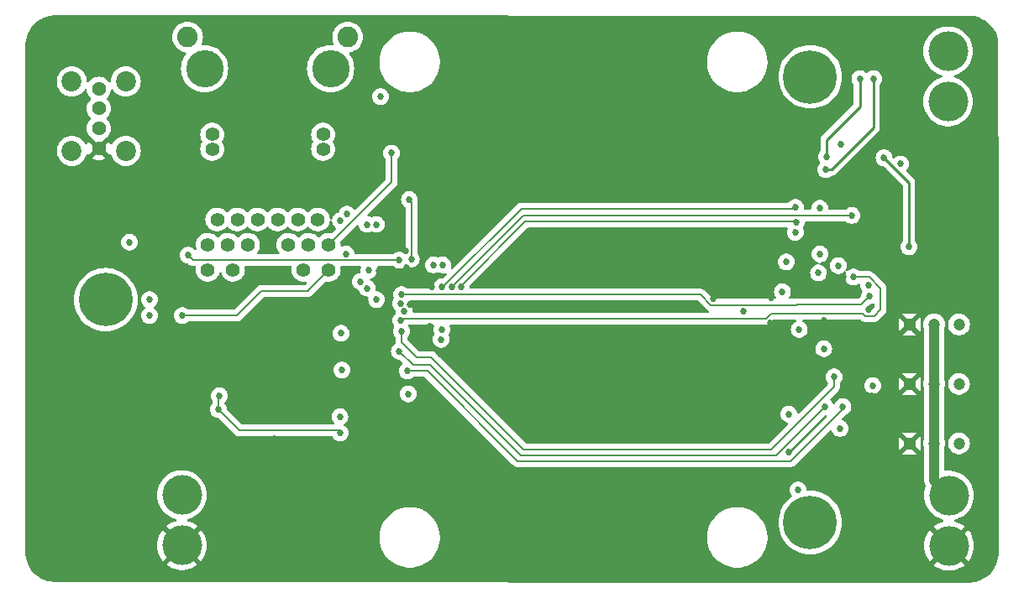
<source format=gbl>
G04 #@! TF.GenerationSoftware,KiCad,Pcbnew,8.0.8*
G04 #@! TF.CreationDate,2025-07-30T13:33:19+02:00*
G04 #@! TF.ProjectId,overlord,6f766572-6c6f-4726-942e-6b696361645f,rev?*
G04 #@! TF.SameCoordinates,Original*
G04 #@! TF.FileFunction,Copper,L6,Bot*
G04 #@! TF.FilePolarity,Positive*
%FSLAX46Y46*%
G04 Gerber Fmt 4.6, Leading zero omitted, Abs format (unit mm)*
G04 Created by KiCad (PCBNEW 8.0.8) date 2025-07-30 13:33:19*
%MOMM*%
%LPD*%
G01*
G04 APERTURE LIST*
G04 #@! TA.AperFunction,ComponentPad*
%ADD10C,4.000000*%
G04 #@! TD*
G04 #@! TA.AperFunction,ComponentPad*
%ADD11R,1.200000X1.200000*%
G04 #@! TD*
G04 #@! TA.AperFunction,ComponentPad*
%ADD12C,1.200000*%
G04 #@! TD*
G04 #@! TA.AperFunction,ComponentPad*
%ADD13C,1.397000*%
G04 #@! TD*
G04 #@! TA.AperFunction,ComponentPad*
%ADD14C,3.759200*%
G04 #@! TD*
G04 #@! TA.AperFunction,ComponentPad*
%ADD15C,2.082800*%
G04 #@! TD*
G04 #@! TA.AperFunction,ComponentPad*
%ADD16C,0.800000*%
G04 #@! TD*
G04 #@! TA.AperFunction,ComponentPad*
%ADD17C,5.400000*%
G04 #@! TD*
G04 #@! TA.AperFunction,ComponentPad*
%ADD18C,1.431000*%
G04 #@! TD*
G04 #@! TA.AperFunction,ComponentPad*
%ADD19C,2.025000*%
G04 #@! TD*
G04 #@! TA.AperFunction,ViaPad*
%ADD20C,0.685800*%
G04 #@! TD*
G04 #@! TA.AperFunction,Conductor*
%ADD21C,0.200000*%
G04 #@! TD*
G04 #@! TA.AperFunction,Conductor*
%ADD22C,0.254000*%
G04 #@! TD*
G04 #@! TA.AperFunction,Conductor*
%ADD23C,1.000000*%
G04 #@! TD*
G04 APERTURE END LIST*
D10*
X160900000Y-56420000D03*
X160900000Y-61500000D03*
D11*
X157000000Y-84000000D03*
D12*
X159500000Y-84000000D03*
X162000000Y-84000000D03*
D13*
X87237000Y-73410000D03*
X89267000Y-73410000D03*
X91297000Y-73410000D03*
X93327000Y-73410000D03*
X95357000Y-73410000D03*
X97387000Y-73410000D03*
X86280500Y-75950000D03*
X88310500Y-75950000D03*
X90340500Y-75950000D03*
X94410500Y-75950000D03*
X96440500Y-75950000D03*
X98470500Y-75950000D03*
X86280500Y-78490000D03*
X88820500Y-78490000D03*
X95930508Y-78490000D03*
X98470508Y-78490000D03*
X86724000Y-66300000D03*
X97900000Y-66300000D03*
X86724000Y-64830000D03*
X97900000Y-64830000D03*
D14*
X98662000Y-58170000D03*
X85962000Y-58170000D03*
D15*
X100377000Y-54990000D03*
X84247000Y-54990000D03*
D11*
X157000000Y-90000000D03*
D12*
X159500000Y-90000000D03*
X162000000Y-90000000D03*
D16*
X144975000Y-104000000D03*
X145568109Y-102568109D03*
X145568109Y-105431891D03*
X147000000Y-101975000D03*
D17*
X147000000Y-104000000D03*
D16*
X147000000Y-106025000D03*
X148431891Y-102568109D03*
X148431891Y-105431891D03*
X149025000Y-104000000D03*
D10*
X83673000Y-101225000D03*
X83673000Y-106305000D03*
D16*
X144975000Y-59000000D03*
X145568109Y-57568109D03*
X145568109Y-60431891D03*
X147000000Y-56975000D03*
D17*
X147000000Y-59000000D03*
D16*
X147000000Y-61025000D03*
X148431891Y-57568109D03*
X148431891Y-60431891D03*
X149025000Y-59000000D03*
D10*
X161000000Y-101260000D03*
X161000000Y-106340000D03*
D18*
X75300000Y-60204000D03*
X75300000Y-62204000D03*
X75300000Y-64204000D03*
X75300000Y-66204000D03*
D19*
X78020000Y-66474000D03*
X78020000Y-59474000D03*
X72580000Y-66474000D03*
X72580000Y-59474000D03*
D16*
X73975000Y-81500000D03*
X74568109Y-80068109D03*
X74568109Y-82931891D03*
X76000000Y-79475000D03*
D17*
X76000000Y-81500000D03*
D16*
X76000000Y-83525000D03*
X77431891Y-80068109D03*
X77431891Y-82931891D03*
X78025000Y-81500000D03*
D11*
X157000000Y-96000000D03*
D12*
X159500000Y-96000000D03*
X162000000Y-96000000D03*
D20*
X137243000Y-81405000D03*
X102653000Y-86995000D03*
X103563000Y-78595000D03*
X79400000Y-72600000D03*
X93673000Y-96265000D03*
X91748000Y-82540000D03*
X151500000Y-68900000D03*
X102673000Y-88190000D03*
X158200000Y-69300000D03*
X105600000Y-74600000D03*
X154453500Y-68475000D03*
X84698000Y-94350000D03*
X143033000Y-81285000D03*
X91723000Y-83890000D03*
X93673000Y-99265000D03*
X148400000Y-83600000D03*
X140273000Y-82645000D03*
X90373000Y-92665000D03*
X109133000Y-93395000D03*
X143133000Y-77825000D03*
X144804586Y-96893586D03*
X109400000Y-75100000D03*
X106200000Y-76600000D03*
X93673000Y-87265000D03*
X137293000Y-79925000D03*
X137203000Y-92195000D03*
X137233000Y-77775000D03*
X91573000Y-99715000D03*
X142983000Y-86235000D03*
X137253000Y-78985000D03*
X152890000Y-82510000D03*
X93673000Y-82265000D03*
X142963000Y-89805000D03*
X150951386Y-98036586D03*
X146725000Y-86500000D03*
X139900000Y-75400000D03*
X137213000Y-93365000D03*
X93673000Y-100265000D03*
X158200000Y-74400000D03*
X93673000Y-86265000D03*
X143003000Y-88625000D03*
X106700000Y-82000000D03*
X153262786Y-91229386D03*
X93673000Y-88265000D03*
X102673000Y-92440000D03*
X137223000Y-85055000D03*
X140053000Y-77525000D03*
X84698000Y-89650000D03*
X137203000Y-91015000D03*
X93673000Y-83265000D03*
X93673000Y-85265000D03*
X139923000Y-87405000D03*
X151500000Y-67400000D03*
X108800000Y-86100000D03*
X137223000Y-89815000D03*
X92998000Y-95540000D03*
X150380000Y-79230000D03*
X142973000Y-87385000D03*
X93673000Y-97265000D03*
X93173000Y-90265000D03*
X108700000Y-84200000D03*
X102673000Y-101565000D03*
X143153000Y-79845000D03*
X142973000Y-90975000D03*
X143003000Y-93425000D03*
X78200000Y-73200000D03*
X93673000Y-101265000D03*
X142953000Y-92175000D03*
X93173000Y-93265000D03*
X143063000Y-75435000D03*
X89873000Y-91914874D03*
X155253500Y-69975000D03*
X137103000Y-86675000D03*
X142993000Y-83805000D03*
X103553000Y-80255000D03*
X102613000Y-83200000D03*
X108900000Y-80200000D03*
X102673000Y-98440000D03*
X102633000Y-84595000D03*
X91623000Y-100915000D03*
X79600000Y-78500000D03*
X143143000Y-78915000D03*
X90823000Y-91915000D03*
X102100000Y-57600000D03*
X109700000Y-87000000D03*
X93673000Y-98265000D03*
X148700000Y-69900000D03*
X90348000Y-91165000D03*
X108700000Y-73600000D03*
X93673000Y-84265000D03*
X103800000Y-68000000D03*
X137223000Y-88615000D03*
X148930000Y-79070000D03*
X106363000Y-78225000D03*
X79600000Y-75600000D03*
X102653000Y-85805000D03*
X150300000Y-86200000D03*
X102673000Y-95090000D03*
X145800000Y-100700000D03*
X99600000Y-93300000D03*
X99623000Y-94965000D03*
X87458000Y-91180000D03*
X87368000Y-92590000D03*
X99800000Y-88600000D03*
X99700000Y-84900000D03*
X150000000Y-94500000D03*
X78400000Y-75700000D03*
X156100000Y-67800000D03*
X152900000Y-80050000D03*
X144855386Y-93058186D03*
X148370000Y-86450000D03*
X106503000Y-91005000D03*
X144600000Y-77700000D03*
X150053500Y-65775000D03*
X148000000Y-76900000D03*
X153313586Y-90162586D03*
X145900000Y-84500000D03*
X105700000Y-81900000D03*
X145500000Y-74700000D03*
X109800000Y-85500000D03*
X144200000Y-80700000D03*
X105800000Y-81000000D03*
X153000000Y-81100000D03*
X151340000Y-79220000D03*
X105700000Y-83600000D03*
X106100000Y-82700000D03*
X149825000Y-78050000D03*
X109900000Y-84500000D03*
X147845000Y-78800000D03*
X153400000Y-59200000D03*
X148553500Y-68375000D03*
X152000000Y-59200000D03*
X148653500Y-67075000D03*
X156953500Y-76175000D03*
X154453500Y-67175000D03*
X147953500Y-72275000D03*
X103300000Y-81500000D03*
X104800000Y-66700000D03*
X151200000Y-73000000D03*
X110900000Y-80200000D03*
X145500000Y-72200000D03*
X109900000Y-80200000D03*
X111800000Y-80200000D03*
X145600000Y-73700000D03*
X105600000Y-86700000D03*
X148500000Y-92300000D03*
X149400000Y-89300000D03*
X105800000Y-84700000D03*
X106400000Y-88700000D03*
X150300000Y-92300000D03*
X103700000Y-61000000D03*
X109030100Y-78000000D03*
X101667730Y-79667730D03*
X99660570Y-73525110D03*
X103269900Y-73900000D03*
X102330100Y-73900000D03*
X109969900Y-78000000D03*
X102332270Y-80332270D03*
X100325110Y-72860570D03*
X83700000Y-83100000D03*
X102519152Y-78519152D03*
X80400000Y-83100000D03*
X80400000Y-81500000D03*
X100200000Y-76882100D03*
X84300000Y-77000000D03*
X105600000Y-77500000D03*
X106600000Y-71400000D03*
X106800000Y-77400000D03*
D21*
X99623000Y-94965000D02*
X99355100Y-94697100D01*
X89475100Y-94697100D02*
X87368000Y-92590000D01*
X87368000Y-92590000D02*
X87368000Y-91270000D01*
X99355100Y-94697100D02*
X89475100Y-94697100D01*
X87368000Y-91270000D02*
X87458000Y-91180000D01*
X145572900Y-82027100D02*
X145600000Y-82000000D01*
X105800000Y-81000000D02*
X135964157Y-81000000D01*
X136991257Y-82027100D02*
X145572900Y-82027100D01*
X135964157Y-81000000D02*
X136991257Y-82027100D01*
X152100000Y-82000000D02*
X153000000Y-81100000D01*
X145600000Y-82000000D02*
X152100000Y-82000000D01*
X105900000Y-83400000D02*
X105700000Y-83600000D01*
X153472100Y-83127900D02*
X154100000Y-82500000D01*
X143024157Y-82900000D02*
X152300000Y-82900000D01*
X152300000Y-82900000D02*
X152527900Y-83127900D01*
X142524157Y-83400000D02*
X143024157Y-82900000D01*
X154100000Y-80376157D02*
X152943843Y-79220000D01*
X152527900Y-83127900D02*
X153472100Y-83127900D01*
X142524157Y-83400000D02*
X105900000Y-83400000D01*
X152943843Y-79220000D02*
X151340000Y-79220000D01*
X154100000Y-82500000D02*
X154100000Y-80376157D01*
D22*
X148553500Y-68375000D02*
X149125000Y-68375000D01*
X149125000Y-68375000D02*
X153400000Y-64100000D01*
X153400000Y-64100000D02*
X153400000Y-59200000D01*
X148653500Y-65346500D02*
X152000000Y-62000000D01*
X152000000Y-62000000D02*
X152000000Y-59200000D01*
X148653500Y-67075000D02*
X148653500Y-65346500D01*
X154453500Y-67175000D02*
X156953500Y-69675000D01*
X156953500Y-69675000D02*
X156953500Y-76175000D01*
D21*
X104800000Y-69620500D02*
X98470500Y-75950000D01*
X104800000Y-66700000D02*
X104800000Y-69620500D01*
X118100000Y-73000000D02*
X151200000Y-73000000D01*
X110900000Y-80200000D02*
X118100000Y-73000000D01*
X109900000Y-80200000D02*
X110000000Y-80200000D01*
X110000000Y-80200000D02*
X117900000Y-72300000D01*
X117900000Y-72300000D02*
X145400000Y-72300000D01*
X145400000Y-72300000D02*
X145500000Y-72200000D01*
X111900000Y-80000000D02*
X118300000Y-73600000D01*
X111800000Y-80200000D02*
X111900000Y-80100000D01*
X111900000Y-80100000D02*
X111900000Y-80000000D01*
X145500000Y-73600000D02*
X145600000Y-73700000D01*
X118300000Y-73600000D02*
X145500000Y-73600000D01*
D23*
X159500000Y-90000000D02*
X159500000Y-84000000D01*
X159500000Y-96000000D02*
X159500000Y-99760000D01*
X159500000Y-99760000D02*
X161000000Y-101260000D01*
X159500000Y-96000000D02*
X159500000Y-90000000D01*
D21*
X148500000Y-92300000D02*
X143600000Y-97200000D01*
X107000000Y-88100000D02*
X105600000Y-86700000D01*
X117800000Y-97200000D02*
X108700000Y-88100000D01*
X108700000Y-88100000D02*
X107000000Y-88100000D01*
X143600000Y-97200000D02*
X117800000Y-97200000D01*
X107300000Y-87300000D02*
X105800000Y-85800000D01*
X108804157Y-87300000D02*
X107300000Y-87300000D01*
X149400000Y-89300000D02*
X149400000Y-90300000D01*
X143100000Y-96600000D02*
X118104157Y-96600000D01*
X149400000Y-90300000D02*
X143100000Y-96600000D01*
X105800000Y-85800000D02*
X105800000Y-84700000D01*
X118104157Y-96600000D02*
X108804157Y-87300000D01*
X150300000Y-92550000D02*
X145050000Y-97800000D01*
X145050000Y-97800000D02*
X117500000Y-97800000D01*
X150300000Y-92300000D02*
X150300000Y-92550000D01*
X108400000Y-88700000D02*
X106400000Y-88700000D01*
X117500000Y-97800000D02*
X108400000Y-88700000D01*
X91700000Y-80600000D02*
X96400000Y-80600000D01*
X89200000Y-83100000D02*
X91700000Y-80600000D01*
X96400000Y-80600000D02*
X96400000Y-80560508D01*
X96400000Y-80560508D02*
X98470508Y-78490000D01*
X83700000Y-83100000D02*
X89200000Y-83100000D01*
X105600000Y-77500000D02*
X84800000Y-77500000D01*
X84800000Y-77500000D02*
X84300000Y-77000000D01*
X106817900Y-77382100D02*
X106800000Y-77400000D01*
X106817900Y-71617900D02*
X106817900Y-77382100D01*
X106600000Y-71400000D02*
X106817900Y-71617900D01*
G04 #@! TA.AperFunction,Conductor*
G36*
X148625041Y-93163085D02*
G01*
X148670796Y-93215889D01*
X148680740Y-93285047D01*
X148651715Y-93348603D01*
X148645683Y-93355081D01*
X144837584Y-97163181D01*
X144776261Y-97196666D01*
X144749903Y-97199500D01*
X144749097Y-97199500D01*
X144682058Y-97179815D01*
X144636303Y-97127011D01*
X144626359Y-97057853D01*
X144655384Y-96994297D01*
X144661416Y-96987819D01*
X148469516Y-93179719D01*
X148530839Y-93146234D01*
X148557197Y-93143400D01*
X148558002Y-93143400D01*
X148625041Y-93163085D01*
G37*
G04 #@! TD.AperFunction*
G04 #@! TA.AperFunction,Conductor*
G36*
X135731099Y-81620185D02*
G01*
X135751740Y-81636818D01*
X136622541Y-82507620D01*
X136727319Y-82568113D01*
X136775534Y-82618679D01*
X136788758Y-82687286D01*
X136762790Y-82752151D01*
X136705876Y-82792680D01*
X136665319Y-82799500D01*
X107070154Y-82799500D01*
X107003115Y-82779815D01*
X106957360Y-82727011D01*
X106946833Y-82688462D01*
X106929514Y-82523681D01*
X106874729Y-82355069D01*
X106874728Y-82355068D01*
X106874728Y-82355066D01*
X106874727Y-82355065D01*
X106786085Y-82201532D01*
X106673345Y-82076322D01*
X106667454Y-82069779D01*
X106667453Y-82069778D01*
X106667449Y-82069774D01*
X106597858Y-82019215D01*
X106555191Y-81963886D01*
X106547422Y-81905928D01*
X106548046Y-81900000D01*
X106530962Y-81737460D01*
X106543531Y-81668732D01*
X106591263Y-81617708D01*
X106654283Y-81600500D01*
X135664060Y-81600500D01*
X135731099Y-81620185D01*
G37*
G04 #@! TD.AperFunction*
G04 #@! TA.AperFunction,Conductor*
G36*
X153457590Y-81898831D02*
G01*
X153494804Y-81957966D01*
X153499500Y-81991768D01*
X153499500Y-82199902D01*
X153479815Y-82266941D01*
X153463181Y-82287583D01*
X153259684Y-82491081D01*
X153198361Y-82524566D01*
X153172003Y-82527400D01*
X152827998Y-82527400D01*
X152760959Y-82507715D01*
X152740317Y-82491081D01*
X152686916Y-82437680D01*
X152653431Y-82376357D01*
X152658415Y-82306665D01*
X152686916Y-82262318D01*
X152819013Y-82130222D01*
X152969516Y-81979719D01*
X153030839Y-81946234D01*
X153057197Y-81943400D01*
X153088645Y-81943400D01*
X153262061Y-81906540D01*
X153325064Y-81878488D01*
X153394313Y-81869203D01*
X153457590Y-81898831D01*
G37*
G04 #@! TD.AperFunction*
G04 #@! TA.AperFunction,Conductor*
G36*
X162996568Y-52839843D02*
G01*
X162998148Y-52839855D01*
X163170136Y-52842362D01*
X163183104Y-52843232D01*
X163525284Y-52884308D01*
X163539838Y-52886944D01*
X163873814Y-52968304D01*
X163887965Y-52972662D01*
X164209840Y-53093242D01*
X164223363Y-53099251D01*
X164350661Y-53165187D01*
X164528581Y-53257345D01*
X164541299Y-53264928D01*
X164825493Y-53458275D01*
X164837216Y-53467320D01*
X165096333Y-53693158D01*
X165106892Y-53703533D01*
X165337254Y-53958663D01*
X165346493Y-53970214D01*
X165415922Y-54068513D01*
X165544796Y-54250976D01*
X165552601Y-54263559D01*
X165716018Y-54565947D01*
X165722268Y-54579371D01*
X165848480Y-54899094D01*
X165853084Y-54913166D01*
X165940282Y-55245639D01*
X165943177Y-55260161D01*
X165954811Y-55344543D01*
X165955973Y-55361266D01*
X165989034Y-74627174D01*
X165991580Y-76111032D01*
X165989169Y-81898831D01*
X165978680Y-107077848D01*
X165978669Y-107079469D01*
X165976490Y-107240911D01*
X165975721Y-107253121D01*
X165939491Y-107574688D01*
X165937162Y-107588397D01*
X165865341Y-107903074D01*
X165861492Y-107916436D01*
X165754886Y-108221103D01*
X165749564Y-108233950D01*
X165609524Y-108524747D01*
X165602798Y-108536918D01*
X165431071Y-108810221D01*
X165423024Y-108821562D01*
X165221779Y-109073916D01*
X165212513Y-109084284D01*
X164984284Y-109312513D01*
X164973916Y-109321779D01*
X164721562Y-109523024D01*
X164710221Y-109531071D01*
X164436918Y-109702798D01*
X164424747Y-109709524D01*
X164133950Y-109849564D01*
X164121103Y-109854886D01*
X163816436Y-109961492D01*
X163803074Y-109965341D01*
X163488397Y-110037162D01*
X163474688Y-110039491D01*
X163153121Y-110075721D01*
X163140912Y-110076490D01*
X162979553Y-110078668D01*
X162977773Y-110078679D01*
X70900826Y-110000000D01*
X70899194Y-109999988D01*
X70737743Y-109997725D01*
X70725597Y-109996957D01*
X70404007Y-109960722D01*
X70390299Y-109958393D01*
X70075633Y-109886573D01*
X70062270Y-109882724D01*
X69757613Y-109776120D01*
X69744766Y-109770798D01*
X69453974Y-109630760D01*
X69441804Y-109624034D01*
X69168513Y-109452314D01*
X69157172Y-109444267D01*
X68904826Y-109243028D01*
X68894458Y-109233762D01*
X68666237Y-109005541D01*
X68656971Y-108995173D01*
X68505313Y-108805000D01*
X68455730Y-108742824D01*
X68447685Y-108731486D01*
X68419946Y-108687340D01*
X68275964Y-108458193D01*
X68269239Y-108446025D01*
X68209866Y-108322735D01*
X68129199Y-108155228D01*
X68123879Y-108142386D01*
X68017275Y-107837729D01*
X68013426Y-107824366D01*
X68010685Y-107812359D01*
X67947584Y-107535892D01*
X67941606Y-107509700D01*
X67939277Y-107495992D01*
X67913590Y-107268016D01*
X67903041Y-107174390D01*
X67902274Y-107162269D01*
X67900012Y-107000855D01*
X67900000Y-106999117D01*
X67900000Y-101224994D01*
X81167556Y-101224994D01*
X81167556Y-101225005D01*
X81187310Y-101539004D01*
X81187311Y-101539011D01*
X81246270Y-101848083D01*
X81343497Y-102147316D01*
X81343499Y-102147321D01*
X81477461Y-102432003D01*
X81477464Y-102432009D01*
X81646051Y-102697661D01*
X81646054Y-102697665D01*
X81846606Y-102940090D01*
X81846608Y-102940092D01*
X82075968Y-103155476D01*
X82075978Y-103155484D01*
X82330504Y-103340408D01*
X82330509Y-103340410D01*
X82330516Y-103340416D01*
X82606234Y-103491994D01*
X82606239Y-103491996D01*
X82606241Y-103491997D01*
X82606242Y-103491998D01*
X82898771Y-103607818D01*
X82898774Y-103607819D01*
X83044185Y-103645154D01*
X83104223Y-103680892D01*
X83135409Y-103743416D01*
X83127841Y-103812874D01*
X83083923Y-103867215D01*
X83044186Y-103885362D01*
X82898926Y-103922658D01*
X82606455Y-104038455D01*
X82606447Y-104038459D01*
X82330790Y-104190003D01*
X82330772Y-104190014D01*
X82087973Y-104366417D01*
X82087972Y-104366419D01*
X83310706Y-105589152D01*
X83294058Y-105596049D01*
X83163030Y-105683599D01*
X83051599Y-105795030D01*
X82964049Y-105926058D01*
X82957153Y-105942706D01*
X81737286Y-104722839D01*
X81646460Y-104832628D01*
X81646457Y-104832632D01*
X81477903Y-105098232D01*
X81477900Y-105098238D01*
X81343965Y-105382862D01*
X81343963Y-105382867D01*
X81246755Y-105682041D01*
X81187808Y-105991050D01*
X81187807Y-105991057D01*
X81168057Y-106304994D01*
X81168057Y-106305005D01*
X81187807Y-106618942D01*
X81187808Y-106618949D01*
X81246755Y-106927958D01*
X81343963Y-107227132D01*
X81343965Y-107227137D01*
X81477900Y-107511761D01*
X81477903Y-107511767D01*
X81646452Y-107777359D01*
X81737286Y-107887158D01*
X82957152Y-106667292D01*
X82964049Y-106683942D01*
X83051599Y-106814970D01*
X83163030Y-106926401D01*
X83294058Y-107013951D01*
X83310706Y-107020846D01*
X82087972Y-108243579D01*
X82330780Y-108419990D01*
X82330790Y-108419996D01*
X82606447Y-108571540D01*
X82606455Y-108571544D01*
X82898926Y-108687340D01*
X83203620Y-108765573D01*
X83203629Y-108765575D01*
X83515701Y-108804999D01*
X83515715Y-108805000D01*
X83830285Y-108805000D01*
X83830298Y-108804999D01*
X84142370Y-108765575D01*
X84142379Y-108765573D01*
X84447073Y-108687340D01*
X84739544Y-108571544D01*
X84739552Y-108571540D01*
X85015203Y-108420000D01*
X85015214Y-108419993D01*
X85258025Y-108243579D01*
X85258026Y-108243579D01*
X84035293Y-107020847D01*
X84051942Y-107013951D01*
X84182970Y-106926401D01*
X84294401Y-106814970D01*
X84381951Y-106683942D01*
X84388847Y-106667293D01*
X85608712Y-107887158D01*
X85699544Y-107777364D01*
X85868096Y-107511767D01*
X85868099Y-107511761D01*
X86002034Y-107227137D01*
X86002036Y-107227132D01*
X86099244Y-106927958D01*
X86158191Y-106618949D01*
X86158192Y-106618942D01*
X86177943Y-106305005D01*
X86177943Y-106304994D01*
X86158192Y-105991057D01*
X86158191Y-105991050D01*
X86099244Y-105682041D01*
X86002036Y-105382867D01*
X86002034Y-105382862D01*
X85976538Y-105328681D01*
X103589500Y-105328681D01*
X103589500Y-105671318D01*
X103627858Y-106011768D01*
X103627860Y-106011780D01*
X103627861Y-106011783D01*
X103631119Y-106026057D01*
X103704102Y-106345816D01*
X103704103Y-106345818D01*
X103817264Y-106669216D01*
X103965922Y-106977907D01*
X103965924Y-106977910D01*
X104148211Y-107268018D01*
X104361834Y-107535893D01*
X104604107Y-107778166D01*
X104871982Y-107991789D01*
X105162090Y-108174076D01*
X105470785Y-108322736D01*
X105794183Y-108435897D01*
X106128217Y-108512139D01*
X106128226Y-108512140D01*
X106128231Y-108512141D01*
X106348142Y-108536918D01*
X106468682Y-108550499D01*
X106468685Y-108550500D01*
X106468688Y-108550500D01*
X106811315Y-108550500D01*
X106811316Y-108550499D01*
X106985311Y-108530895D01*
X107151768Y-108512141D01*
X107151771Y-108512140D01*
X107151783Y-108512139D01*
X107485817Y-108435897D01*
X107809215Y-108322736D01*
X108117910Y-108174076D01*
X108408018Y-107991789D01*
X108675893Y-107778166D01*
X108918166Y-107535893D01*
X109131789Y-107268018D01*
X109314076Y-106977910D01*
X109462736Y-106669215D01*
X109575897Y-106345817D01*
X109652139Y-106011783D01*
X109690500Y-105671312D01*
X109690500Y-105328688D01*
X109690499Y-105328681D01*
X136589500Y-105328681D01*
X136589500Y-105671318D01*
X136627858Y-106011768D01*
X136627860Y-106011780D01*
X136627861Y-106011783D01*
X136631119Y-106026057D01*
X136704102Y-106345816D01*
X136704103Y-106345818D01*
X136817264Y-106669216D01*
X136965922Y-106977907D01*
X136965924Y-106977910D01*
X137148211Y-107268018D01*
X137361834Y-107535893D01*
X137604107Y-107778166D01*
X137871982Y-107991789D01*
X138162090Y-108174076D01*
X138470785Y-108322736D01*
X138794183Y-108435897D01*
X139128217Y-108512139D01*
X139128226Y-108512140D01*
X139128231Y-108512141D01*
X139348142Y-108536918D01*
X139468682Y-108550499D01*
X139468685Y-108550500D01*
X139468688Y-108550500D01*
X139811315Y-108550500D01*
X139811316Y-108550499D01*
X139985311Y-108530895D01*
X140151768Y-108512141D01*
X140151771Y-108512140D01*
X140151783Y-108512139D01*
X140485817Y-108435897D01*
X140809215Y-108322736D01*
X141117910Y-108174076D01*
X141408018Y-107991789D01*
X141675893Y-107778166D01*
X141918166Y-107535893D01*
X142131789Y-107268018D01*
X142314076Y-106977910D01*
X142462736Y-106669215D01*
X142575897Y-106345817D01*
X142652139Y-106011783D01*
X142690500Y-105671312D01*
X142690500Y-105328688D01*
X142664535Y-105098238D01*
X142652141Y-104988231D01*
X142652140Y-104988226D01*
X142652139Y-104988217D01*
X142575897Y-104654183D01*
X142462736Y-104330785D01*
X142314076Y-104022090D01*
X142300196Y-104000000D01*
X143794457Y-104000000D01*
X143814612Y-104358902D01*
X143814614Y-104358914D01*
X143874826Y-104713296D01*
X143874828Y-104713305D01*
X143974339Y-105058718D01*
X143974341Y-105058724D01*
X144005206Y-105133238D01*
X144111905Y-105390831D01*
X144285790Y-105705454D01*
X144493805Y-105998622D01*
X144493806Y-105998623D01*
X144733339Y-106266661D01*
X145001377Y-106506194D01*
X145294548Y-106714211D01*
X145609167Y-106888094D01*
X145941276Y-107025659D01*
X146286700Y-107125173D01*
X146641093Y-107185387D01*
X147000000Y-107205543D01*
X147358907Y-107185387D01*
X147713300Y-107125173D01*
X148058724Y-107025659D01*
X148390833Y-106888094D01*
X148705452Y-106714211D01*
X148998623Y-106506194D01*
X149266661Y-106266661D01*
X149506194Y-105998623D01*
X149714211Y-105705452D01*
X149888094Y-105390833D01*
X150025659Y-105058724D01*
X150125173Y-104713300D01*
X150185387Y-104358907D01*
X150205543Y-104000000D01*
X150185387Y-103641093D01*
X150125173Y-103286700D01*
X150025659Y-102941276D01*
X149888094Y-102609167D01*
X149714211Y-102294548D01*
X149506194Y-102001377D01*
X149266661Y-101733339D01*
X148998623Y-101493806D01*
X148881284Y-101410549D01*
X148705454Y-101285790D01*
X148390831Y-101111905D01*
X148229142Y-101044931D01*
X148058724Y-100974341D01*
X148058720Y-100974339D01*
X148058718Y-100974339D01*
X147713305Y-100874828D01*
X147713296Y-100874826D01*
X147358914Y-100814614D01*
X147358902Y-100814612D01*
X147025994Y-100795916D01*
X147000000Y-100794457D01*
X146999999Y-100794457D01*
X146777907Y-100806929D01*
X146709870Y-100791034D01*
X146661226Y-100740879D01*
X146647634Y-100696089D01*
X146629514Y-100523681D01*
X146574729Y-100355069D01*
X146574728Y-100355068D01*
X146574728Y-100355066D01*
X146574727Y-100355065D01*
X146504780Y-100233914D01*
X146486084Y-100201531D01*
X146399315Y-100105164D01*
X146367456Y-100069780D01*
X146295738Y-100017675D01*
X146224023Y-99965571D01*
X146224021Y-99965570D01*
X146224022Y-99965570D01*
X146062066Y-99893461D01*
X146062058Y-99893459D01*
X145888645Y-99856600D01*
X145711355Y-99856600D01*
X145537941Y-99893459D01*
X145537933Y-99893461D01*
X145375978Y-99965570D01*
X145232543Y-100069780D01*
X145113915Y-100201532D01*
X145025272Y-100355065D01*
X145025271Y-100355066D01*
X144970487Y-100523677D01*
X144970486Y-100523679D01*
X144951954Y-100700000D01*
X144970486Y-100876320D01*
X144970487Y-100876322D01*
X145025271Y-101044933D01*
X145025272Y-101044934D01*
X145113914Y-101198467D01*
X145113919Y-101198474D01*
X145139107Y-101226447D01*
X145169337Y-101289438D01*
X145160713Y-101358774D01*
X145118714Y-101410549D01*
X145001377Y-101493805D01*
X144733339Y-101733339D01*
X144493805Y-102001377D01*
X144285790Y-102294545D01*
X144111905Y-102609168D01*
X144022122Y-102825924D01*
X143974832Y-102940092D01*
X143974339Y-102941281D01*
X143874828Y-103286694D01*
X143874826Y-103286703D01*
X143814614Y-103641085D01*
X143814612Y-103641097D01*
X143794457Y-104000000D01*
X142300196Y-104000000D01*
X142131789Y-103731982D01*
X141918166Y-103464107D01*
X141675893Y-103221834D01*
X141408018Y-103008211D01*
X141117910Y-102825924D01*
X141117907Y-102825922D01*
X140809216Y-102677264D01*
X140485818Y-102564103D01*
X140485816Y-102564102D01*
X140228024Y-102505262D01*
X140151783Y-102487861D01*
X140151780Y-102487860D01*
X140151768Y-102487858D01*
X139811318Y-102449500D01*
X139811312Y-102449500D01*
X139468688Y-102449500D01*
X139468681Y-102449500D01*
X139128231Y-102487858D01*
X139128217Y-102487861D01*
X138794183Y-102564102D01*
X138794181Y-102564103D01*
X138470783Y-102677264D01*
X138162092Y-102825922D01*
X137871983Y-103008210D01*
X137604107Y-103221833D01*
X137361833Y-103464107D01*
X137148210Y-103731983D01*
X136965922Y-104022092D01*
X136817264Y-104330783D01*
X136704103Y-104654181D01*
X136704102Y-104654183D01*
X136627861Y-104988217D01*
X136627858Y-104988231D01*
X136589500Y-105328681D01*
X109690499Y-105328681D01*
X109664535Y-105098238D01*
X109652141Y-104988231D01*
X109652140Y-104988226D01*
X109652139Y-104988217D01*
X109575897Y-104654183D01*
X109462736Y-104330785D01*
X109314076Y-104022090D01*
X109131789Y-103731982D01*
X108918166Y-103464107D01*
X108675893Y-103221834D01*
X108408018Y-103008211D01*
X108117910Y-102825924D01*
X108117907Y-102825922D01*
X107809216Y-102677264D01*
X107485818Y-102564103D01*
X107485816Y-102564102D01*
X107228024Y-102505262D01*
X107151783Y-102487861D01*
X107151780Y-102487860D01*
X107151768Y-102487858D01*
X106811318Y-102449500D01*
X106811312Y-102449500D01*
X106468688Y-102449500D01*
X106468681Y-102449500D01*
X106128231Y-102487858D01*
X106128217Y-102487861D01*
X105794183Y-102564102D01*
X105794181Y-102564103D01*
X105470783Y-102677264D01*
X105162092Y-102825922D01*
X104871983Y-103008210D01*
X104604107Y-103221833D01*
X104361833Y-103464107D01*
X104148210Y-103731983D01*
X103965922Y-104022092D01*
X103817264Y-104330783D01*
X103704103Y-104654181D01*
X103704102Y-104654183D01*
X103627861Y-104988217D01*
X103627858Y-104988231D01*
X103589500Y-105328681D01*
X85976538Y-105328681D01*
X85868099Y-105098238D01*
X85868096Y-105098232D01*
X85699544Y-104832635D01*
X85608712Y-104722839D01*
X84388846Y-105942705D01*
X84381951Y-105926058D01*
X84294401Y-105795030D01*
X84182970Y-105683599D01*
X84051942Y-105596049D01*
X84035293Y-105589152D01*
X85258026Y-104366419D01*
X85015219Y-104190009D01*
X85015209Y-104190003D01*
X84739552Y-104038459D01*
X84739544Y-104038455D01*
X84447073Y-103922659D01*
X84301813Y-103885362D01*
X84241775Y-103849624D01*
X84210590Y-103787100D01*
X84218158Y-103717641D01*
X84262077Y-103663301D01*
X84301813Y-103645154D01*
X84447225Y-103607819D01*
X84447228Y-103607818D01*
X84739757Y-103491998D01*
X84739758Y-103491997D01*
X84739756Y-103491997D01*
X84739766Y-103491994D01*
X85015484Y-103340416D01*
X85270030Y-103155478D01*
X85499390Y-102940094D01*
X85699947Y-102697663D01*
X85868537Y-102432007D01*
X86002503Y-102147315D01*
X86099731Y-101848079D01*
X86158688Y-101539015D01*
X86158689Y-101539004D01*
X86178444Y-101225005D01*
X86178444Y-101224994D01*
X86158689Y-100910995D01*
X86158688Y-100910988D01*
X86158688Y-100910985D01*
X86099731Y-100601921D01*
X86002503Y-100302685D01*
X85868537Y-100017993D01*
X85766114Y-99856600D01*
X85699948Y-99752338D01*
X85699945Y-99752334D01*
X85499393Y-99509909D01*
X85499391Y-99509907D01*
X85270031Y-99294523D01*
X85270021Y-99294515D01*
X85015495Y-99109591D01*
X85015488Y-99109586D01*
X85015484Y-99109584D01*
X84739766Y-98958006D01*
X84739763Y-98958004D01*
X84739758Y-98958002D01*
X84739757Y-98958001D01*
X84447228Y-98842181D01*
X84447225Y-98842180D01*
X84142476Y-98763934D01*
X84142463Y-98763932D01*
X83830329Y-98724500D01*
X83830318Y-98724500D01*
X83515682Y-98724500D01*
X83515670Y-98724500D01*
X83203536Y-98763932D01*
X83203523Y-98763934D01*
X82898774Y-98842180D01*
X82898771Y-98842181D01*
X82606242Y-98958001D01*
X82606241Y-98958002D01*
X82330516Y-99109584D01*
X82330504Y-99109591D01*
X82075978Y-99294515D01*
X82075968Y-99294523D01*
X81846608Y-99509907D01*
X81846606Y-99509909D01*
X81646054Y-99752334D01*
X81646051Y-99752338D01*
X81477464Y-100017990D01*
X81477461Y-100017996D01*
X81343499Y-100302678D01*
X81343497Y-100302683D01*
X81246270Y-100601916D01*
X81187311Y-100910988D01*
X81187310Y-100910995D01*
X81167556Y-101224994D01*
X67900000Y-101224994D01*
X67900000Y-92590000D01*
X86519954Y-92590000D01*
X86538486Y-92766320D01*
X86538487Y-92766322D01*
X86593271Y-92934933D01*
X86593272Y-92934934D01*
X86624205Y-92988511D01*
X86681916Y-93088469D01*
X86713619Y-93123679D01*
X86800543Y-93220219D01*
X86828973Y-93240874D01*
X86943977Y-93324429D01*
X87105933Y-93396538D01*
X87105936Y-93396538D01*
X87105939Y-93396540D01*
X87279355Y-93433400D01*
X87310803Y-93433400D01*
X87377842Y-93453085D01*
X87398484Y-93469719D01*
X88990239Y-95061474D01*
X88990249Y-95061485D01*
X88994579Y-95065815D01*
X88994580Y-95065816D01*
X89106384Y-95177620D01*
X89106386Y-95177621D01*
X89106390Y-95177624D01*
X89243309Y-95256673D01*
X89243316Y-95256677D01*
X89355119Y-95286634D01*
X89396042Y-95297600D01*
X89396043Y-95297600D01*
X98769560Y-95297600D01*
X98836599Y-95317285D01*
X98876947Y-95359600D01*
X98936916Y-95463469D01*
X98979867Y-95511171D01*
X99055543Y-95595219D01*
X99055546Y-95595221D01*
X99198977Y-95699429D01*
X99360933Y-95771538D01*
X99360936Y-95771538D01*
X99360939Y-95771540D01*
X99534355Y-95808400D01*
X99711645Y-95808400D01*
X99885061Y-95771540D01*
X99885064Y-95771538D01*
X99885066Y-95771538D01*
X99923571Y-95754394D01*
X100047023Y-95699429D01*
X100190454Y-95595221D01*
X100309084Y-95463469D01*
X100397729Y-95309931D01*
X100452514Y-95141319D01*
X100471046Y-94965000D01*
X100452514Y-94788681D01*
X100397729Y-94620069D01*
X100397728Y-94620068D01*
X100397728Y-94620066D01*
X100397727Y-94620065D01*
X100366798Y-94566495D01*
X100309084Y-94466531D01*
X100255677Y-94407217D01*
X100190456Y-94334780D01*
X100112185Y-94277914D01*
X100047023Y-94230571D01*
X100047021Y-94230570D01*
X100041766Y-94226752D01*
X100042875Y-94225225D01*
X100000919Y-94181214D01*
X99987704Y-94112606D01*
X100013679Y-94047744D01*
X100038255Y-94024088D01*
X100167454Y-93930221D01*
X100286084Y-93798469D01*
X100374729Y-93644931D01*
X100429514Y-93476319D01*
X100448046Y-93300000D01*
X100429514Y-93123681D01*
X100374729Y-92955069D01*
X100374728Y-92955068D01*
X100374728Y-92955066D01*
X100374727Y-92955065D01*
X100332465Y-92881865D01*
X100286084Y-92801531D01*
X100206600Y-92713255D01*
X100167456Y-92669780D01*
X100057647Y-92590000D01*
X100024023Y-92565571D01*
X100024021Y-92565570D01*
X100024022Y-92565570D01*
X99862066Y-92493461D01*
X99862058Y-92493459D01*
X99688645Y-92456600D01*
X99511355Y-92456600D01*
X99337941Y-92493459D01*
X99337933Y-92493461D01*
X99175978Y-92565570D01*
X99032543Y-92669780D01*
X98913915Y-92801532D01*
X98825272Y-92955065D01*
X98825271Y-92955066D01*
X98770487Y-93123677D01*
X98770486Y-93123679D01*
X98751954Y-93300000D01*
X98770486Y-93476320D01*
X98770487Y-93476322D01*
X98825271Y-93644933D01*
X98825272Y-93644934D01*
X98852905Y-93692795D01*
X98913916Y-93798469D01*
X98952358Y-93841163D01*
X98995995Y-93889628D01*
X99026225Y-93952620D01*
X99017599Y-94021955D01*
X98972858Y-94075621D01*
X98906205Y-94096578D01*
X98903845Y-94096600D01*
X89775197Y-94096600D01*
X89708158Y-94076915D01*
X89687516Y-94060281D01*
X88246955Y-92619720D01*
X88213470Y-92558397D01*
X88211318Y-92545018D01*
X88197514Y-92413681D01*
X88142729Y-92245069D01*
X88142728Y-92245068D01*
X88142728Y-92245066D01*
X88142727Y-92245065D01*
X88111798Y-92191495D01*
X88054084Y-92091531D01*
X88000350Y-92031853D01*
X87970120Y-91968861D01*
X87968500Y-91948881D01*
X87968500Y-91914781D01*
X87988185Y-91847742D01*
X88019619Y-91814460D01*
X88025454Y-91810221D01*
X88144084Y-91678469D01*
X88232729Y-91524931D01*
X88287514Y-91356319D01*
X88306046Y-91180000D01*
X88287653Y-91005000D01*
X105654954Y-91005000D01*
X105673486Y-91181320D01*
X105673487Y-91181322D01*
X105728271Y-91349933D01*
X105728272Y-91349934D01*
X105789856Y-91456600D01*
X105816916Y-91503469D01*
X105848731Y-91538803D01*
X105935543Y-91635219D01*
X105935546Y-91635221D01*
X106078977Y-91739429D01*
X106240933Y-91811538D01*
X106240936Y-91811538D01*
X106240939Y-91811540D01*
X106414355Y-91848400D01*
X106591645Y-91848400D01*
X106765061Y-91811540D01*
X106765064Y-91811538D01*
X106765066Y-91811538D01*
X106797869Y-91796932D01*
X106927023Y-91739429D01*
X107070454Y-91635221D01*
X107189084Y-91503469D01*
X107277729Y-91349931D01*
X107332514Y-91181319D01*
X107351046Y-91005000D01*
X107332514Y-90828681D01*
X107277729Y-90660069D01*
X107277728Y-90660068D01*
X107277728Y-90660066D01*
X107277727Y-90660065D01*
X107246798Y-90606495D01*
X107189084Y-90506531D01*
X107134195Y-90445571D01*
X107070456Y-90374780D01*
X106995167Y-90320080D01*
X106927023Y-90270571D01*
X106927021Y-90270570D01*
X106927022Y-90270570D01*
X106765066Y-90198461D01*
X106765058Y-90198459D01*
X106591645Y-90161600D01*
X106414355Y-90161600D01*
X106240941Y-90198459D01*
X106240933Y-90198461D01*
X106078978Y-90270570D01*
X105935543Y-90374780D01*
X105816915Y-90506532D01*
X105728272Y-90660065D01*
X105728271Y-90660066D01*
X105673487Y-90828677D01*
X105673486Y-90828679D01*
X105654954Y-91005000D01*
X88287653Y-91005000D01*
X88287514Y-91003681D01*
X88232729Y-90835069D01*
X88232728Y-90835068D01*
X88232728Y-90835066D01*
X88232727Y-90835065D01*
X88180486Y-90744581D01*
X88144084Y-90681531D01*
X88054305Y-90581821D01*
X88025456Y-90549780D01*
X87901419Y-90459663D01*
X87882023Y-90445571D01*
X87882021Y-90445570D01*
X87882022Y-90445570D01*
X87720066Y-90373461D01*
X87720058Y-90373459D01*
X87546645Y-90336600D01*
X87369355Y-90336600D01*
X87195941Y-90373459D01*
X87195933Y-90373461D01*
X87033978Y-90445570D01*
X86890543Y-90549780D01*
X86771915Y-90681532D01*
X86683272Y-90835065D01*
X86683271Y-90835066D01*
X86628487Y-91003677D01*
X86628486Y-91003679D01*
X86609954Y-91180000D01*
X86628486Y-91356320D01*
X86628487Y-91356322D01*
X86683270Y-91524929D01*
X86750887Y-91642045D01*
X86767500Y-91704045D01*
X86767500Y-91948881D01*
X86747815Y-92015920D01*
X86735650Y-92031853D01*
X86681915Y-92091532D01*
X86593272Y-92245065D01*
X86593271Y-92245066D01*
X86538487Y-92413677D01*
X86538486Y-92413679D01*
X86519954Y-92590000D01*
X67900000Y-92590000D01*
X67900000Y-88600000D01*
X98951954Y-88600000D01*
X98970486Y-88776320D01*
X98970487Y-88776322D01*
X99025271Y-88944933D01*
X99025272Y-88944934D01*
X99098450Y-89071682D01*
X99113916Y-89098469D01*
X99136617Y-89123681D01*
X99232543Y-89230219D01*
X99232546Y-89230221D01*
X99375977Y-89334429D01*
X99537933Y-89406538D01*
X99537936Y-89406538D01*
X99537939Y-89406540D01*
X99711355Y-89443400D01*
X99888645Y-89443400D01*
X100062061Y-89406540D01*
X100062064Y-89406538D01*
X100062066Y-89406538D01*
X100094869Y-89391932D01*
X100224023Y-89334429D01*
X100367454Y-89230221D01*
X100486084Y-89098469D01*
X100574729Y-88944931D01*
X100629514Y-88776319D01*
X100648046Y-88600000D01*
X100629514Y-88423681D01*
X100574729Y-88255069D01*
X100574728Y-88255068D01*
X100574728Y-88255066D01*
X100574727Y-88255065D01*
X100543798Y-88201495D01*
X100486084Y-88101531D01*
X100432677Y-88042217D01*
X100367456Y-87969780D01*
X100281387Y-87907248D01*
X100224023Y-87865571D01*
X100224021Y-87865570D01*
X100224022Y-87865570D01*
X100062066Y-87793461D01*
X100062058Y-87793459D01*
X99888645Y-87756600D01*
X99711355Y-87756600D01*
X99537941Y-87793459D01*
X99537933Y-87793461D01*
X99375978Y-87865570D01*
X99232543Y-87969780D01*
X99113915Y-88101532D01*
X99025272Y-88255065D01*
X99025271Y-88255066D01*
X98970487Y-88423677D01*
X98970486Y-88423679D01*
X98951954Y-88600000D01*
X67900000Y-88600000D01*
X67900000Y-86700000D01*
X104751954Y-86700000D01*
X104770486Y-86876320D01*
X104770487Y-86876322D01*
X104825271Y-87044933D01*
X104825272Y-87044934D01*
X104898450Y-87171682D01*
X104913916Y-87198469D01*
X104961414Y-87251221D01*
X105032543Y-87330219D01*
X105032546Y-87330221D01*
X105175977Y-87434429D01*
X105337933Y-87506538D01*
X105337936Y-87506538D01*
X105337939Y-87506540D01*
X105511355Y-87543400D01*
X105542803Y-87543400D01*
X105609842Y-87563085D01*
X105630484Y-87579719D01*
X105896690Y-87845925D01*
X105930175Y-87907248D01*
X105925191Y-87976940D01*
X105883319Y-88032873D01*
X105881895Y-88033924D01*
X105832544Y-88069779D01*
X105713915Y-88201532D01*
X105625272Y-88355065D01*
X105625271Y-88355066D01*
X105570487Y-88523677D01*
X105570486Y-88523679D01*
X105551954Y-88700000D01*
X105570486Y-88876320D01*
X105570487Y-88876322D01*
X105625271Y-89044933D01*
X105625272Y-89044934D01*
X105656180Y-89098467D01*
X105713916Y-89198469D01*
X105742504Y-89230219D01*
X105832543Y-89330219D01*
X105832546Y-89330221D01*
X105975977Y-89434429D01*
X106137933Y-89506538D01*
X106137936Y-89506538D01*
X106137939Y-89506540D01*
X106311355Y-89543400D01*
X106488645Y-89543400D01*
X106662061Y-89506540D01*
X106662064Y-89506538D01*
X106662066Y-89506538D01*
X106694869Y-89491932D01*
X106824023Y-89434429D01*
X106967454Y-89330221D01*
X106967453Y-89330221D01*
X106972712Y-89326401D01*
X106973947Y-89328101D01*
X107028068Y-89302123D01*
X107048062Y-89300500D01*
X108099903Y-89300500D01*
X108166942Y-89320185D01*
X108187584Y-89336819D01*
X117015139Y-98164374D01*
X117015149Y-98164385D01*
X117019479Y-98168715D01*
X117019480Y-98168716D01*
X117131284Y-98280520D01*
X117131286Y-98280521D01*
X117131290Y-98280524D01*
X117268209Y-98359573D01*
X117268216Y-98359577D01*
X117380019Y-98389534D01*
X117420942Y-98400500D01*
X117420943Y-98400500D01*
X144963331Y-98400500D01*
X144963347Y-98400501D01*
X144970943Y-98400501D01*
X145129054Y-98400501D01*
X145129057Y-98400501D01*
X145281785Y-98359577D01*
X145331904Y-98330639D01*
X145418716Y-98280520D01*
X145530520Y-98168716D01*
X145530520Y-98168714D01*
X145540728Y-98158507D01*
X145540730Y-98158504D01*
X148347076Y-95352157D01*
X155900000Y-95352157D01*
X155900000Y-96647844D01*
X155906401Y-96707375D01*
X155915277Y-96731170D01*
X156600000Y-96046447D01*
X156600000Y-96052661D01*
X156627259Y-96154394D01*
X156679920Y-96245606D01*
X156754394Y-96320080D01*
X156845606Y-96372741D01*
X156947339Y-96400000D01*
X156953551Y-96400000D01*
X156268829Y-97084720D01*
X156268829Y-97084722D01*
X156292622Y-97093597D01*
X156292623Y-97093598D01*
X156352155Y-97099999D01*
X156352172Y-97100000D01*
X157647828Y-97100000D01*
X157647844Y-97099999D01*
X157707376Y-97093598D01*
X157707377Y-97093597D01*
X157731170Y-97084722D01*
X157731170Y-97084720D01*
X157046449Y-96400000D01*
X157052661Y-96400000D01*
X157154394Y-96372741D01*
X157245606Y-96320080D01*
X157320080Y-96245606D01*
X157372741Y-96154394D01*
X157400000Y-96052661D01*
X157400000Y-96046448D01*
X158084722Y-96731170D01*
X158084723Y-96731170D01*
X158093598Y-96707375D01*
X158099999Y-96647844D01*
X158100000Y-96647827D01*
X158100000Y-95352172D01*
X158099999Y-95352155D01*
X158093598Y-95292626D01*
X158084721Y-95268828D01*
X157400000Y-95953549D01*
X157400000Y-95947339D01*
X157372741Y-95845606D01*
X157320080Y-95754394D01*
X157245606Y-95679920D01*
X157154394Y-95627259D01*
X157052661Y-95600000D01*
X157046448Y-95600000D01*
X157731170Y-94915276D01*
X157707373Y-94906401D01*
X157647844Y-94900000D01*
X156352155Y-94900000D01*
X156292624Y-94906401D01*
X156292622Y-94906402D01*
X156268828Y-94915276D01*
X156268828Y-94915277D01*
X156953551Y-95600000D01*
X156947339Y-95600000D01*
X156845606Y-95627259D01*
X156754394Y-95679920D01*
X156679920Y-95754394D01*
X156627259Y-95845606D01*
X156600000Y-95947339D01*
X156600000Y-95953552D01*
X155915277Y-95268829D01*
X155915274Y-95268829D01*
X155906404Y-95292615D01*
X155906401Y-95292625D01*
X155900000Y-95352157D01*
X148347076Y-95352157D01*
X148991215Y-94708018D01*
X149052536Y-94674535D01*
X149122228Y-94679519D01*
X149178161Y-94721391D01*
X149196825Y-94757383D01*
X149225271Y-94844932D01*
X149225272Y-94844934D01*
X149294593Y-94965000D01*
X149313916Y-94998469D01*
X149361414Y-95051221D01*
X149432543Y-95130219D01*
X149447825Y-95141322D01*
X149575977Y-95234429D01*
X149737933Y-95306538D01*
X149737936Y-95306538D01*
X149737939Y-95306540D01*
X149911355Y-95343400D01*
X150088645Y-95343400D01*
X150262061Y-95306540D01*
X150262064Y-95306538D01*
X150262066Y-95306538D01*
X150306781Y-95286629D01*
X150424023Y-95234429D01*
X150567454Y-95130221D01*
X150686084Y-94998469D01*
X150774729Y-94844931D01*
X150829514Y-94676319D01*
X150848046Y-94500000D01*
X150829514Y-94323681D01*
X150774729Y-94155069D01*
X150774728Y-94155068D01*
X150774728Y-94155066D01*
X150774727Y-94155065D01*
X150712765Y-94047744D01*
X150686084Y-94001531D01*
X150621876Y-93930221D01*
X150567456Y-93869780D01*
X150495738Y-93817675D01*
X150424023Y-93765571D01*
X150424021Y-93765570D01*
X150424022Y-93765570D01*
X150262063Y-93693460D01*
X150261071Y-93693138D01*
X150260570Y-93692795D01*
X150256124Y-93690816D01*
X150256486Y-93690002D01*
X150203395Y-93653701D01*
X150176197Y-93589342D01*
X150188112Y-93520496D01*
X150211706Y-93487528D01*
X150601031Y-93098202D01*
X150638270Y-93072608D01*
X150724023Y-93034429D01*
X150867454Y-92930221D01*
X150986084Y-92798469D01*
X151074729Y-92644931D01*
X151129514Y-92476319D01*
X151148046Y-92300000D01*
X151129514Y-92123681D01*
X151074729Y-91955069D01*
X151074728Y-91955067D01*
X151074728Y-91955066D01*
X151074727Y-91955065D01*
X151014991Y-91851600D01*
X150986084Y-91801531D01*
X150930167Y-91739429D01*
X150867456Y-91669780D01*
X150758566Y-91590668D01*
X150724023Y-91565571D01*
X150724021Y-91565570D01*
X150724022Y-91565570D01*
X150562066Y-91493461D01*
X150562058Y-91493459D01*
X150388645Y-91456600D01*
X150211355Y-91456600D01*
X150037941Y-91493459D01*
X150037933Y-91493461D01*
X149875978Y-91565570D01*
X149732543Y-91669780D01*
X149613915Y-91801532D01*
X149525272Y-91955065D01*
X149525271Y-91955067D01*
X149517931Y-91977659D01*
X149478493Y-92035335D01*
X149414135Y-92062533D01*
X149345288Y-92050618D01*
X149293813Y-92003374D01*
X149282069Y-91977659D01*
X149274728Y-91955067D01*
X149274727Y-91955065D01*
X149186085Y-91801532D01*
X149067458Y-91669783D01*
X149065638Y-91668145D01*
X149064890Y-91666932D01*
X149063105Y-91664949D01*
X149063467Y-91664622D01*
X149028986Y-91608660D01*
X149030312Y-91538803D01*
X149060922Y-91488311D01*
X149758506Y-90790728D01*
X149758511Y-90790724D01*
X149768714Y-90780520D01*
X149768716Y-90780520D01*
X149880520Y-90668716D01*
X149959577Y-90531784D01*
X150000500Y-90379057D01*
X150000500Y-90162586D01*
X152465540Y-90162586D01*
X152484072Y-90338906D01*
X152484073Y-90338908D01*
X152538857Y-90507519D01*
X152538858Y-90507520D01*
X152563257Y-90549780D01*
X152627502Y-90661055D01*
X152645939Y-90681531D01*
X152746129Y-90792805D01*
X152746132Y-90792807D01*
X152889563Y-90897015D01*
X153051519Y-90969124D01*
X153051522Y-90969124D01*
X153051525Y-90969126D01*
X153224941Y-91005986D01*
X153402231Y-91005986D01*
X153575647Y-90969126D01*
X153575650Y-90969124D01*
X153575652Y-90969124D01*
X153608455Y-90954518D01*
X153737609Y-90897015D01*
X153881040Y-90792807D01*
X153882909Y-90790732D01*
X153892856Y-90779683D01*
X153999670Y-90661055D01*
X154088315Y-90507517D01*
X154143100Y-90338905D01*
X154161632Y-90162586D01*
X154143100Y-89986267D01*
X154088315Y-89817655D01*
X154088314Y-89817654D01*
X154088314Y-89817652D01*
X154088313Y-89817651D01*
X154051791Y-89754394D01*
X153999670Y-89664117D01*
X153941939Y-89600000D01*
X153881042Y-89532366D01*
X153758588Y-89443399D01*
X153737609Y-89428157D01*
X153737607Y-89428156D01*
X153737608Y-89428156D01*
X153575652Y-89356047D01*
X153575644Y-89356045D01*
X153557352Y-89352157D01*
X155900000Y-89352157D01*
X155900000Y-90647844D01*
X155906401Y-90707375D01*
X155915277Y-90731170D01*
X156600000Y-90046447D01*
X156600000Y-90052661D01*
X156627259Y-90154394D01*
X156679920Y-90245606D01*
X156754394Y-90320080D01*
X156845606Y-90372741D01*
X156947339Y-90400000D01*
X156953551Y-90400000D01*
X156268829Y-91084720D01*
X156268829Y-91084722D01*
X156292622Y-91093597D01*
X156292623Y-91093598D01*
X156352155Y-91099999D01*
X156352172Y-91100000D01*
X157647828Y-91100000D01*
X157647844Y-91099999D01*
X157707376Y-91093598D01*
X157707377Y-91093597D01*
X157731170Y-91084722D01*
X157731170Y-91084720D01*
X157046449Y-90400000D01*
X157052661Y-90400000D01*
X157154394Y-90372741D01*
X157245606Y-90320080D01*
X157320080Y-90245606D01*
X157372741Y-90154394D01*
X157400000Y-90052661D01*
X157400000Y-90046448D01*
X158084722Y-90731170D01*
X158084723Y-90731170D01*
X158093598Y-90707375D01*
X158099999Y-90647844D01*
X158100000Y-90647827D01*
X158100000Y-89352172D01*
X158099999Y-89352155D01*
X158093598Y-89292626D01*
X158084721Y-89268828D01*
X157400000Y-89953549D01*
X157400000Y-89947339D01*
X157372741Y-89845606D01*
X157320080Y-89754394D01*
X157245606Y-89679920D01*
X157154394Y-89627259D01*
X157052661Y-89600000D01*
X157046448Y-89600000D01*
X157731170Y-88915276D01*
X157707373Y-88906401D01*
X157647844Y-88900000D01*
X156352155Y-88900000D01*
X156292624Y-88906401D01*
X156292622Y-88906402D01*
X156268828Y-88915276D01*
X156268828Y-88915277D01*
X156953551Y-89600000D01*
X156947339Y-89600000D01*
X156845606Y-89627259D01*
X156754394Y-89679920D01*
X156679920Y-89754394D01*
X156627259Y-89845606D01*
X156600000Y-89947339D01*
X156600000Y-89953552D01*
X155915277Y-89268829D01*
X155915274Y-89268829D01*
X155906404Y-89292615D01*
X155906401Y-89292625D01*
X155900000Y-89352157D01*
X153557352Y-89352157D01*
X153402231Y-89319186D01*
X153224941Y-89319186D01*
X153051527Y-89356045D01*
X153051519Y-89356047D01*
X152889564Y-89428156D01*
X152746129Y-89532366D01*
X152627501Y-89664118D01*
X152538858Y-89817651D01*
X152538857Y-89817652D01*
X152484073Y-89986263D01*
X152484072Y-89986265D01*
X152465540Y-90162586D01*
X150000500Y-90162586D01*
X150000500Y-89941118D01*
X150020185Y-89874079D01*
X150032343Y-89858153D01*
X150086084Y-89798469D01*
X150174729Y-89644931D01*
X150229514Y-89476319D01*
X150248046Y-89300000D01*
X150229514Y-89123681D01*
X150174729Y-88955069D01*
X150174728Y-88955068D01*
X150174728Y-88955066D01*
X150174727Y-88955065D01*
X150142646Y-88899500D01*
X150086084Y-88801531D01*
X150032677Y-88742217D01*
X149967456Y-88669780D01*
X149871411Y-88600000D01*
X149824023Y-88565571D01*
X149824021Y-88565570D01*
X149824022Y-88565570D01*
X149662066Y-88493461D01*
X149662058Y-88493459D01*
X149488645Y-88456600D01*
X149311355Y-88456600D01*
X149137941Y-88493459D01*
X149137933Y-88493461D01*
X148975978Y-88565570D01*
X148832543Y-88669780D01*
X148713915Y-88801532D01*
X148625272Y-88955065D01*
X148625271Y-88955066D01*
X148570487Y-89123677D01*
X148570486Y-89123679D01*
X148551954Y-89300000D01*
X148570486Y-89476320D01*
X148570487Y-89476322D01*
X148625271Y-89644933D01*
X148625272Y-89644934D01*
X148688469Y-89754394D01*
X148713916Y-89798469D01*
X148767651Y-89858147D01*
X148797880Y-89921137D01*
X148799500Y-89941118D01*
X148799500Y-89999902D01*
X148779815Y-90066941D01*
X148763181Y-90087583D01*
X145895737Y-92955026D01*
X145834414Y-92988511D01*
X145764722Y-92983527D01*
X145708789Y-92941655D01*
X145687718Y-92887909D01*
X145686250Y-92888222D01*
X145684901Y-92881877D01*
X145684900Y-92881867D01*
X145630115Y-92713255D01*
X145630114Y-92713254D01*
X145630114Y-92713252D01*
X145630113Y-92713251D01*
X145590668Y-92644931D01*
X145541470Y-92559717D01*
X145466378Y-92476319D01*
X145422842Y-92427966D01*
X145351124Y-92375861D01*
X145279409Y-92323757D01*
X145279407Y-92323756D01*
X145279408Y-92323756D01*
X145117452Y-92251647D01*
X145117444Y-92251645D01*
X144944031Y-92214786D01*
X144766741Y-92214786D01*
X144593327Y-92251645D01*
X144593319Y-92251647D01*
X144431364Y-92323756D01*
X144287929Y-92427966D01*
X144169301Y-92559718D01*
X144080658Y-92713251D01*
X144080657Y-92713252D01*
X144025873Y-92881863D01*
X144025872Y-92881865D01*
X144007340Y-93058186D01*
X144025872Y-93234506D01*
X144025873Y-93234508D01*
X144080657Y-93403119D01*
X144080658Y-93403120D01*
X144122922Y-93476322D01*
X144169302Y-93556655D01*
X144216800Y-93609407D01*
X144287929Y-93688405D01*
X144294444Y-93693138D01*
X144431363Y-93792615D01*
X144593319Y-93864724D01*
X144593322Y-93864724D01*
X144593325Y-93864726D01*
X144676307Y-93882364D01*
X144693808Y-93886084D01*
X144755290Y-93919276D01*
X144789067Y-93980439D01*
X144784415Y-94050153D01*
X144755709Y-94095055D01*
X142887584Y-95963181D01*
X142826261Y-95996666D01*
X142799903Y-95999500D01*
X118404254Y-95999500D01*
X118337215Y-95979815D01*
X118316573Y-95963181D01*
X109291747Y-86938355D01*
X109291745Y-86938352D01*
X109172874Y-86819481D01*
X109172873Y-86819480D01*
X109072607Y-86761592D01*
X109072606Y-86761591D01*
X109035940Y-86740422D01*
X108980038Y-86725443D01*
X108883214Y-86699499D01*
X108725100Y-86699499D01*
X108717504Y-86699499D01*
X108717488Y-86699500D01*
X107600097Y-86699500D01*
X107533058Y-86679815D01*
X107512416Y-86663181D01*
X107299235Y-86450000D01*
X147521954Y-86450000D01*
X147540486Y-86626320D01*
X147540487Y-86626322D01*
X147595271Y-86794933D01*
X147595272Y-86794934D01*
X147642260Y-86876319D01*
X147683916Y-86948469D01*
X147731414Y-87001221D01*
X147802543Y-87080219D01*
X147802546Y-87080221D01*
X147945977Y-87184429D01*
X148107933Y-87256538D01*
X148107936Y-87256538D01*
X148107939Y-87256540D01*
X148281355Y-87293400D01*
X148458645Y-87293400D01*
X148632061Y-87256540D01*
X148632064Y-87256538D01*
X148632066Y-87256538D01*
X148664869Y-87241932D01*
X148794023Y-87184429D01*
X148937454Y-87080221D01*
X149056084Y-86948469D01*
X149144729Y-86794931D01*
X149199514Y-86626319D01*
X149218046Y-86450000D01*
X149199514Y-86273681D01*
X149144729Y-86105069D01*
X149144728Y-86105068D01*
X149144728Y-86105066D01*
X149144727Y-86105065D01*
X149113798Y-86051495D01*
X149056084Y-85951531D01*
X149002677Y-85892217D01*
X148937456Y-85819780D01*
X148865738Y-85767675D01*
X148794023Y-85715571D01*
X148794021Y-85715570D01*
X148794022Y-85715570D01*
X148632066Y-85643461D01*
X148632058Y-85643459D01*
X148458645Y-85606600D01*
X148281355Y-85606600D01*
X148107941Y-85643459D01*
X148107933Y-85643461D01*
X147945978Y-85715570D01*
X147802543Y-85819780D01*
X147683915Y-85951532D01*
X147595272Y-86105065D01*
X147595271Y-86105066D01*
X147540487Y-86273677D01*
X147540486Y-86273679D01*
X147521954Y-86450000D01*
X107299235Y-86450000D01*
X106436819Y-85587584D01*
X106403334Y-85526261D01*
X106400500Y-85499903D01*
X106400500Y-85341118D01*
X106420185Y-85274079D01*
X106432343Y-85258153D01*
X106486084Y-85198469D01*
X106574729Y-85044931D01*
X106629514Y-84876319D01*
X106648046Y-84700000D01*
X106629514Y-84523681D01*
X106574729Y-84355069D01*
X106574728Y-84355068D01*
X106574728Y-84355066D01*
X106574727Y-84355065D01*
X106486084Y-84201531D01*
X106483074Y-84197388D01*
X106459592Y-84131582D01*
X106475416Y-84063528D01*
X106525521Y-84014832D01*
X106583390Y-84000500D01*
X109004822Y-84000500D01*
X109071861Y-84020185D01*
X109117616Y-84072989D01*
X109127560Y-84142147D01*
X109122753Y-84162818D01*
X109070487Y-84323677D01*
X109070486Y-84323679D01*
X109051954Y-84500000D01*
X109070486Y-84676320D01*
X109070487Y-84676322D01*
X109125271Y-84844933D01*
X109130879Y-84854646D01*
X109147349Y-84922547D01*
X109124495Y-84988573D01*
X109115648Y-84999607D01*
X109113917Y-85001529D01*
X109113913Y-85001534D01*
X109025272Y-85155065D01*
X109025271Y-85155066D01*
X108970487Y-85323677D01*
X108970486Y-85323679D01*
X108951954Y-85500000D01*
X108970486Y-85676320D01*
X108970487Y-85676322D01*
X109025271Y-85844933D01*
X109025272Y-85844934D01*
X109048577Y-85885299D01*
X109113916Y-85998469D01*
X109161414Y-86051221D01*
X109232543Y-86130219D01*
X109232546Y-86130221D01*
X109375977Y-86234429D01*
X109537933Y-86306538D01*
X109537936Y-86306538D01*
X109537939Y-86306540D01*
X109711355Y-86343400D01*
X109888645Y-86343400D01*
X110062061Y-86306540D01*
X110062064Y-86306538D01*
X110062066Y-86306538D01*
X110094869Y-86291932D01*
X110224023Y-86234429D01*
X110367454Y-86130221D01*
X110486084Y-85998469D01*
X110574729Y-85844931D01*
X110629514Y-85676319D01*
X110648046Y-85500000D01*
X110629514Y-85323681D01*
X110574729Y-85155069D01*
X110569121Y-85145355D01*
X110552649Y-85077455D01*
X110575502Y-85011428D01*
X110584364Y-85000379D01*
X110586084Y-84998469D01*
X110674729Y-84844931D01*
X110729514Y-84676319D01*
X110748046Y-84500000D01*
X110729514Y-84323681D01*
X110677247Y-84162818D01*
X110675252Y-84092976D01*
X110711333Y-84033144D01*
X110774034Y-84002316D01*
X110795178Y-84000500D01*
X142437488Y-84000500D01*
X142437504Y-84000501D01*
X142445100Y-84000501D01*
X142603211Y-84000501D01*
X142603214Y-84000501D01*
X142755942Y-83959577D01*
X142839544Y-83911309D01*
X142892873Y-83880520D01*
X143004677Y-83768716D01*
X143004678Y-83768714D01*
X143236575Y-83536816D01*
X143297897Y-83503334D01*
X143324255Y-83500500D01*
X145487962Y-83500500D01*
X145555001Y-83520185D01*
X145600756Y-83572989D01*
X145610700Y-83642147D01*
X145581675Y-83705703D01*
X145538398Y-83737779D01*
X145475978Y-83765570D01*
X145332543Y-83869780D01*
X145213915Y-84001532D01*
X145125272Y-84155065D01*
X145125271Y-84155066D01*
X145070487Y-84323677D01*
X145070486Y-84323679D01*
X145051954Y-84500000D01*
X145070486Y-84676320D01*
X145070487Y-84676322D01*
X145125271Y-84844933D01*
X145125272Y-84844934D01*
X145198450Y-84971682D01*
X145213916Y-84998469D01*
X145255751Y-85044931D01*
X145332543Y-85130219D01*
X145332546Y-85130221D01*
X145475977Y-85234429D01*
X145637933Y-85306538D01*
X145637936Y-85306538D01*
X145637939Y-85306540D01*
X145811355Y-85343400D01*
X145988645Y-85343400D01*
X146162061Y-85306540D01*
X146162064Y-85306538D01*
X146162066Y-85306538D01*
X146194869Y-85291932D01*
X146324023Y-85234429D01*
X146467454Y-85130221D01*
X146586084Y-84998469D01*
X146674729Y-84844931D01*
X146729514Y-84676319D01*
X146748046Y-84500000D01*
X146729514Y-84323681D01*
X146674729Y-84155069D01*
X146674728Y-84155068D01*
X146674728Y-84155066D01*
X146674727Y-84155065D01*
X146639159Y-84093460D01*
X146586084Y-84001531D01*
X146500552Y-83906538D01*
X146467456Y-83869780D01*
X146367167Y-83796917D01*
X146324023Y-83765571D01*
X146324021Y-83765570D01*
X146324022Y-83765570D01*
X146261602Y-83737779D01*
X146208365Y-83692529D01*
X146188044Y-83625680D01*
X146207089Y-83558456D01*
X146259456Y-83512201D01*
X146312038Y-83500500D01*
X151999902Y-83500500D01*
X152066941Y-83520185D01*
X152087582Y-83536818D01*
X152159184Y-83608420D01*
X152242635Y-83656600D01*
X152242636Y-83656601D01*
X152296109Y-83687474D01*
X152296110Y-83687474D01*
X152296115Y-83687477D01*
X152448842Y-83728400D01*
X152448843Y-83728400D01*
X153385431Y-83728400D01*
X153385447Y-83728401D01*
X153393043Y-83728401D01*
X153551154Y-83728401D01*
X153551157Y-83728401D01*
X153703885Y-83687477D01*
X153703887Y-83687475D01*
X153703889Y-83687475D01*
X153703890Y-83687474D01*
X153757364Y-83656601D01*
X153757365Y-83656600D01*
X153840816Y-83608420D01*
X153952620Y-83496616D01*
X153952620Y-83496614D01*
X153962824Y-83486411D01*
X153962827Y-83486406D01*
X154097077Y-83352157D01*
X155900000Y-83352157D01*
X155900000Y-84647844D01*
X155906401Y-84707375D01*
X155915277Y-84731170D01*
X156600000Y-84046447D01*
X156600000Y-84052661D01*
X156627259Y-84154394D01*
X156679920Y-84245606D01*
X156754394Y-84320080D01*
X156845606Y-84372741D01*
X156947339Y-84400000D01*
X156953551Y-84400000D01*
X156268829Y-85084720D01*
X156268829Y-85084722D01*
X156292622Y-85093597D01*
X156292623Y-85093598D01*
X156352155Y-85099999D01*
X156352172Y-85100000D01*
X157647828Y-85100000D01*
X157647844Y-85099999D01*
X157707376Y-85093598D01*
X157707377Y-85093597D01*
X157731170Y-85084722D01*
X157731170Y-85084720D01*
X157046449Y-84400000D01*
X157052661Y-84400000D01*
X157154394Y-84372741D01*
X157245606Y-84320080D01*
X157320080Y-84245606D01*
X157372741Y-84154394D01*
X157400000Y-84052661D01*
X157400000Y-84046448D01*
X158084722Y-84731170D01*
X158084723Y-84731170D01*
X158093598Y-84707375D01*
X158099999Y-84647844D01*
X158100000Y-84647827D01*
X158100000Y-83999999D01*
X158394785Y-83999999D01*
X158394785Y-84000000D01*
X158413602Y-84203082D01*
X158469417Y-84399247D01*
X158469424Y-84399264D01*
X158486499Y-84433554D01*
X158499500Y-84488827D01*
X158499500Y-89511171D01*
X158486501Y-89566441D01*
X158469791Y-89600000D01*
X158469418Y-89600750D01*
X158462290Y-89625801D01*
X158413602Y-89796917D01*
X158394785Y-89999999D01*
X158394785Y-90000000D01*
X158413602Y-90203082D01*
X158469417Y-90399247D01*
X158469424Y-90399264D01*
X158486499Y-90433554D01*
X158499500Y-90488827D01*
X158499500Y-95511171D01*
X158486501Y-95566441D01*
X158472172Y-95595219D01*
X158469418Y-95600750D01*
X158462290Y-95625801D01*
X158413602Y-95796917D01*
X158394785Y-95999999D01*
X158394785Y-96000000D01*
X158413602Y-96203082D01*
X158469417Y-96399247D01*
X158469424Y-96399264D01*
X158486499Y-96433554D01*
X158499500Y-96488827D01*
X158499500Y-99858544D01*
X158537947Y-100051833D01*
X158537949Y-100051837D01*
X158560038Y-100105164D01*
X158613367Y-100233913D01*
X158641076Y-100275382D01*
X158661954Y-100342060D01*
X158655905Y-100382591D01*
X158573270Y-100636916D01*
X158514311Y-100945988D01*
X158514310Y-100945995D01*
X158494556Y-101259994D01*
X158494556Y-101260005D01*
X158514310Y-101574004D01*
X158514311Y-101574011D01*
X158514312Y-101574015D01*
X158566592Y-101848079D01*
X158573270Y-101883083D01*
X158670497Y-102182316D01*
X158670499Y-102182321D01*
X158804461Y-102467003D01*
X158804464Y-102467009D01*
X158973051Y-102732661D01*
X158973054Y-102732665D01*
X159173606Y-102975090D01*
X159173608Y-102975092D01*
X159402968Y-103190476D01*
X159402978Y-103190484D01*
X159657504Y-103375408D01*
X159657509Y-103375410D01*
X159657516Y-103375416D01*
X159933234Y-103526994D01*
X159933239Y-103526996D01*
X159933241Y-103526997D01*
X159933242Y-103526998D01*
X160225771Y-103642818D01*
X160225774Y-103642819D01*
X160371185Y-103680154D01*
X160431223Y-103715892D01*
X160462409Y-103778416D01*
X160454841Y-103847874D01*
X160410923Y-103902215D01*
X160371186Y-103920362D01*
X160225926Y-103957658D01*
X159933455Y-104073455D01*
X159933447Y-104073459D01*
X159657790Y-104225003D01*
X159657772Y-104225014D01*
X159414973Y-104401417D01*
X159414972Y-104401419D01*
X160637706Y-105624152D01*
X160621058Y-105631049D01*
X160490030Y-105718599D01*
X160378599Y-105830030D01*
X160291049Y-105961058D01*
X160284153Y-105977706D01*
X159064286Y-104757839D01*
X158973460Y-104867628D01*
X158973457Y-104867632D01*
X158804903Y-105133232D01*
X158804900Y-105133238D01*
X158670965Y-105417862D01*
X158670963Y-105417867D01*
X158573755Y-105717041D01*
X158514808Y-106026050D01*
X158514807Y-106026057D01*
X158495057Y-106339994D01*
X158495057Y-106340005D01*
X158514807Y-106653942D01*
X158514808Y-106653949D01*
X158573755Y-106962958D01*
X158670963Y-107262132D01*
X158670965Y-107262137D01*
X158804900Y-107546761D01*
X158804903Y-107546767D01*
X158973452Y-107812359D01*
X159064286Y-107922158D01*
X160284152Y-106702292D01*
X160291049Y-106718942D01*
X160378599Y-106849970D01*
X160490030Y-106961401D01*
X160621058Y-107048951D01*
X160637706Y-107055846D01*
X159414972Y-108278579D01*
X159657780Y-108454990D01*
X159657790Y-108454996D01*
X159933447Y-108606540D01*
X159933455Y-108606544D01*
X160225926Y-108722340D01*
X160530620Y-108800573D01*
X160530629Y-108800575D01*
X160842701Y-108839999D01*
X160842715Y-108840000D01*
X161157285Y-108840000D01*
X161157298Y-108839999D01*
X161469370Y-108800575D01*
X161469379Y-108800573D01*
X161774073Y-108722340D01*
X162066544Y-108606544D01*
X162066552Y-108606540D01*
X162342203Y-108455000D01*
X162342214Y-108454993D01*
X162585025Y-108278579D01*
X162585026Y-108278579D01*
X161362293Y-107055847D01*
X161378942Y-107048951D01*
X161509970Y-106961401D01*
X161621401Y-106849970D01*
X161708951Y-106718942D01*
X161715847Y-106702293D01*
X162935712Y-107922158D01*
X163026544Y-107812364D01*
X163195096Y-107546767D01*
X163195099Y-107546761D01*
X163329034Y-107262137D01*
X163329036Y-107262132D01*
X163426244Y-106962958D01*
X163485191Y-106653949D01*
X163485192Y-106653942D01*
X163504943Y-106340005D01*
X163504943Y-106339994D01*
X163485192Y-106026057D01*
X163485191Y-106026050D01*
X163426244Y-105717041D01*
X163329036Y-105417867D01*
X163329034Y-105417862D01*
X163195099Y-105133238D01*
X163195096Y-105133232D01*
X163026544Y-104867635D01*
X162935712Y-104757839D01*
X161715846Y-105977705D01*
X161708951Y-105961058D01*
X161621401Y-105830030D01*
X161509970Y-105718599D01*
X161378942Y-105631049D01*
X161362293Y-105624152D01*
X162585026Y-104401419D01*
X162342219Y-104225009D01*
X162342209Y-104225003D01*
X162066552Y-104073459D01*
X162066544Y-104073455D01*
X161774073Y-103957659D01*
X161628813Y-103920362D01*
X161568775Y-103884624D01*
X161537590Y-103822100D01*
X161545158Y-103752641D01*
X161589077Y-103698301D01*
X161628813Y-103680154D01*
X161774225Y-103642819D01*
X161774228Y-103642818D01*
X162066757Y-103526998D01*
X162066758Y-103526997D01*
X162066756Y-103526997D01*
X162066766Y-103526994D01*
X162342484Y-103375416D01*
X162597030Y-103190478D01*
X162826390Y-102975094D01*
X163026947Y-102732663D01*
X163195537Y-102467007D01*
X163329503Y-102182315D01*
X163426731Y-101883079D01*
X163485688Y-101574015D01*
X163487890Y-101539015D01*
X163505444Y-101260005D01*
X163505444Y-101259994D01*
X163485689Y-100945995D01*
X163485688Y-100945988D01*
X163485688Y-100945985D01*
X163426731Y-100636921D01*
X163329503Y-100337685D01*
X163313032Y-100302683D01*
X163195538Y-100052996D01*
X163195537Y-100052993D01*
X163160414Y-99997648D01*
X163026948Y-99787338D01*
X163026945Y-99787334D01*
X162826393Y-99544909D01*
X162826391Y-99544907D01*
X162597031Y-99329523D01*
X162597021Y-99329515D01*
X162342495Y-99144591D01*
X162342488Y-99144586D01*
X162342484Y-99144584D01*
X162066766Y-98993006D01*
X162066763Y-98993004D01*
X162066758Y-98993002D01*
X162066757Y-98993001D01*
X161774228Y-98877181D01*
X161774225Y-98877180D01*
X161469476Y-98798934D01*
X161469463Y-98798932D01*
X161157329Y-98759500D01*
X161157318Y-98759500D01*
X160842682Y-98759500D01*
X160842670Y-98759500D01*
X160640041Y-98785098D01*
X160571063Y-98773971D01*
X160519051Y-98727318D01*
X160500500Y-98662076D01*
X160500500Y-96488827D01*
X160513501Y-96433554D01*
X160530575Y-96399264D01*
X160530577Y-96399260D01*
X160530582Y-96399250D01*
X160586397Y-96203083D01*
X160605215Y-96000000D01*
X160605215Y-95999999D01*
X160894785Y-95999999D01*
X160894785Y-96000000D01*
X160913602Y-96203082D01*
X160969417Y-96399247D01*
X160969422Y-96399260D01*
X161060327Y-96581821D01*
X161183237Y-96744581D01*
X161333958Y-96881980D01*
X161333960Y-96881982D01*
X161433141Y-96943392D01*
X161507363Y-96989348D01*
X161697544Y-97063024D01*
X161898024Y-97100500D01*
X161898026Y-97100500D01*
X162101974Y-97100500D01*
X162101976Y-97100500D01*
X162302456Y-97063024D01*
X162492637Y-96989348D01*
X162666041Y-96881981D01*
X162816764Y-96744579D01*
X162939673Y-96581821D01*
X163030582Y-96399250D01*
X163086397Y-96203083D01*
X163105215Y-96000000D01*
X163086397Y-95796917D01*
X163030582Y-95600750D01*
X163013498Y-95566441D01*
X162985977Y-95511171D01*
X162939673Y-95418179D01*
X162880704Y-95340091D01*
X162816762Y-95255418D01*
X162666041Y-95118019D01*
X162666039Y-95118017D01*
X162492642Y-95010655D01*
X162492635Y-95010651D01*
X162374795Y-94965000D01*
X162302456Y-94936976D01*
X162101976Y-94899500D01*
X161898024Y-94899500D01*
X161697544Y-94936976D01*
X161697541Y-94936976D01*
X161697541Y-94936977D01*
X161507364Y-95010651D01*
X161507357Y-95010655D01*
X161333960Y-95118017D01*
X161333958Y-95118019D01*
X161183237Y-95255418D01*
X161060327Y-95418178D01*
X160969422Y-95600739D01*
X160969417Y-95600752D01*
X160913602Y-95796917D01*
X160894785Y-95999999D01*
X160605215Y-95999999D01*
X160586397Y-95796917D01*
X160530582Y-95600750D01*
X160522094Y-95583703D01*
X160513499Y-95566441D01*
X160500500Y-95511171D01*
X160500500Y-90488827D01*
X160513501Y-90433554D01*
X160530575Y-90399264D01*
X160530577Y-90399260D01*
X160530582Y-90399250D01*
X160586397Y-90203083D01*
X160605215Y-90000000D01*
X160605215Y-89999999D01*
X160894785Y-89999999D01*
X160894785Y-90000000D01*
X160913602Y-90203082D01*
X160969417Y-90399247D01*
X160969422Y-90399260D01*
X161060327Y-90581821D01*
X161183237Y-90744581D01*
X161333958Y-90881980D01*
X161333960Y-90881982D01*
X161433141Y-90943392D01*
X161507363Y-90989348D01*
X161697544Y-91063024D01*
X161898024Y-91100500D01*
X161898026Y-91100500D01*
X162101974Y-91100500D01*
X162101976Y-91100500D01*
X162302456Y-91063024D01*
X162492637Y-90989348D01*
X162666041Y-90881981D01*
X162816764Y-90744579D01*
X162939673Y-90581821D01*
X163030582Y-90399250D01*
X163086397Y-90203083D01*
X163105215Y-90000000D01*
X163103942Y-89986267D01*
X163086397Y-89796917D01*
X163048612Y-89664118D01*
X163030582Y-89600750D01*
X163013498Y-89566441D01*
X162983670Y-89506538D01*
X162939673Y-89418179D01*
X162870366Y-89326401D01*
X162816762Y-89255418D01*
X162666041Y-89118019D01*
X162666039Y-89118017D01*
X162492642Y-89010655D01*
X162492635Y-89010651D01*
X162397546Y-88973814D01*
X162302456Y-88936976D01*
X162101976Y-88899500D01*
X161898024Y-88899500D01*
X161697544Y-88936976D01*
X161697541Y-88936976D01*
X161697541Y-88936977D01*
X161507364Y-89010651D01*
X161507357Y-89010655D01*
X161333960Y-89118017D01*
X161333958Y-89118019D01*
X161183237Y-89255418D01*
X161060327Y-89418178D01*
X160969422Y-89600739D01*
X160969417Y-89600752D01*
X160913602Y-89796917D01*
X160894785Y-89999999D01*
X160605215Y-89999999D01*
X160603942Y-89986267D01*
X160586397Y-89796917D01*
X160574298Y-89754394D01*
X160530582Y-89600750D01*
X160522094Y-89583703D01*
X160513499Y-89566441D01*
X160500500Y-89511171D01*
X160500500Y-84488827D01*
X160513501Y-84433554D01*
X160530575Y-84399264D01*
X160530577Y-84399260D01*
X160530582Y-84399250D01*
X160586397Y-84203083D01*
X160605215Y-84000000D01*
X160605215Y-83999999D01*
X160894785Y-83999999D01*
X160894785Y-84000000D01*
X160913602Y-84203082D01*
X160969417Y-84399247D01*
X160969422Y-84399260D01*
X161060327Y-84581821D01*
X161183237Y-84744581D01*
X161333958Y-84881980D01*
X161333960Y-84881982D01*
X161399475Y-84922547D01*
X161507363Y-84989348D01*
X161697544Y-85063024D01*
X161898024Y-85100500D01*
X161898026Y-85100500D01*
X162101974Y-85100500D01*
X162101976Y-85100500D01*
X162302456Y-85063024D01*
X162492637Y-84989348D01*
X162666041Y-84881981D01*
X162816764Y-84744579D01*
X162939673Y-84581821D01*
X163030582Y-84399250D01*
X163086397Y-84203083D01*
X163105215Y-84000000D01*
X163100112Y-83944934D01*
X163086397Y-83796917D01*
X163076363Y-83761653D01*
X163030582Y-83600750D01*
X163029446Y-83598469D01*
X162952995Y-83444934D01*
X162939673Y-83418179D01*
X162832546Y-83276320D01*
X162816762Y-83255418D01*
X162666041Y-83118019D01*
X162666039Y-83118017D01*
X162492642Y-83010655D01*
X162492635Y-83010651D01*
X162387123Y-82969776D01*
X162302456Y-82936976D01*
X162101976Y-82899500D01*
X161898024Y-82899500D01*
X161697544Y-82936976D01*
X161697541Y-82936976D01*
X161697541Y-82936977D01*
X161507364Y-83010651D01*
X161507357Y-83010655D01*
X161333960Y-83118017D01*
X161333958Y-83118019D01*
X161183237Y-83255418D01*
X161060327Y-83418178D01*
X160969422Y-83600739D01*
X160969417Y-83600752D01*
X160913602Y-83796917D01*
X160894785Y-83999999D01*
X160605215Y-83999999D01*
X160600112Y-83944934D01*
X160586397Y-83796917D01*
X160576363Y-83761653D01*
X160530582Y-83600750D01*
X160529446Y-83598469D01*
X160452995Y-83444934D01*
X160439673Y-83418179D01*
X160332546Y-83276320D01*
X160316762Y-83255418D01*
X160166041Y-83118019D01*
X160166039Y-83118017D01*
X159992642Y-83010655D01*
X159992635Y-83010651D01*
X159887123Y-82969776D01*
X159802456Y-82936976D01*
X159601976Y-82899500D01*
X159398024Y-82899500D01*
X159197544Y-82936976D01*
X159197541Y-82936976D01*
X159197541Y-82936977D01*
X159007364Y-83010651D01*
X159007357Y-83010655D01*
X158833960Y-83118017D01*
X158833958Y-83118019D01*
X158683237Y-83255418D01*
X158560327Y-83418178D01*
X158469422Y-83600739D01*
X158469417Y-83600752D01*
X158413602Y-83796917D01*
X158394785Y-83999999D01*
X158100000Y-83999999D01*
X158100000Y-83352172D01*
X158099999Y-83352155D01*
X158093598Y-83292626D01*
X158084721Y-83268828D01*
X157400000Y-83953549D01*
X157400000Y-83947339D01*
X157372741Y-83845606D01*
X157320080Y-83754394D01*
X157245606Y-83679920D01*
X157154394Y-83627259D01*
X157052661Y-83600000D01*
X157046448Y-83600000D01*
X157731170Y-82915276D01*
X157707373Y-82906401D01*
X157647844Y-82900000D01*
X156352155Y-82900000D01*
X156292624Y-82906401D01*
X156292622Y-82906402D01*
X156268828Y-82915276D01*
X156268828Y-82915277D01*
X156953551Y-83600000D01*
X156947339Y-83600000D01*
X156845606Y-83627259D01*
X156754394Y-83679920D01*
X156679920Y-83754394D01*
X156627259Y-83845606D01*
X156600000Y-83947339D01*
X156600000Y-83953552D01*
X155915277Y-83268829D01*
X155915274Y-83268829D01*
X155906404Y-83292615D01*
X155906401Y-83292625D01*
X155900000Y-83352157D01*
X154097077Y-83352157D01*
X154580520Y-82868716D01*
X154659577Y-82731784D01*
X154700501Y-82579057D01*
X154700501Y-82420942D01*
X154700501Y-82413347D01*
X154700500Y-82413329D01*
X154700500Y-80465216D01*
X154700501Y-80465203D01*
X154700501Y-80297102D01*
X154700501Y-80297100D01*
X154659577Y-80144372D01*
X154630639Y-80094252D01*
X154580520Y-80007441D01*
X154468716Y-79895637D01*
X154468715Y-79895636D01*
X154464385Y-79891306D01*
X154464374Y-79891296D01*
X153431433Y-78858355D01*
X153431431Y-78858352D01*
X153312560Y-78739481D01*
X153312559Y-78739480D01*
X153225747Y-78689360D01*
X153225747Y-78689359D01*
X153225743Y-78689358D01*
X153175628Y-78660423D01*
X153022900Y-78619499D01*
X152864786Y-78619499D01*
X152857190Y-78619499D01*
X152857174Y-78619500D01*
X151988062Y-78619500D01*
X151921023Y-78599815D01*
X151912772Y-78593515D01*
X151912712Y-78593599D01*
X151850595Y-78548469D01*
X151764023Y-78485571D01*
X151764021Y-78485570D01*
X151764022Y-78485570D01*
X151602066Y-78413461D01*
X151602058Y-78413459D01*
X151428645Y-78376600D01*
X151251355Y-78376600D01*
X151077941Y-78413459D01*
X151077933Y-78413461D01*
X150915978Y-78485570D01*
X150772544Y-78589779D01*
X150766761Y-78596203D01*
X150707273Y-78632850D01*
X150637416Y-78631517D01*
X150579369Y-78592629D01*
X150551561Y-78528532D01*
X150562821Y-78459575D01*
X150567220Y-78451238D01*
X150599729Y-78394931D01*
X150654514Y-78226319D01*
X150673046Y-78050000D01*
X150654514Y-77873681D01*
X150599729Y-77705069D01*
X150599728Y-77705068D01*
X150599728Y-77705066D01*
X150599727Y-77705065D01*
X150558945Y-77634429D01*
X150511084Y-77551531D01*
X150457677Y-77492217D01*
X150392456Y-77419780D01*
X150303388Y-77355069D01*
X150249023Y-77315571D01*
X150249021Y-77315570D01*
X150249022Y-77315570D01*
X150087066Y-77243461D01*
X150087058Y-77243459D01*
X149913645Y-77206600D01*
X149736355Y-77206600D01*
X149562941Y-77243459D01*
X149562933Y-77243461D01*
X149400978Y-77315570D01*
X149257543Y-77419780D01*
X149138915Y-77551532D01*
X149050272Y-77705065D01*
X149050271Y-77705066D01*
X148995487Y-77873677D01*
X148995486Y-77873679D01*
X148976954Y-78050000D01*
X148995486Y-78226320D01*
X148995487Y-78226322D01*
X149050271Y-78394933D01*
X149050272Y-78394934D01*
X149114707Y-78506538D01*
X149138916Y-78548469D01*
X149176112Y-78589779D01*
X149257543Y-78680219D01*
X149257546Y-78680221D01*
X149400977Y-78784429D01*
X149562933Y-78856538D01*
X149562936Y-78856538D01*
X149562939Y-78856540D01*
X149736355Y-78893400D01*
X149913645Y-78893400D01*
X150087061Y-78856540D01*
X150087064Y-78856538D01*
X150087066Y-78856538D01*
X150153655Y-78826890D01*
X150249023Y-78784429D01*
X150392454Y-78680221D01*
X150398231Y-78673805D01*
X150457715Y-78637152D01*
X150527572Y-78638478D01*
X150585623Y-78677361D01*
X150613437Y-78741456D01*
X150602183Y-78810413D01*
X150597774Y-78818770D01*
X150565271Y-78875067D01*
X150510487Y-79043677D01*
X150510486Y-79043679D01*
X150491954Y-79220000D01*
X150510486Y-79396320D01*
X150510487Y-79396322D01*
X150565271Y-79564933D01*
X150565272Y-79564934D01*
X150610574Y-79643399D01*
X150653916Y-79718469D01*
X150701414Y-79771221D01*
X150772543Y-79850219D01*
X150779219Y-79855069D01*
X150915977Y-79954429D01*
X151077933Y-80026538D01*
X151077936Y-80026538D01*
X151077939Y-80026540D01*
X151251355Y-80063400D01*
X151428645Y-80063400D01*
X151602061Y-80026540D01*
X151602064Y-80026538D01*
X151602066Y-80026538D01*
X151690107Y-79987339D01*
X151764023Y-79954429D01*
X151861316Y-79883742D01*
X151927122Y-79860262D01*
X151995176Y-79876087D01*
X152043871Y-79926193D01*
X152057746Y-79994671D01*
X152057522Y-79997021D01*
X152051954Y-80049999D01*
X152070486Y-80226320D01*
X152070487Y-80226322D01*
X152125271Y-80394933D01*
X152125272Y-80394934D01*
X152213914Y-80548467D01*
X152213919Y-80548474D01*
X152233228Y-80569918D01*
X152263459Y-80632910D01*
X152254834Y-80702245D01*
X152248468Y-80714888D01*
X152225271Y-80755068D01*
X152170487Y-80923676D01*
X152170487Y-80923677D01*
X152170486Y-80923681D01*
X152162303Y-81001532D01*
X152156683Y-81055002D01*
X152130098Y-81119616D01*
X152121043Y-81129720D01*
X151887582Y-81363182D01*
X151826262Y-81396666D01*
X151799903Y-81399500D01*
X145520943Y-81399500D01*
X145435572Y-81422375D01*
X145403479Y-81426600D01*
X144959182Y-81426600D01*
X144892143Y-81406915D01*
X144846388Y-81354111D01*
X144836444Y-81284953D01*
X144865469Y-81221397D01*
X144867033Y-81219627D01*
X144886084Y-81198469D01*
X144974729Y-81044931D01*
X145029514Y-80876319D01*
X145048046Y-80700000D01*
X145029514Y-80523681D01*
X144974729Y-80355069D01*
X144974728Y-80355068D01*
X144974728Y-80355066D01*
X144974727Y-80355065D01*
X144903263Y-80231286D01*
X144886084Y-80201531D01*
X144812205Y-80119480D01*
X144767456Y-80069780D01*
X144681654Y-80007442D01*
X144624023Y-79965571D01*
X144624021Y-79965570D01*
X144624022Y-79965570D01*
X144462066Y-79893461D01*
X144462058Y-79893459D01*
X144288645Y-79856600D01*
X144111355Y-79856600D01*
X143937941Y-79893459D01*
X143937933Y-79893461D01*
X143775978Y-79965570D01*
X143632543Y-80069780D01*
X143513915Y-80201532D01*
X143425272Y-80355065D01*
X143425271Y-80355066D01*
X143370487Y-80523677D01*
X143370486Y-80523679D01*
X143351954Y-80700000D01*
X143370486Y-80876320D01*
X143370487Y-80876322D01*
X143425271Y-81044933D01*
X143425272Y-81044934D01*
X143468390Y-81119616D01*
X143513916Y-81198469D01*
X143532967Y-81219627D01*
X143563198Y-81282619D01*
X143554573Y-81351954D01*
X143509832Y-81405620D01*
X143443180Y-81426578D01*
X143440818Y-81426600D01*
X137291355Y-81426600D01*
X137224316Y-81406915D01*
X137203674Y-81390281D01*
X136451747Y-80638355D01*
X136451745Y-80638352D01*
X136332874Y-80519481D01*
X136332873Y-80519480D01*
X136221561Y-80455214D01*
X136221561Y-80455213D01*
X136221556Y-80455212D01*
X136212618Y-80450051D01*
X136195943Y-80440423D01*
X136157760Y-80430192D01*
X136043214Y-80399499D01*
X135885100Y-80399499D01*
X135877504Y-80399499D01*
X135877488Y-80399500D01*
X112764794Y-80399500D01*
X112697755Y-80379815D01*
X112652000Y-80327011D01*
X112641473Y-80262539D01*
X112642372Y-80253978D01*
X112648046Y-80200000D01*
X112644830Y-80169404D01*
X112657399Y-80100676D01*
X112680467Y-80068766D01*
X113949234Y-78800000D01*
X146996954Y-78800000D01*
X147015486Y-78976320D01*
X147015487Y-78976322D01*
X147070271Y-79144933D01*
X147070272Y-79144934D01*
X147084318Y-79169262D01*
X147158916Y-79298469D01*
X147180823Y-79322799D01*
X147277543Y-79430219D01*
X147277546Y-79430221D01*
X147420977Y-79534429D01*
X147582933Y-79606538D01*
X147582936Y-79606538D01*
X147582939Y-79606540D01*
X147756355Y-79643400D01*
X147933645Y-79643400D01*
X148107061Y-79606540D01*
X148107064Y-79606538D01*
X148107066Y-79606538D01*
X148189624Y-79569780D01*
X148269023Y-79534429D01*
X148412454Y-79430221D01*
X148531084Y-79298469D01*
X148619729Y-79144931D01*
X148674514Y-78976319D01*
X148693046Y-78800000D01*
X148674514Y-78623681D01*
X148619729Y-78455069D01*
X148619728Y-78455068D01*
X148619728Y-78455066D01*
X148619727Y-78455065D01*
X148568672Y-78366636D01*
X148531084Y-78301531D01*
X148470665Y-78234429D01*
X148412456Y-78169780D01*
X148325776Y-78106804D01*
X148269023Y-78065571D01*
X148269021Y-78065570D01*
X148269022Y-78065570D01*
X148107066Y-77993461D01*
X148107061Y-77993460D01*
X148079568Y-77987616D01*
X148018086Y-77954423D01*
X147984310Y-77893259D01*
X147988964Y-77823545D01*
X148030569Y-77767413D01*
X148082730Y-77746827D01*
X148082289Y-77744751D01*
X148088645Y-77743400D01*
X148262061Y-77706540D01*
X148262064Y-77706538D01*
X148262066Y-77706538D01*
X148294869Y-77691932D01*
X148424023Y-77634429D01*
X148567454Y-77530221D01*
X148573345Y-77523679D01*
X148579270Y-77517097D01*
X148686084Y-77398469D01*
X148774729Y-77244931D01*
X148829514Y-77076319D01*
X148848046Y-76900000D01*
X148829514Y-76723681D01*
X148774729Y-76555069D01*
X148774728Y-76555068D01*
X148774728Y-76555066D01*
X148774727Y-76555065D01*
X148706390Y-76436702D01*
X148686084Y-76401531D01*
X148621876Y-76330221D01*
X148567456Y-76269780D01*
X148495738Y-76217675D01*
X148424023Y-76165571D01*
X148424021Y-76165570D01*
X148424022Y-76165570D01*
X148262066Y-76093461D01*
X148262058Y-76093459D01*
X148088645Y-76056600D01*
X147911355Y-76056600D01*
X147737941Y-76093459D01*
X147737933Y-76093461D01*
X147575978Y-76165570D01*
X147432543Y-76269780D01*
X147313915Y-76401532D01*
X147225272Y-76555065D01*
X147225271Y-76555066D01*
X147170487Y-76723677D01*
X147170486Y-76723679D01*
X147151954Y-76900000D01*
X147170486Y-77076320D01*
X147170487Y-77076322D01*
X147225271Y-77244933D01*
X147225272Y-77244934D01*
X147288857Y-77355065D01*
X147313916Y-77398469D01*
X147315295Y-77400000D01*
X147432543Y-77530219D01*
X147432546Y-77530221D01*
X147575977Y-77634429D01*
X147737939Y-77706540D01*
X147765432Y-77712383D01*
X147826911Y-77745574D01*
X147860688Y-77806737D01*
X147856036Y-77876452D01*
X147814432Y-77932584D01*
X147762271Y-77953182D01*
X147762711Y-77955249D01*
X147582941Y-77993459D01*
X147582933Y-77993461D01*
X147420978Y-78065570D01*
X147277543Y-78169780D01*
X147158915Y-78301532D01*
X147070272Y-78455065D01*
X147070271Y-78455066D01*
X147015487Y-78623677D01*
X147015486Y-78623679D01*
X146996954Y-78800000D01*
X113949234Y-78800000D01*
X115049234Y-77700000D01*
X143751954Y-77700000D01*
X143770486Y-77876320D01*
X143770487Y-77876322D01*
X143825271Y-78044933D01*
X143825272Y-78044934D01*
X143897352Y-78169779D01*
X143913916Y-78198469D01*
X143938995Y-78226322D01*
X144032543Y-78330219D01*
X144032546Y-78330221D01*
X144175977Y-78434429D01*
X144337933Y-78506538D01*
X144337936Y-78506538D01*
X144337939Y-78506540D01*
X144511355Y-78543400D01*
X144688645Y-78543400D01*
X144862061Y-78506540D01*
X144862064Y-78506538D01*
X144862066Y-78506538D01*
X144899212Y-78489999D01*
X145024023Y-78434429D01*
X145167454Y-78330221D01*
X145286084Y-78198469D01*
X145374729Y-78044931D01*
X145429514Y-77876319D01*
X145448046Y-77700000D01*
X145429514Y-77523681D01*
X145374729Y-77355069D01*
X145374728Y-77355068D01*
X145374728Y-77355066D01*
X145374727Y-77355065D01*
X145321885Y-77263541D01*
X145286084Y-77201531D01*
X145232677Y-77142217D01*
X145167456Y-77069780D01*
X145071411Y-77000000D01*
X145024023Y-76965571D01*
X145024021Y-76965570D01*
X145024022Y-76965570D01*
X144862066Y-76893461D01*
X144862058Y-76893459D01*
X144688645Y-76856600D01*
X144511355Y-76856600D01*
X144337941Y-76893459D01*
X144337933Y-76893461D01*
X144175978Y-76965570D01*
X144032543Y-77069780D01*
X143913915Y-77201532D01*
X143825272Y-77355065D01*
X143825271Y-77355066D01*
X143770487Y-77523677D01*
X143770486Y-77523679D01*
X143751954Y-77700000D01*
X115049234Y-77700000D01*
X118512417Y-74236819D01*
X118573740Y-74203334D01*
X118600098Y-74200500D01*
X144604822Y-74200500D01*
X144671861Y-74220185D01*
X144717616Y-74272989D01*
X144727560Y-74342147D01*
X144722753Y-74362818D01*
X144670487Y-74523677D01*
X144670486Y-74523679D01*
X144651954Y-74700000D01*
X144670486Y-74876320D01*
X144670487Y-74876322D01*
X144725271Y-75044933D01*
X144725272Y-75044934D01*
X144779452Y-75138775D01*
X144813916Y-75198469D01*
X144828872Y-75215079D01*
X144932543Y-75330219D01*
X144932546Y-75330221D01*
X145075977Y-75434429D01*
X145237933Y-75506538D01*
X145237936Y-75506538D01*
X145237939Y-75506540D01*
X145411355Y-75543400D01*
X145588645Y-75543400D01*
X145762061Y-75506540D01*
X145762064Y-75506538D01*
X145762066Y-75506538D01*
X145794869Y-75491932D01*
X145924023Y-75434429D01*
X146067454Y-75330221D01*
X146186084Y-75198469D01*
X146274729Y-75044931D01*
X146329514Y-74876319D01*
X146348046Y-74700000D01*
X146329514Y-74523681D01*
X146274729Y-74355069D01*
X146269121Y-74345355D01*
X146252649Y-74277455D01*
X146275502Y-74211428D01*
X146284364Y-74200379D01*
X146286084Y-74198469D01*
X146374729Y-74044931D01*
X146429514Y-73876319D01*
X146446833Y-73711537D01*
X146473418Y-73646924D01*
X146530715Y-73606939D01*
X146570154Y-73600500D01*
X150551938Y-73600500D01*
X150618977Y-73620185D01*
X150627227Y-73626484D01*
X150627288Y-73626401D01*
X150632546Y-73630221D01*
X150775977Y-73734429D01*
X150937933Y-73806538D01*
X150937936Y-73806538D01*
X150937939Y-73806540D01*
X151111355Y-73843400D01*
X151288645Y-73843400D01*
X151462061Y-73806540D01*
X151462064Y-73806538D01*
X151462066Y-73806538D01*
X151494869Y-73791932D01*
X151624023Y-73734429D01*
X151767454Y-73630221D01*
X151886084Y-73498469D01*
X151974729Y-73344931D01*
X152029514Y-73176319D01*
X152048046Y-73000000D01*
X152029514Y-72823681D01*
X151974729Y-72655069D01*
X151974728Y-72655068D01*
X151974728Y-72655066D01*
X151974727Y-72655065D01*
X151894228Y-72515637D01*
X151886084Y-72501531D01*
X151801496Y-72407586D01*
X151767456Y-72369780D01*
X151645898Y-72281464D01*
X151624023Y-72265571D01*
X151624021Y-72265570D01*
X151624022Y-72265570D01*
X151462066Y-72193461D01*
X151462058Y-72193459D01*
X151288645Y-72156600D01*
X151111355Y-72156600D01*
X150937941Y-72193459D01*
X150937933Y-72193461D01*
X150775978Y-72265570D01*
X150627288Y-72373599D01*
X150626052Y-72371898D01*
X150571932Y-72397877D01*
X150551938Y-72399500D01*
X148925546Y-72399500D01*
X148858507Y-72379815D01*
X148812752Y-72327011D01*
X148802829Y-72281399D01*
X148802225Y-72281463D01*
X148801647Y-72275964D01*
X148801546Y-72275500D01*
X148801546Y-72275002D01*
X148800236Y-72262539D01*
X148783014Y-72098681D01*
X148728229Y-71930069D01*
X148728228Y-71930068D01*
X148728228Y-71930066D01*
X148728227Y-71930065D01*
X148684926Y-71855066D01*
X148639584Y-71776531D01*
X148566282Y-71695121D01*
X148520956Y-71644780D01*
X148426730Y-71576322D01*
X148377523Y-71540571D01*
X148377521Y-71540570D01*
X148377522Y-71540570D01*
X148215566Y-71468461D01*
X148215558Y-71468459D01*
X148042145Y-71431600D01*
X147864855Y-71431600D01*
X147691441Y-71468459D01*
X147691433Y-71468461D01*
X147529478Y-71540570D01*
X147386043Y-71644780D01*
X147267415Y-71776532D01*
X147178772Y-71930065D01*
X147178771Y-71930066D01*
X147123987Y-72098677D01*
X147123986Y-72098679D01*
X147123986Y-72098681D01*
X147107890Y-72251830D01*
X147105454Y-72275003D01*
X147105454Y-72275500D01*
X147105372Y-72275776D01*
X147104775Y-72281464D01*
X147103734Y-72281354D01*
X147085769Y-72342539D01*
X147032965Y-72388294D01*
X146981454Y-72399500D01*
X146464794Y-72399500D01*
X146397755Y-72379815D01*
X146352000Y-72327011D01*
X146341473Y-72262539D01*
X146345134Y-72227705D01*
X146348046Y-72200000D01*
X146329514Y-72023681D01*
X146274729Y-71855069D01*
X146274728Y-71855068D01*
X146274728Y-71855066D01*
X146274727Y-71855065D01*
X146224873Y-71768716D01*
X146186084Y-71701531D01*
X146087321Y-71591843D01*
X146067456Y-71569780D01*
X145995738Y-71517675D01*
X145924023Y-71465571D01*
X145924021Y-71465570D01*
X145924022Y-71465570D01*
X145762066Y-71393461D01*
X145762058Y-71393459D01*
X145588645Y-71356600D01*
X145411355Y-71356600D01*
X145237941Y-71393459D01*
X145237933Y-71393461D01*
X145075978Y-71465570D01*
X144932543Y-71569780D01*
X144852686Y-71658472D01*
X144793200Y-71695121D01*
X144760536Y-71699500D01*
X117820943Y-71699500D01*
X117668214Y-71740423D01*
X117619213Y-71768715D01*
X117619211Y-71768715D01*
X117531290Y-71819475D01*
X117531282Y-71819481D01*
X117419478Y-71931286D01*
X110984127Y-78366636D01*
X110922804Y-78400121D01*
X110853112Y-78395137D01*
X110797179Y-78353265D01*
X110772762Y-78287801D01*
X110778514Y-78240642D01*
X110799414Y-78176319D01*
X110817946Y-78000000D01*
X110799414Y-77823681D01*
X110744629Y-77655069D01*
X110744628Y-77655068D01*
X110744628Y-77655066D01*
X110744627Y-77655065D01*
X110713698Y-77601495D01*
X110655984Y-77501531D01*
X110582375Y-77419780D01*
X110537356Y-77369780D01*
X110462741Y-77315570D01*
X110393923Y-77265571D01*
X110393921Y-77265570D01*
X110393922Y-77265570D01*
X110231966Y-77193461D01*
X110231958Y-77193459D01*
X110058545Y-77156600D01*
X109881255Y-77156600D01*
X109707841Y-77193459D01*
X109707833Y-77193461D01*
X109550436Y-77263541D01*
X109481186Y-77272826D01*
X109449564Y-77263541D01*
X109292166Y-77193461D01*
X109292158Y-77193459D01*
X109118745Y-77156600D01*
X108941455Y-77156600D01*
X108768041Y-77193459D01*
X108768033Y-77193461D01*
X108606078Y-77265570D01*
X108462643Y-77369780D01*
X108344015Y-77501532D01*
X108255372Y-77655065D01*
X108255371Y-77655066D01*
X108200587Y-77823677D01*
X108200586Y-77823679D01*
X108182054Y-78000000D01*
X108200586Y-78176320D01*
X108200587Y-78176322D01*
X108255371Y-78344933D01*
X108255372Y-78344934D01*
X108316741Y-78451227D01*
X108344016Y-78498469D01*
X108371085Y-78528532D01*
X108462643Y-78630219D01*
X108472186Y-78637152D01*
X108606077Y-78734429D01*
X108768033Y-78806538D01*
X108768036Y-78806538D01*
X108768039Y-78806540D01*
X108941455Y-78843400D01*
X109118745Y-78843400D01*
X109292161Y-78806540D01*
X109292164Y-78806538D01*
X109292166Y-78806538D01*
X109449564Y-78736459D01*
X109518814Y-78727174D01*
X109550436Y-78736459D01*
X109707833Y-78806538D01*
X109707836Y-78806538D01*
X109707839Y-78806540D01*
X109881255Y-78843400D01*
X110058544Y-78843400D01*
X110058545Y-78843400D01*
X110219046Y-78809285D01*
X110288712Y-78814601D01*
X110344446Y-78856738D01*
X110368551Y-78922318D01*
X110353374Y-78990520D01*
X110332507Y-79018256D01*
X110030483Y-79320281D01*
X109969160Y-79353766D01*
X109942802Y-79356600D01*
X109811355Y-79356600D01*
X109637941Y-79393459D01*
X109637933Y-79393461D01*
X109475978Y-79465570D01*
X109332543Y-79569780D01*
X109213915Y-79701532D01*
X109125272Y-79855065D01*
X109125271Y-79855066D01*
X109070487Y-80023677D01*
X109070486Y-80023679D01*
X109051954Y-80200000D01*
X109058527Y-80262539D01*
X109045957Y-80331269D01*
X108998225Y-80382292D01*
X108935206Y-80399500D01*
X106448062Y-80399500D01*
X106381023Y-80379815D01*
X106372772Y-80373515D01*
X106372712Y-80373599D01*
X106308588Y-80327011D01*
X106224023Y-80265571D01*
X106224021Y-80265570D01*
X106224022Y-80265570D01*
X106062066Y-80193461D01*
X106062058Y-80193459D01*
X105888645Y-80156600D01*
X105711355Y-80156600D01*
X105537941Y-80193459D01*
X105537933Y-80193461D01*
X105375978Y-80265570D01*
X105232543Y-80369780D01*
X105113915Y-80501532D01*
X105025272Y-80655065D01*
X105025271Y-80655066D01*
X104970487Y-80823677D01*
X104970486Y-80823679D01*
X104951954Y-81000000D01*
X104970486Y-81176320D01*
X104970488Y-81176325D01*
X105015889Y-81316058D01*
X105017884Y-81385899D01*
X105005345Y-81416375D01*
X104925272Y-81555065D01*
X104925271Y-81555066D01*
X104870487Y-81723677D01*
X104870486Y-81723679D01*
X104851954Y-81900000D01*
X104870486Y-82076320D01*
X104870487Y-82076322D01*
X104925271Y-82244933D01*
X104925272Y-82244934D01*
X105013914Y-82398467D01*
X105126656Y-82523679D01*
X105132546Y-82530221D01*
X105202143Y-82580785D01*
X105244808Y-82636114D01*
X105252578Y-82694063D01*
X105251954Y-82699999D01*
X105262342Y-82798840D01*
X105249772Y-82867570D01*
X105211907Y-82912118D01*
X105132549Y-82969776D01*
X105132540Y-82969783D01*
X105013915Y-83101532D01*
X104925272Y-83255065D01*
X104925271Y-83255066D01*
X104870487Y-83423677D01*
X104870486Y-83423679D01*
X104851954Y-83600000D01*
X104870486Y-83776320D01*
X104870487Y-83776322D01*
X104925271Y-83944933D01*
X104925272Y-83944934D01*
X105013913Y-84098465D01*
X105013917Y-84098470D01*
X105050818Y-84139453D01*
X105081048Y-84202445D01*
X105072423Y-84271780D01*
X105066056Y-84284423D01*
X105025273Y-84355063D01*
X105025271Y-84355066D01*
X104970487Y-84523677D01*
X104970486Y-84523679D01*
X104951954Y-84700000D01*
X104970486Y-84876320D01*
X104970487Y-84876322D01*
X105025271Y-85044933D01*
X105025272Y-85044934D01*
X105088857Y-85155066D01*
X105113916Y-85198469D01*
X105167651Y-85258147D01*
X105197880Y-85321137D01*
X105199500Y-85341118D01*
X105199500Y-85713330D01*
X105199499Y-85713348D01*
X105199499Y-85885299D01*
X105179814Y-85952338D01*
X105148384Y-85985617D01*
X105032547Y-86069777D01*
X105032545Y-86069778D01*
X104913915Y-86201532D01*
X104825272Y-86355065D01*
X104825271Y-86355066D01*
X104770487Y-86523677D01*
X104770486Y-86523679D01*
X104751954Y-86700000D01*
X67900000Y-86700000D01*
X67900000Y-84900000D01*
X98851954Y-84900000D01*
X98870486Y-85076320D01*
X98870487Y-85076322D01*
X98925271Y-85244933D01*
X98925272Y-85244934D01*
X98960841Y-85306540D01*
X99013916Y-85398469D01*
X99061414Y-85451221D01*
X99132543Y-85530219D01*
X99132546Y-85530221D01*
X99275977Y-85634429D01*
X99437933Y-85706538D01*
X99437936Y-85706538D01*
X99437939Y-85706540D01*
X99611355Y-85743400D01*
X99788645Y-85743400D01*
X99962061Y-85706540D01*
X99962064Y-85706538D01*
X99962066Y-85706538D01*
X99994869Y-85691932D01*
X100124023Y-85634429D01*
X100267454Y-85530221D01*
X100386084Y-85398469D01*
X100474729Y-85244931D01*
X100529514Y-85076319D01*
X100548046Y-84900000D01*
X100529514Y-84723681D01*
X100474729Y-84555069D01*
X100474728Y-84555068D01*
X100474728Y-84555066D01*
X100474727Y-84555065D01*
X100404572Y-84433554D01*
X100386084Y-84401531D01*
X100315984Y-84323677D01*
X100267456Y-84269780D01*
X100190968Y-84214209D01*
X100124023Y-84165571D01*
X100124021Y-84165570D01*
X100124022Y-84165570D01*
X99962066Y-84093461D01*
X99962058Y-84093459D01*
X99788645Y-84056600D01*
X99611355Y-84056600D01*
X99437941Y-84093459D01*
X99437933Y-84093461D01*
X99275978Y-84165570D01*
X99132543Y-84269780D01*
X99013915Y-84401532D01*
X98925272Y-84555065D01*
X98925271Y-84555066D01*
X98870487Y-84723677D01*
X98870486Y-84723679D01*
X98851954Y-84900000D01*
X67900000Y-84900000D01*
X67900000Y-81500000D01*
X72794457Y-81500000D01*
X72814612Y-81858902D01*
X72814614Y-81858914D01*
X72874826Y-82213296D01*
X72874828Y-82213305D01*
X72974339Y-82558718D01*
X72974341Y-82558724D01*
X73032860Y-82700000D01*
X73111905Y-82890831D01*
X73285790Y-83205454D01*
X73485134Y-83486401D01*
X73493806Y-83498623D01*
X73733339Y-83766661D01*
X73994445Y-83999999D01*
X74001377Y-84006194D01*
X74283546Y-84206405D01*
X74294548Y-84214211D01*
X74609167Y-84388094D01*
X74941276Y-84525659D01*
X75286700Y-84625173D01*
X75641093Y-84685387D01*
X76000000Y-84705543D01*
X76358907Y-84685387D01*
X76713300Y-84625173D01*
X77058724Y-84525659D01*
X77390833Y-84388094D01*
X77705452Y-84214211D01*
X77998623Y-84006194D01*
X78266661Y-83766661D01*
X78506194Y-83498623D01*
X78714211Y-83205452D01*
X78888094Y-82890833D01*
X79025659Y-82558724D01*
X79125173Y-82213300D01*
X79185387Y-81858907D01*
X79205543Y-81500000D01*
X79551954Y-81500000D01*
X79570486Y-81676320D01*
X79570487Y-81676322D01*
X79625271Y-81844933D01*
X79625272Y-81844934D01*
X79698450Y-81971682D01*
X79713916Y-81998469D01*
X79732596Y-82019215D01*
X79832545Y-82130221D01*
X79832547Y-82130222D01*
X79928150Y-82199682D01*
X79970816Y-82255011D01*
X79976795Y-82324625D01*
X79944190Y-82386420D01*
X79928150Y-82400318D01*
X79832547Y-82469777D01*
X79832545Y-82469778D01*
X79713915Y-82601532D01*
X79625272Y-82755065D01*
X79625271Y-82755066D01*
X79570487Y-82923677D01*
X79570486Y-82923679D01*
X79551954Y-83100000D01*
X79570486Y-83276320D01*
X79570487Y-83276322D01*
X79625271Y-83444933D01*
X79625272Y-83444934D01*
X79698450Y-83571682D01*
X79713916Y-83598469D01*
X79761414Y-83651221D01*
X79832543Y-83730219D01*
X79832546Y-83730221D01*
X79975977Y-83834429D01*
X80137933Y-83906538D01*
X80137936Y-83906538D01*
X80137939Y-83906540D01*
X80311355Y-83943400D01*
X80488645Y-83943400D01*
X80662061Y-83906540D01*
X80662064Y-83906538D01*
X80662066Y-83906538D01*
X80720502Y-83880520D01*
X80824023Y-83834429D01*
X80967454Y-83730221D01*
X81086084Y-83598469D01*
X81174729Y-83444931D01*
X81229514Y-83276319D01*
X81248046Y-83100000D01*
X82851954Y-83100000D01*
X82870486Y-83276320D01*
X82870487Y-83276322D01*
X82925271Y-83444933D01*
X82925272Y-83444934D01*
X82998450Y-83571682D01*
X83013916Y-83598469D01*
X83061414Y-83651221D01*
X83132543Y-83730219D01*
X83132546Y-83730221D01*
X83275977Y-83834429D01*
X83437933Y-83906538D01*
X83437936Y-83906538D01*
X83437939Y-83906540D01*
X83611355Y-83943400D01*
X83788645Y-83943400D01*
X83962061Y-83906540D01*
X83962064Y-83906538D01*
X83962066Y-83906538D01*
X84020502Y-83880520D01*
X84124023Y-83834429D01*
X84267454Y-83730221D01*
X84267453Y-83730221D01*
X84272712Y-83726401D01*
X84273947Y-83728101D01*
X84328068Y-83702123D01*
X84348062Y-83700500D01*
X89113331Y-83700500D01*
X89113347Y-83700501D01*
X89120943Y-83700501D01*
X89279054Y-83700501D01*
X89279057Y-83700501D01*
X89431785Y-83659577D01*
X89520391Y-83608420D01*
X89568716Y-83580520D01*
X89680520Y-83468716D01*
X89680520Y-83468714D01*
X89690724Y-83458511D01*
X89690727Y-83458506D01*
X91912416Y-81236819D01*
X91973739Y-81203334D01*
X92000097Y-81200500D01*
X96479055Y-81200500D01*
X96479057Y-81200500D01*
X96631784Y-81159577D01*
X96768716Y-81080520D01*
X96880520Y-80968716D01*
X96926305Y-80889411D01*
X96946008Y-80863733D01*
X98112113Y-79697628D01*
X98173434Y-79664145D01*
X98222572Y-79663422D01*
X98359404Y-79689000D01*
X98359407Y-79689000D01*
X98581609Y-79689000D01*
X98581612Y-79689000D01*
X98800036Y-79648170D01*
X99007238Y-79567899D01*
X99196163Y-79450922D01*
X99360376Y-79301222D01*
X99494286Y-79123896D01*
X99593332Y-78924984D01*
X99654142Y-78711260D01*
X99674645Y-78490000D01*
X99674234Y-78485570D01*
X99671052Y-78451227D01*
X99654142Y-78268740D01*
X99651210Y-78258435D01*
X99651796Y-78188568D01*
X99690063Y-78130109D01*
X99753860Y-78101618D01*
X99770476Y-78100500D01*
X101597705Y-78100500D01*
X101664744Y-78120185D01*
X101710499Y-78172989D01*
X101720443Y-78242147D01*
X101715636Y-78262817D01*
X101689640Y-78342826D01*
X101689638Y-78342831D01*
X101671106Y-78519152D01*
X101688864Y-78688109D01*
X101676294Y-78756838D01*
X101628562Y-78807862D01*
X101585267Y-78822160D01*
X101585441Y-78822979D01*
X101405671Y-78861189D01*
X101405663Y-78861191D01*
X101243708Y-78933300D01*
X101100273Y-79037510D01*
X100981645Y-79169262D01*
X100893002Y-79322795D01*
X100893001Y-79322796D01*
X100838217Y-79491407D01*
X100838216Y-79491409D01*
X100819684Y-79667730D01*
X100838216Y-79844050D01*
X100838217Y-79844052D01*
X100893001Y-80012663D01*
X100893002Y-80012664D01*
X100948719Y-80109168D01*
X100981646Y-80166199D01*
X100984534Y-80169406D01*
X101100273Y-80297949D01*
X101100276Y-80297951D01*
X101243707Y-80402159D01*
X101405663Y-80474268D01*
X101405665Y-80474268D01*
X101405669Y-80474270D01*
X101427952Y-80479006D01*
X101489433Y-80512197D01*
X101520102Y-80561977D01*
X101557542Y-80677204D01*
X101602497Y-80755068D01*
X101646186Y-80830739D01*
X101687227Y-80876320D01*
X101764813Y-80962489D01*
X101773384Y-80968716D01*
X101908247Y-81066699D01*
X102070203Y-81138808D01*
X102070206Y-81138808D01*
X102070209Y-81138810D01*
X102243625Y-81175670D01*
X102348820Y-81175670D01*
X102415859Y-81195355D01*
X102461614Y-81248159D01*
X102471558Y-81317317D01*
X102470575Y-81322834D01*
X102451954Y-81500000D01*
X102470486Y-81676320D01*
X102470487Y-81676322D01*
X102525271Y-81844933D01*
X102525272Y-81844934D01*
X102598450Y-81971682D01*
X102613916Y-81998469D01*
X102632596Y-82019215D01*
X102732543Y-82130219D01*
X102732546Y-82130221D01*
X102875977Y-82234429D01*
X103037933Y-82306538D01*
X103037936Y-82306538D01*
X103037939Y-82306540D01*
X103211355Y-82343400D01*
X103388645Y-82343400D01*
X103562061Y-82306540D01*
X103562064Y-82306538D01*
X103562066Y-82306538D01*
X103594869Y-82291932D01*
X103724023Y-82234429D01*
X103867454Y-82130221D01*
X103986084Y-81998469D01*
X104074729Y-81844931D01*
X104129514Y-81676319D01*
X104148046Y-81500000D01*
X104129514Y-81323681D01*
X104074729Y-81155069D01*
X104074728Y-81155068D01*
X104074728Y-81155066D01*
X104074727Y-81155065D01*
X104042168Y-81098671D01*
X103986084Y-81001531D01*
X103885132Y-80889412D01*
X103867456Y-80869780D01*
X103753109Y-80786703D01*
X103724023Y-80765571D01*
X103724021Y-80765570D01*
X103724022Y-80765570D01*
X103562066Y-80693461D01*
X103562058Y-80693459D01*
X103388645Y-80656600D01*
X103283450Y-80656600D01*
X103216411Y-80636915D01*
X103170656Y-80584111D01*
X103160712Y-80514953D01*
X103161694Y-80509435D01*
X103161782Y-80508593D01*
X103161784Y-80508589D01*
X103180316Y-80332270D01*
X103161784Y-80155951D01*
X103106999Y-79987339D01*
X103106998Y-79987338D01*
X103106998Y-79987336D01*
X103106997Y-79987335D01*
X103054054Y-79895635D01*
X103018354Y-79833801D01*
X102914509Y-79718469D01*
X102899726Y-79702050D01*
X102768263Y-79606538D01*
X102756293Y-79597841D01*
X102756291Y-79597840D01*
X102756292Y-79597840D01*
X102699247Y-79572442D01*
X102646010Y-79527192D01*
X102625689Y-79460342D01*
X102644735Y-79393119D01*
X102697101Y-79346864D01*
X102723891Y-79337875D01*
X102781213Y-79325692D01*
X102943175Y-79253581D01*
X103086606Y-79149373D01*
X103205236Y-79017621D01*
X103293881Y-78864083D01*
X103348666Y-78695471D01*
X103367198Y-78519152D01*
X103348666Y-78342833D01*
X103324592Y-78268739D01*
X103322668Y-78262817D01*
X103320673Y-78192976D01*
X103356754Y-78133143D01*
X103419455Y-78102316D01*
X103440599Y-78100500D01*
X104951938Y-78100500D01*
X105018977Y-78120185D01*
X105027227Y-78126484D01*
X105027288Y-78126401D01*
X105032546Y-78130221D01*
X105175977Y-78234429D01*
X105337933Y-78306538D01*
X105337936Y-78306538D01*
X105337939Y-78306540D01*
X105511355Y-78343400D01*
X105688645Y-78343400D01*
X105862061Y-78306540D01*
X105862064Y-78306538D01*
X105862066Y-78306538D01*
X105970105Y-78258435D01*
X106024023Y-78234429D01*
X106167454Y-78130221D01*
X106172917Y-78124153D01*
X106232397Y-78087504D01*
X106302254Y-78088829D01*
X106337953Y-78106803D01*
X106365042Y-78126484D01*
X106375977Y-78134429D01*
X106537933Y-78206538D01*
X106537936Y-78206538D01*
X106537939Y-78206540D01*
X106711355Y-78243400D01*
X106888645Y-78243400D01*
X107062061Y-78206540D01*
X107062064Y-78206538D01*
X107062066Y-78206538D01*
X107102426Y-78188568D01*
X107224023Y-78134429D01*
X107367454Y-78030221D01*
X107486084Y-77898469D01*
X107574729Y-77744931D01*
X107629514Y-77576319D01*
X107648046Y-77400000D01*
X107629514Y-77223681D01*
X107574729Y-77055069D01*
X107574728Y-77055068D01*
X107574728Y-77055066D01*
X107574727Y-77055065D01*
X107523057Y-76965570D01*
X107486084Y-76901531D01*
X107450250Y-76861733D01*
X107420020Y-76798741D01*
X107418400Y-76778761D01*
X107418400Y-71630163D01*
X107424468Y-71591848D01*
X107429514Y-71576319D01*
X107448046Y-71400000D01*
X107429514Y-71223681D01*
X107374729Y-71055069D01*
X107374728Y-71055068D01*
X107374728Y-71055066D01*
X107374727Y-71055065D01*
X107343798Y-71001495D01*
X107286084Y-70901531D01*
X107232677Y-70842217D01*
X107167456Y-70769780D01*
X107095738Y-70717675D01*
X107024023Y-70665571D01*
X107024021Y-70665570D01*
X107024022Y-70665570D01*
X106862066Y-70593461D01*
X106862058Y-70593459D01*
X106688645Y-70556600D01*
X106511355Y-70556600D01*
X106337941Y-70593459D01*
X106337933Y-70593461D01*
X106175978Y-70665570D01*
X106032543Y-70769780D01*
X105913915Y-70901532D01*
X105825272Y-71055065D01*
X105825271Y-71055066D01*
X105770487Y-71223677D01*
X105770486Y-71223679D01*
X105751954Y-71400000D01*
X105770486Y-71576320D01*
X105770487Y-71576322D01*
X105825271Y-71744933D01*
X105825272Y-71744934D01*
X105868312Y-71819481D01*
X105913916Y-71898469D01*
X105942366Y-71930066D01*
X106032545Y-72030221D01*
X106102020Y-72080697D01*
X106166285Y-72127387D01*
X106208951Y-72182716D01*
X106217400Y-72227705D01*
X106217400Y-76662703D01*
X106197715Y-76729742D01*
X106144911Y-76775497D01*
X106075753Y-76785441D01*
X106030630Y-76767134D01*
X106029656Y-76768823D01*
X106024022Y-76765570D01*
X105862066Y-76693461D01*
X105862058Y-76693459D01*
X105688645Y-76656600D01*
X105511355Y-76656600D01*
X105337941Y-76693459D01*
X105337933Y-76693461D01*
X105175978Y-76765570D01*
X105027288Y-76873599D01*
X105026052Y-76871898D01*
X104971932Y-76897877D01*
X104951938Y-76899500D01*
X101161525Y-76899500D01*
X101094486Y-76879815D01*
X101048731Y-76827011D01*
X101038204Y-76788462D01*
X101038008Y-76786600D01*
X101029514Y-76705781D01*
X100974729Y-76537169D01*
X100974728Y-76537168D01*
X100974728Y-76537166D01*
X100974727Y-76537165D01*
X100896419Y-76401532D01*
X100886084Y-76383631D01*
X100828607Y-76319796D01*
X100767456Y-76251880D01*
X100656492Y-76171261D01*
X100624023Y-76147671D01*
X100624021Y-76147670D01*
X100624022Y-76147670D01*
X100462066Y-76075561D01*
X100462058Y-76075559D01*
X100288645Y-76038700D01*
X100111355Y-76038700D01*
X99937941Y-76075559D01*
X99937937Y-76075560D01*
X99844614Y-76117111D01*
X99775364Y-76126395D01*
X99712088Y-76096767D01*
X99674875Y-76037632D01*
X99670708Y-75992393D01*
X99674637Y-75950000D01*
X99654134Y-75728740D01*
X99654133Y-75728738D01*
X99649015Y-75710749D01*
X99649601Y-75640882D01*
X99680598Y-75589135D01*
X101287546Y-73982187D01*
X101348867Y-73948704D01*
X101418559Y-73953688D01*
X101474492Y-73995560D01*
X101498545Y-74056905D01*
X101500586Y-74076319D01*
X101500587Y-74076322D01*
X101555371Y-74244933D01*
X101555372Y-74244934D01*
X101613351Y-74345355D01*
X101644016Y-74398469D01*
X101691514Y-74451221D01*
X101762643Y-74530219D01*
X101762646Y-74530221D01*
X101906077Y-74634429D01*
X102068033Y-74706538D01*
X102068036Y-74706538D01*
X102068039Y-74706540D01*
X102241455Y-74743400D01*
X102418745Y-74743400D01*
X102592161Y-74706540D01*
X102592164Y-74706538D01*
X102592166Y-74706538D01*
X102749564Y-74636459D01*
X102818814Y-74627174D01*
X102850436Y-74636459D01*
X103007833Y-74706538D01*
X103007836Y-74706538D01*
X103007839Y-74706540D01*
X103181255Y-74743400D01*
X103358545Y-74743400D01*
X103531961Y-74706540D01*
X103531964Y-74706538D01*
X103531966Y-74706538D01*
X103564769Y-74691932D01*
X103693923Y-74634429D01*
X103837354Y-74530221D01*
X103843245Y-74523679D01*
X103875460Y-74487900D01*
X103955984Y-74398469D01*
X104044629Y-74244931D01*
X104099414Y-74076319D01*
X104117946Y-73900000D01*
X104099414Y-73723681D01*
X104044629Y-73555069D01*
X104044628Y-73555068D01*
X104044628Y-73555066D01*
X104044627Y-73555065D01*
X104007808Y-73491293D01*
X103955984Y-73401531D01*
X103902304Y-73341913D01*
X103837356Y-73269780D01*
X103765638Y-73217675D01*
X103693923Y-73165571D01*
X103693921Y-73165570D01*
X103693922Y-73165570D01*
X103531966Y-73093461D01*
X103531958Y-73093459D01*
X103358545Y-73056600D01*
X103181255Y-73056600D01*
X103007841Y-73093459D01*
X103007833Y-73093461D01*
X102850436Y-73163541D01*
X102781186Y-73172826D01*
X102749564Y-73163541D01*
X102592166Y-73093461D01*
X102592160Y-73093459D01*
X102472566Y-73068039D01*
X102411084Y-73034846D01*
X102377308Y-72973683D01*
X102381960Y-72903969D01*
X102410664Y-72859070D01*
X105280520Y-69989216D01*
X105359577Y-69852284D01*
X105400501Y-69699557D01*
X105400501Y-69541442D01*
X105400501Y-69541440D01*
X105400501Y-69533847D01*
X105400500Y-69533829D01*
X105400500Y-68375000D01*
X147705454Y-68375000D01*
X147723986Y-68551320D01*
X147723987Y-68551322D01*
X147778771Y-68719933D01*
X147778772Y-68719934D01*
X147851950Y-68846682D01*
X147867416Y-68873469D01*
X147914914Y-68926221D01*
X147986043Y-69005219D01*
X147986046Y-69005221D01*
X148129477Y-69109429D01*
X148291433Y-69181538D01*
X148291436Y-69181538D01*
X148291439Y-69181540D01*
X148464855Y-69218400D01*
X148642145Y-69218400D01*
X148815561Y-69181540D01*
X148815564Y-69181538D01*
X148815566Y-69181538D01*
X148848369Y-69166932D01*
X148977523Y-69109429D01*
X149092105Y-69026181D01*
X149157912Y-69002702D01*
X149164990Y-69002500D01*
X149186804Y-69002500D01*
X149186805Y-69002499D01*
X149308035Y-68978386D01*
X149388784Y-68944937D01*
X149422233Y-68931083D01*
X149525008Y-68862411D01*
X149612411Y-68775008D01*
X151212419Y-67175000D01*
X153605454Y-67175000D01*
X153623986Y-67351320D01*
X153623987Y-67351322D01*
X153678771Y-67519933D01*
X153678772Y-67519934D01*
X153709680Y-67573467D01*
X153767416Y-67673469D01*
X153808255Y-67718825D01*
X153886043Y-67805219D01*
X153886046Y-67805221D01*
X154029477Y-67909429D01*
X154191433Y-67981538D01*
X154191436Y-67981538D01*
X154191439Y-67981540D01*
X154364855Y-68018400D01*
X154371056Y-68019052D01*
X154435670Y-68045638D01*
X154445772Y-68054691D01*
X156289681Y-69898600D01*
X156323166Y-69959923D01*
X156326000Y-69986281D01*
X156326000Y-75563866D01*
X156306315Y-75630905D01*
X156294152Y-75646836D01*
X156267417Y-75676529D01*
X156267413Y-75676534D01*
X156178772Y-75830065D01*
X156178771Y-75830066D01*
X156123987Y-75998677D01*
X156123986Y-75998679D01*
X156105454Y-76175000D01*
X156123986Y-76351320D01*
X156123987Y-76351322D01*
X156178771Y-76519933D01*
X156178772Y-76519934D01*
X156251950Y-76646682D01*
X156267416Y-76673469D01*
X156312625Y-76723679D01*
X156386043Y-76805219D01*
X156386046Y-76805221D01*
X156529477Y-76909429D01*
X156691433Y-76981538D01*
X156691436Y-76981538D01*
X156691439Y-76981540D01*
X156864855Y-77018400D01*
X157042145Y-77018400D01*
X157215561Y-76981540D01*
X157215564Y-76981538D01*
X157215566Y-76981538D01*
X157248369Y-76966932D01*
X157377523Y-76909429D01*
X157520954Y-76805221D01*
X157639584Y-76673469D01*
X157728229Y-76519931D01*
X157783014Y-76351319D01*
X157801546Y-76175000D01*
X157783014Y-75998681D01*
X157728229Y-75830069D01*
X157728228Y-75830068D01*
X157728228Y-75830066D01*
X157728227Y-75830065D01*
X157639586Y-75676534D01*
X157639582Y-75676529D01*
X157612848Y-75646836D01*
X157582620Y-75583843D01*
X157581000Y-75563866D01*
X157581000Y-69613195D01*
X157575290Y-69584495D01*
X157566727Y-69541442D01*
X157566726Y-69541438D01*
X157556887Y-69491972D01*
X157556886Y-69491965D01*
X157523437Y-69411215D01*
X157509583Y-69377767D01*
X157440914Y-69274996D01*
X157440913Y-69274994D01*
X157440911Y-69274992D01*
X157353508Y-69187589D01*
X156716872Y-68550953D01*
X156683387Y-68489630D01*
X156688371Y-68419938D01*
X156712403Y-68380300D01*
X156717175Y-68375000D01*
X156786084Y-68298469D01*
X156874729Y-68144931D01*
X156929514Y-67976319D01*
X156948046Y-67800000D01*
X156929514Y-67623681D01*
X156874729Y-67455069D01*
X156874728Y-67455068D01*
X156874728Y-67455066D01*
X156874727Y-67455065D01*
X156843798Y-67401495D01*
X156786084Y-67301531D01*
X156693287Y-67198469D01*
X156667456Y-67169780D01*
X156553976Y-67087333D01*
X156524023Y-67065571D01*
X156524021Y-67065570D01*
X156524022Y-67065570D01*
X156362066Y-66993461D01*
X156362058Y-66993459D01*
X156188645Y-66956600D01*
X156011355Y-66956600D01*
X155837941Y-66993459D01*
X155837933Y-66993461D01*
X155675978Y-67065570D01*
X155532546Y-67169778D01*
X155526710Y-67176260D01*
X155467221Y-67212905D01*
X155397364Y-67211572D01*
X155346883Y-67180964D01*
X155327971Y-67162052D01*
X155294486Y-67100729D01*
X155292331Y-67087333D01*
X155287875Y-67044933D01*
X155283014Y-66998681D01*
X155228229Y-66830069D01*
X155228228Y-66830068D01*
X155228228Y-66830066D01*
X155228227Y-66830065D01*
X155188521Y-66761293D01*
X155139584Y-66676531D01*
X155054054Y-66581540D01*
X155020956Y-66544780D01*
X154909586Y-66463866D01*
X154877523Y-66440571D01*
X154877521Y-66440570D01*
X154877522Y-66440570D01*
X154715566Y-66368461D01*
X154715558Y-66368459D01*
X154542145Y-66331600D01*
X154364855Y-66331600D01*
X154191441Y-66368459D01*
X154191433Y-66368461D01*
X154029478Y-66440570D01*
X153886043Y-66544780D01*
X153767415Y-66676532D01*
X153678772Y-66830065D01*
X153678771Y-66830066D01*
X153623987Y-66998677D01*
X153623986Y-66998679D01*
X153605454Y-67175000D01*
X151212419Y-67175000D01*
X153887411Y-64500008D01*
X153897996Y-64484167D01*
X153956083Y-64397233D01*
X153969937Y-64363784D01*
X154003386Y-64283035D01*
X154027500Y-64161803D01*
X154027500Y-64038197D01*
X154027500Y-59811132D01*
X154047185Y-59744093D01*
X154059350Y-59728160D01*
X154086084Y-59698469D01*
X154174729Y-59544931D01*
X154229514Y-59376319D01*
X154248046Y-59200000D01*
X154229514Y-59023681D01*
X154174729Y-58855069D01*
X154174728Y-58855068D01*
X154174728Y-58855066D01*
X154174727Y-58855065D01*
X154143798Y-58801495D01*
X154086084Y-58701531D01*
X154007849Y-58614642D01*
X153967456Y-58569780D01*
X153845716Y-58481332D01*
X153824023Y-58465571D01*
X153824021Y-58465570D01*
X153824022Y-58465570D01*
X153662066Y-58393461D01*
X153662058Y-58393459D01*
X153488645Y-58356600D01*
X153311355Y-58356600D01*
X153137941Y-58393459D01*
X153137933Y-58393461D01*
X152975978Y-58465570D01*
X152832543Y-58569780D01*
X152792150Y-58614642D01*
X152732663Y-58651291D01*
X152662806Y-58649960D01*
X152607850Y-58614642D01*
X152567456Y-58569780D01*
X152445716Y-58481332D01*
X152424023Y-58465571D01*
X152424021Y-58465570D01*
X152424022Y-58465570D01*
X152262066Y-58393461D01*
X152262058Y-58393459D01*
X152088645Y-58356600D01*
X151911355Y-58356600D01*
X151737941Y-58393459D01*
X151737933Y-58393461D01*
X151575978Y-58465570D01*
X151432543Y-58569780D01*
X151313915Y-58701532D01*
X151225272Y-58855065D01*
X151225271Y-58855066D01*
X151170487Y-59023677D01*
X151170486Y-59023679D01*
X151151954Y-59200000D01*
X151170486Y-59376320D01*
X151170487Y-59376322D01*
X151225271Y-59544933D01*
X151225272Y-59544934D01*
X151313914Y-59698467D01*
X151340650Y-59728160D01*
X151370880Y-59791151D01*
X151372500Y-59811132D01*
X151372500Y-61688719D01*
X151352815Y-61755758D01*
X151336181Y-61776400D01*
X148253492Y-64859089D01*
X148199353Y-64913228D01*
X148166089Y-64946492D01*
X148097415Y-65049270D01*
X148094965Y-65055182D01*
X148094966Y-65055183D01*
X148050115Y-65163462D01*
X148050112Y-65163472D01*
X148038450Y-65222100D01*
X148038451Y-65222101D01*
X148028883Y-65270206D01*
X148026000Y-65284698D01*
X148026000Y-66463866D01*
X148006315Y-66530905D01*
X147994152Y-66546836D01*
X147967417Y-66576529D01*
X147967413Y-66576534D01*
X147878772Y-66730065D01*
X147878771Y-66730066D01*
X147823987Y-66898677D01*
X147823986Y-66898679D01*
X147805454Y-67075000D01*
X147823986Y-67251320D01*
X147823987Y-67251322D01*
X147878771Y-67419933D01*
X147878772Y-67419934D01*
X147951950Y-67546682D01*
X147967416Y-67573469D01*
X147975281Y-67582204D01*
X147979147Y-67586498D01*
X148009376Y-67649490D01*
X148000750Y-67718825D01*
X147979146Y-67752441D01*
X147867415Y-67876532D01*
X147778772Y-68030065D01*
X147778771Y-68030066D01*
X147723987Y-68198677D01*
X147723986Y-68198679D01*
X147705454Y-68375000D01*
X105400500Y-68375000D01*
X105400500Y-67341118D01*
X105420185Y-67274079D01*
X105432343Y-67258153D01*
X105486084Y-67198469D01*
X105574729Y-67044931D01*
X105629514Y-66876319D01*
X105648046Y-66700000D01*
X105629514Y-66523681D01*
X105574729Y-66355069D01*
X105574728Y-66355068D01*
X105574728Y-66355066D01*
X105574727Y-66355065D01*
X105487509Y-66204000D01*
X105486084Y-66201531D01*
X105375523Y-66078740D01*
X105367456Y-66069780D01*
X105278309Y-66005012D01*
X105224023Y-65965571D01*
X105224021Y-65965570D01*
X105224022Y-65965570D01*
X105062066Y-65893461D01*
X105062058Y-65893459D01*
X104888645Y-65856600D01*
X104711355Y-65856600D01*
X104537941Y-65893459D01*
X104537933Y-65893461D01*
X104375978Y-65965570D01*
X104232543Y-66069780D01*
X104113915Y-66201532D01*
X104025272Y-66355065D01*
X104025271Y-66355066D01*
X103970487Y-66523677D01*
X103970486Y-66523679D01*
X103951954Y-66700000D01*
X103970486Y-66876320D01*
X103970487Y-66876322D01*
X104025271Y-67044933D01*
X104025272Y-67044934D01*
X104113913Y-67198464D01*
X104113916Y-67198469D01*
X104167651Y-67258147D01*
X104197880Y-67321137D01*
X104199500Y-67341118D01*
X104199500Y-69320401D01*
X104179815Y-69387440D01*
X104163181Y-69408082D01*
X101197161Y-72374101D01*
X101135838Y-72407586D01*
X101066146Y-72402602D01*
X101016882Y-72365722D01*
X101015542Y-72366930D01*
X100892566Y-72230350D01*
X100820848Y-72178245D01*
X100749133Y-72126141D01*
X100749131Y-72126140D01*
X100749132Y-72126140D01*
X100587176Y-72054031D01*
X100587168Y-72054029D01*
X100413755Y-72017170D01*
X100236465Y-72017170D01*
X100063051Y-72054029D01*
X100063043Y-72054031D01*
X99901088Y-72126140D01*
X99757653Y-72230350D01*
X99639025Y-72362102D01*
X99550382Y-72515635D01*
X99550381Y-72515637D01*
X99512943Y-72630860D01*
X99473505Y-72688536D01*
X99420798Y-72713831D01*
X99398511Y-72718569D01*
X99398504Y-72718571D01*
X99236548Y-72790680D01*
X99093113Y-72894890D01*
X98974485Y-73026642D01*
X98885842Y-73180175D01*
X98885841Y-73180176D01*
X98831057Y-73348787D01*
X98829706Y-73355146D01*
X98827051Y-73354581D01*
X98804975Y-73408123D01*
X98747647Y-73448063D01*
X98677826Y-73450669D01*
X98617679Y-73415114D01*
X98586304Y-73352685D01*
X98584829Y-73341929D01*
X98570634Y-73188740D01*
X98509824Y-72975016D01*
X98509160Y-72973683D01*
X98418036Y-72790680D01*
X98410778Y-72776104D01*
X98319374Y-72655065D01*
X98276866Y-72598775D01*
X98112655Y-72449078D01*
X98112653Y-72449076D01*
X97923733Y-72332102D01*
X97923727Y-72332099D01*
X97816080Y-72290397D01*
X97716528Y-72251830D01*
X97498104Y-72211000D01*
X97275896Y-72211000D01*
X97057472Y-72251830D01*
X97022005Y-72265570D01*
X96850272Y-72332099D01*
X96850266Y-72332102D01*
X96661346Y-72449076D01*
X96661344Y-72449078D01*
X96497133Y-72598776D01*
X96470954Y-72633443D01*
X96414845Y-72675079D01*
X96345133Y-72679770D01*
X96283951Y-72646028D01*
X96273046Y-72633443D01*
X96246866Y-72598776D01*
X96082655Y-72449078D01*
X96082653Y-72449076D01*
X95893733Y-72332102D01*
X95893727Y-72332099D01*
X95786080Y-72290397D01*
X95686528Y-72251830D01*
X95468104Y-72211000D01*
X95245896Y-72211000D01*
X95027472Y-72251830D01*
X94992005Y-72265570D01*
X94820272Y-72332099D01*
X94820266Y-72332102D01*
X94631346Y-72449076D01*
X94631344Y-72449078D01*
X94467133Y-72598776D01*
X94440954Y-72633443D01*
X94384845Y-72675079D01*
X94315133Y-72679770D01*
X94253951Y-72646028D01*
X94243046Y-72633443D01*
X94216866Y-72598776D01*
X94052655Y-72449078D01*
X94052653Y-72449076D01*
X93863733Y-72332102D01*
X93863727Y-72332099D01*
X93756080Y-72290397D01*
X93656528Y-72251830D01*
X93438104Y-72211000D01*
X93215896Y-72211000D01*
X92997472Y-72251830D01*
X92962005Y-72265570D01*
X92790272Y-72332099D01*
X92790266Y-72332102D01*
X92601346Y-72449076D01*
X92601344Y-72449078D01*
X92437133Y-72598776D01*
X92410954Y-72633443D01*
X92354845Y-72675079D01*
X92285133Y-72679770D01*
X92223951Y-72646028D01*
X92213046Y-72633443D01*
X92186866Y-72598776D01*
X92022655Y-72449078D01*
X92022653Y-72449076D01*
X91833733Y-72332102D01*
X91833727Y-72332099D01*
X91726080Y-72290397D01*
X91626528Y-72251830D01*
X91408104Y-72211000D01*
X91185896Y-72211000D01*
X90967472Y-72251830D01*
X90932005Y-72265570D01*
X90760272Y-72332099D01*
X90760266Y-72332102D01*
X90571346Y-72449076D01*
X90571344Y-72449078D01*
X90407133Y-72598776D01*
X90380954Y-72633443D01*
X90324845Y-72675079D01*
X90255133Y-72679770D01*
X90193951Y-72646028D01*
X90183046Y-72633443D01*
X90156866Y-72598776D01*
X89992655Y-72449078D01*
X89992653Y-72449076D01*
X89803733Y-72332102D01*
X89803727Y-72332099D01*
X89696080Y-72290397D01*
X89596528Y-72251830D01*
X89378104Y-72211000D01*
X89155896Y-72211000D01*
X88937472Y-72251830D01*
X88902005Y-72265570D01*
X88730272Y-72332099D01*
X88730266Y-72332102D01*
X88541346Y-72449076D01*
X88541344Y-72449078D01*
X88377133Y-72598776D01*
X88350954Y-72633443D01*
X88294845Y-72675079D01*
X88225133Y-72679770D01*
X88163951Y-72646028D01*
X88153046Y-72633443D01*
X88126866Y-72598776D01*
X87962655Y-72449078D01*
X87962653Y-72449076D01*
X87773733Y-72332102D01*
X87773727Y-72332099D01*
X87666080Y-72290397D01*
X87566528Y-72251830D01*
X87348104Y-72211000D01*
X87125896Y-72211000D01*
X86907472Y-72251830D01*
X86872005Y-72265570D01*
X86700272Y-72332099D01*
X86700266Y-72332102D01*
X86511346Y-72449076D01*
X86511344Y-72449078D01*
X86347133Y-72598775D01*
X86213222Y-72776103D01*
X86114180Y-72975005D01*
X86114174Y-72975020D01*
X86053366Y-73188738D01*
X86053365Y-73188740D01*
X86032863Y-73409999D01*
X86032863Y-73410000D01*
X86053365Y-73631259D01*
X86053366Y-73631261D01*
X86114174Y-73844979D01*
X86114180Y-73844994D01*
X86213222Y-74043896D01*
X86347133Y-74221224D01*
X86511344Y-74370921D01*
X86511346Y-74370923D01*
X86700266Y-74487897D01*
X86700272Y-74487900D01*
X86729206Y-74499109D01*
X86907472Y-74568170D01*
X87125896Y-74609000D01*
X87125899Y-74609000D01*
X87348101Y-74609000D01*
X87348104Y-74609000D01*
X87566528Y-74568170D01*
X87773730Y-74487899D01*
X87962655Y-74370922D01*
X88126868Y-74221222D01*
X88153046Y-74186556D01*
X88209154Y-74144921D01*
X88278865Y-74140228D01*
X88340048Y-74173970D01*
X88350950Y-74186551D01*
X88359950Y-74198469D01*
X88377133Y-74221224D01*
X88541344Y-74370921D01*
X88541346Y-74370923D01*
X88730266Y-74487897D01*
X88730272Y-74487900D01*
X88759206Y-74499109D01*
X88937472Y-74568170D01*
X89155896Y-74609000D01*
X89155899Y-74609000D01*
X89378101Y-74609000D01*
X89378104Y-74609000D01*
X89596528Y-74568170D01*
X89803730Y-74487899D01*
X89992655Y-74370922D01*
X90156868Y-74221222D01*
X90183046Y-74186556D01*
X90239154Y-74144921D01*
X90308865Y-74140228D01*
X90370048Y-74173970D01*
X90380950Y-74186551D01*
X90389950Y-74198469D01*
X90407133Y-74221224D01*
X90571344Y-74370921D01*
X90571346Y-74370923D01*
X90760266Y-74487897D01*
X90760272Y-74487900D01*
X90789206Y-74499109D01*
X90967472Y-74568170D01*
X91185896Y-74609000D01*
X91185899Y-74609000D01*
X91408101Y-74609000D01*
X91408104Y-74609000D01*
X91626528Y-74568170D01*
X91833730Y-74487899D01*
X92022655Y-74370922D01*
X92186868Y-74221222D01*
X92213046Y-74186556D01*
X92269154Y-74144921D01*
X92338865Y-74140228D01*
X92400048Y-74173970D01*
X92410950Y-74186551D01*
X92419950Y-74198469D01*
X92437133Y-74221224D01*
X92601344Y-74370921D01*
X92601346Y-74370923D01*
X92790266Y-74487897D01*
X92790272Y-74487900D01*
X92819206Y-74499109D01*
X92997472Y-74568170D01*
X93215896Y-74609000D01*
X93215899Y-74609000D01*
X93438101Y-74609000D01*
X93438104Y-74609000D01*
X93656528Y-74568170D01*
X93863730Y-74487899D01*
X94052655Y-74370922D01*
X94216868Y-74221222D01*
X94243046Y-74186556D01*
X94299154Y-74144921D01*
X94368865Y-74140228D01*
X94430048Y-74173970D01*
X94440950Y-74186551D01*
X94449950Y-74198469D01*
X94467133Y-74221224D01*
X94631344Y-74370921D01*
X94631346Y-74370923D01*
X94820266Y-74487897D01*
X94820272Y-74487900D01*
X94849206Y-74499109D01*
X95027472Y-74568170D01*
X95245896Y-74609000D01*
X95245899Y-74609000D01*
X95468101Y-74609000D01*
X95468104Y-74609000D01*
X95686528Y-74568170D01*
X95893730Y-74487899D01*
X96082655Y-74370922D01*
X96246868Y-74221222D01*
X96273046Y-74186556D01*
X96329154Y-74144921D01*
X96398865Y-74140228D01*
X96460048Y-74173970D01*
X96470950Y-74186551D01*
X96479950Y-74198469D01*
X96497133Y-74221224D01*
X96661344Y-74370921D01*
X96661346Y-74370923D01*
X96850266Y-74487897D01*
X96850272Y-74487900D01*
X96879206Y-74499109D01*
X97057472Y-74568170D01*
X97275896Y-74609000D01*
X97275899Y-74609000D01*
X97498101Y-74609000D01*
X97498104Y-74609000D01*
X97716528Y-74568170D01*
X97923730Y-74487899D01*
X98112655Y-74370922D01*
X98276868Y-74221222D01*
X98410778Y-74043896D01*
X98509824Y-73844984D01*
X98570634Y-73631260D01*
X98573490Y-73600437D01*
X98599276Y-73535501D01*
X98656076Y-73494813D01*
X98725857Y-73491293D01*
X98786464Y-73526058D01*
X98818654Y-73588071D01*
X98820280Y-73598905D01*
X98823572Y-73630221D01*
X98831056Y-73701430D01*
X98831057Y-73701432D01*
X98885841Y-73870043D01*
X98885842Y-73870044D01*
X98958309Y-73995560D01*
X98974486Y-74023579D01*
X99003245Y-74055519D01*
X99093113Y-74155329D01*
X99093116Y-74155331D01*
X99156705Y-74201531D01*
X99162631Y-74205836D01*
X99205297Y-74261166D01*
X99211276Y-74330779D01*
X99178671Y-74392575D01*
X99177427Y-74393836D01*
X98828895Y-74742368D01*
X98767572Y-74775853D01*
X98718430Y-74776576D01*
X98650826Y-74763939D01*
X98581604Y-74751000D01*
X98359396Y-74751000D01*
X98140972Y-74791830D01*
X98091195Y-74811113D01*
X97933772Y-74872099D01*
X97933766Y-74872102D01*
X97744846Y-74989076D01*
X97744844Y-74989078D01*
X97580633Y-75138776D01*
X97554454Y-75173443D01*
X97498345Y-75215079D01*
X97428633Y-75219770D01*
X97367451Y-75186028D01*
X97356546Y-75173443D01*
X97330366Y-75138776D01*
X97166155Y-74989078D01*
X97166153Y-74989076D01*
X96977233Y-74872102D01*
X96977227Y-74872099D01*
X96869580Y-74830397D01*
X96770028Y-74791830D01*
X96551604Y-74751000D01*
X96329396Y-74751000D01*
X96110972Y-74791830D01*
X96061195Y-74811113D01*
X95903772Y-74872099D01*
X95903766Y-74872102D01*
X95714846Y-74989076D01*
X95714844Y-74989078D01*
X95550633Y-75138776D01*
X95524454Y-75173443D01*
X95468345Y-75215079D01*
X95398633Y-75219770D01*
X95337451Y-75186028D01*
X95326546Y-75173443D01*
X95300366Y-75138776D01*
X95136155Y-74989078D01*
X95136153Y-74989076D01*
X94947233Y-74872102D01*
X94947227Y-74872099D01*
X94839580Y-74830397D01*
X94740028Y-74791830D01*
X94521604Y-74751000D01*
X94299396Y-74751000D01*
X94080972Y-74791830D01*
X94031195Y-74811113D01*
X93873772Y-74872099D01*
X93873766Y-74872102D01*
X93684846Y-74989076D01*
X93684844Y-74989078D01*
X93520633Y-75138775D01*
X93386722Y-75316103D01*
X93287680Y-75515005D01*
X93287674Y-75515020D01*
X93226866Y-75728738D01*
X93226865Y-75728740D01*
X93206363Y-75949999D01*
X93206363Y-75950000D01*
X93226865Y-76171259D01*
X93226866Y-76171261D01*
X93287674Y-76384979D01*
X93287680Y-76384994D01*
X93386722Y-76583896D01*
X93474983Y-76700773D01*
X93499675Y-76766135D01*
X93485110Y-76834469D01*
X93435912Y-76884082D01*
X93376029Y-76899500D01*
X91374971Y-76899500D01*
X91307932Y-76879815D01*
X91262177Y-76827011D01*
X91252233Y-76757853D01*
X91276017Y-76700773D01*
X91304766Y-76662703D01*
X91364278Y-76583896D01*
X91463324Y-76384984D01*
X91524134Y-76171260D01*
X91544637Y-75950000D01*
X91537809Y-75876320D01*
X91524134Y-75728740D01*
X91524133Y-75728738D01*
X91515956Y-75700000D01*
X91463324Y-75515016D01*
X91459103Y-75506540D01*
X91383680Y-75355069D01*
X91364278Y-75316104D01*
X91287988Y-75215079D01*
X91230366Y-75138775D01*
X91066155Y-74989078D01*
X91066153Y-74989076D01*
X90877233Y-74872102D01*
X90877227Y-74872099D01*
X90769580Y-74830397D01*
X90670028Y-74791830D01*
X90451604Y-74751000D01*
X90229396Y-74751000D01*
X90010972Y-74791830D01*
X89961195Y-74811113D01*
X89803772Y-74872099D01*
X89803766Y-74872102D01*
X89614846Y-74989076D01*
X89614844Y-74989078D01*
X89450633Y-75138776D01*
X89424454Y-75173443D01*
X89368345Y-75215079D01*
X89298633Y-75219770D01*
X89237451Y-75186028D01*
X89226546Y-75173443D01*
X89200366Y-75138776D01*
X89036155Y-74989078D01*
X89036153Y-74989076D01*
X88847233Y-74872102D01*
X88847227Y-74872099D01*
X88739580Y-74830397D01*
X88640028Y-74791830D01*
X88421604Y-74751000D01*
X88199396Y-74751000D01*
X87980972Y-74791830D01*
X87931195Y-74811113D01*
X87773772Y-74872099D01*
X87773766Y-74872102D01*
X87584846Y-74989076D01*
X87584844Y-74989078D01*
X87420633Y-75138776D01*
X87394454Y-75173443D01*
X87338345Y-75215079D01*
X87268633Y-75219770D01*
X87207451Y-75186028D01*
X87196546Y-75173443D01*
X87170366Y-75138776D01*
X87006155Y-74989078D01*
X87006153Y-74989076D01*
X86817233Y-74872102D01*
X86817227Y-74872099D01*
X86709580Y-74830397D01*
X86610028Y-74791830D01*
X86391604Y-74751000D01*
X86169396Y-74751000D01*
X85950972Y-74791830D01*
X85901195Y-74811113D01*
X85743772Y-74872099D01*
X85743766Y-74872102D01*
X85554846Y-74989076D01*
X85554844Y-74989078D01*
X85390633Y-75138775D01*
X85256722Y-75316103D01*
X85157680Y-75515005D01*
X85157674Y-75515020D01*
X85096866Y-75728738D01*
X85096865Y-75728740D01*
X85076363Y-75949999D01*
X85076363Y-75950000D01*
X85096865Y-76171259D01*
X85096866Y-76171261D01*
X85139128Y-76319796D01*
X85138541Y-76389663D01*
X85100275Y-76448122D01*
X85036477Y-76476612D01*
X84967405Y-76466088D01*
X84927712Y-76436702D01*
X84867456Y-76369780D01*
X84729816Y-76269780D01*
X84724023Y-76265571D01*
X84724021Y-76265570D01*
X84724022Y-76265570D01*
X84562066Y-76193461D01*
X84562058Y-76193459D01*
X84388645Y-76156600D01*
X84211355Y-76156600D01*
X84037941Y-76193459D01*
X84037933Y-76193461D01*
X83875978Y-76265570D01*
X83732543Y-76369780D01*
X83613915Y-76501532D01*
X83525272Y-76655065D01*
X83525271Y-76655066D01*
X83470487Y-76823677D01*
X83470486Y-76823679D01*
X83451954Y-77000000D01*
X83470486Y-77176320D01*
X83470487Y-77176322D01*
X83525271Y-77344933D01*
X83525272Y-77344934D01*
X83556180Y-77398467D01*
X83613916Y-77498469D01*
X83636617Y-77523681D01*
X83732543Y-77630219D01*
X83732546Y-77630221D01*
X83875977Y-77734429D01*
X84037933Y-77806538D01*
X84037936Y-77806538D01*
X84037939Y-77806540D01*
X84211355Y-77843400D01*
X84242802Y-77843400D01*
X84309841Y-77863085D01*
X84330483Y-77879719D01*
X84431284Y-77980520D01*
X84431286Y-77980521D01*
X84431290Y-77980524D01*
X84542853Y-78044934D01*
X84568216Y-78059577D01*
X84720943Y-78100501D01*
X84720945Y-78100501D01*
X84886654Y-78100501D01*
X84886670Y-78100500D01*
X84980532Y-78100500D01*
X85047571Y-78120185D01*
X85093326Y-78172989D01*
X85103270Y-78242147D01*
X85099798Y-78258435D01*
X85096866Y-78268739D01*
X85076363Y-78489999D01*
X85076363Y-78490000D01*
X85096865Y-78711259D01*
X85096866Y-78711261D01*
X85157674Y-78924979D01*
X85157680Y-78924994D01*
X85256722Y-79123896D01*
X85390633Y-79301224D01*
X85554844Y-79450921D01*
X85554846Y-79450923D01*
X85743766Y-79567897D01*
X85743772Y-79567900D01*
X85772706Y-79579109D01*
X85950972Y-79648170D01*
X86169396Y-79689000D01*
X86169399Y-79689000D01*
X86391601Y-79689000D01*
X86391604Y-79689000D01*
X86610028Y-79648170D01*
X86817230Y-79567899D01*
X87006155Y-79450922D01*
X87170368Y-79301222D01*
X87304278Y-79123896D01*
X87403324Y-78924984D01*
X87431234Y-78826889D01*
X87468513Y-78767796D01*
X87531823Y-78738239D01*
X87601062Y-78747601D01*
X87654249Y-78792911D01*
X87669765Y-78826888D01*
X87676707Y-78851286D01*
X87697674Y-78924979D01*
X87697680Y-78924994D01*
X87796722Y-79123896D01*
X87930633Y-79301224D01*
X88094844Y-79450921D01*
X88094846Y-79450923D01*
X88283766Y-79567897D01*
X88283772Y-79567900D01*
X88312706Y-79579109D01*
X88490972Y-79648170D01*
X88709396Y-79689000D01*
X88709399Y-79689000D01*
X88931601Y-79689000D01*
X88931604Y-79689000D01*
X89150028Y-79648170D01*
X89357230Y-79567899D01*
X89546155Y-79450922D01*
X89710368Y-79301222D01*
X89844278Y-79123896D01*
X89943324Y-78924984D01*
X90004134Y-78711260D01*
X90024637Y-78490000D01*
X90024226Y-78485570D01*
X90021044Y-78451227D01*
X90004134Y-78268740D01*
X90001202Y-78258435D01*
X90001788Y-78188568D01*
X90040055Y-78130109D01*
X90103852Y-78101618D01*
X90120468Y-78100500D01*
X94630540Y-78100500D01*
X94697579Y-78120185D01*
X94743334Y-78172989D01*
X94753278Y-78242147D01*
X94749806Y-78258435D01*
X94746874Y-78268739D01*
X94726371Y-78489999D01*
X94726371Y-78490000D01*
X94746873Y-78711259D01*
X94746874Y-78711261D01*
X94807682Y-78924979D01*
X94807688Y-78924994D01*
X94906730Y-79123896D01*
X95040641Y-79301224D01*
X95204852Y-79450921D01*
X95204854Y-79450923D01*
X95393774Y-79567897D01*
X95393780Y-79567900D01*
X95422714Y-79579109D01*
X95600980Y-79648170D01*
X95819404Y-79689000D01*
X95819407Y-79689000D01*
X96041609Y-79689000D01*
X96041612Y-79689000D01*
X96116178Y-79675061D01*
X96185690Y-79682092D01*
X96240368Y-79725589D01*
X96262851Y-79791743D01*
X96245998Y-79859550D01*
X96226642Y-79884630D01*
X96148090Y-79963182D01*
X96086770Y-79996666D01*
X96060411Y-79999500D01*
X91786669Y-79999500D01*
X91786653Y-79999499D01*
X91779057Y-79999499D01*
X91620943Y-79999499D01*
X91506397Y-80030192D01*
X91468214Y-80040423D01*
X91437856Y-80057951D01*
X91437855Y-80057951D01*
X91331287Y-80119477D01*
X91331282Y-80119481D01*
X91257305Y-80193459D01*
X91219480Y-80231284D01*
X91219478Y-80231286D01*
X90087584Y-81363181D01*
X88987584Y-82463181D01*
X88926261Y-82496666D01*
X88899903Y-82499500D01*
X84348062Y-82499500D01*
X84281023Y-82479815D01*
X84272772Y-82473515D01*
X84272712Y-82473599D01*
X84200235Y-82420942D01*
X84124023Y-82365571D01*
X84124021Y-82365570D01*
X84124022Y-82365570D01*
X83962066Y-82293461D01*
X83962058Y-82293459D01*
X83788645Y-82256600D01*
X83611355Y-82256600D01*
X83437941Y-82293459D01*
X83437933Y-82293461D01*
X83275978Y-82365570D01*
X83132543Y-82469780D01*
X83013915Y-82601532D01*
X82925272Y-82755065D01*
X82925271Y-82755066D01*
X82870487Y-82923677D01*
X82870486Y-82923679D01*
X82851954Y-83100000D01*
X81248046Y-83100000D01*
X81229514Y-82923681D01*
X81174729Y-82755069D01*
X81174728Y-82755068D01*
X81174728Y-82755066D01*
X81174727Y-82755065D01*
X81139507Y-82694063D01*
X81086084Y-82601531D01*
X81021876Y-82530221D01*
X80967456Y-82469780D01*
X80900235Y-82420942D01*
X80871847Y-82400317D01*
X80829183Y-82344989D01*
X80823204Y-82275376D01*
X80855809Y-82213580D01*
X80871848Y-82199682D01*
X80967454Y-82130221D01*
X81086084Y-81998469D01*
X81174729Y-81844931D01*
X81229514Y-81676319D01*
X81248046Y-81500000D01*
X81229514Y-81323681D01*
X81174729Y-81155069D01*
X81174728Y-81155068D01*
X81174728Y-81155066D01*
X81174727Y-81155065D01*
X81142168Y-81098671D01*
X81086084Y-81001531D01*
X80985132Y-80889412D01*
X80967456Y-80869780D01*
X80853109Y-80786703D01*
X80824023Y-80765571D01*
X80824021Y-80765570D01*
X80824022Y-80765570D01*
X80662066Y-80693461D01*
X80662058Y-80693459D01*
X80488645Y-80656600D01*
X80311355Y-80656600D01*
X80137941Y-80693459D01*
X80137933Y-80693461D01*
X79975978Y-80765570D01*
X79832543Y-80869780D01*
X79713915Y-81001532D01*
X79625272Y-81155065D01*
X79625271Y-81155066D01*
X79570487Y-81323677D01*
X79570486Y-81323679D01*
X79551954Y-81500000D01*
X79205543Y-81500000D01*
X79185387Y-81141093D01*
X79125173Y-80786700D01*
X79025659Y-80441276D01*
X78888094Y-80109167D01*
X78714211Y-79794548D01*
X78506194Y-79501377D01*
X78266661Y-79233339D01*
X77998623Y-78993806D01*
X77913350Y-78933301D01*
X77705454Y-78785790D01*
X77478618Y-78660423D01*
X77390833Y-78611906D01*
X77346636Y-78593599D01*
X77304086Y-78575974D01*
X77058724Y-78474341D01*
X77058720Y-78474339D01*
X77058718Y-78474339D01*
X76713305Y-78374828D01*
X76713296Y-78374826D01*
X76358914Y-78314614D01*
X76358902Y-78314612D01*
X76000000Y-78294457D01*
X75641097Y-78314612D01*
X75641085Y-78314614D01*
X75286703Y-78374826D01*
X75286694Y-78374828D01*
X74941281Y-78474339D01*
X74609168Y-78611905D01*
X74294545Y-78785790D01*
X74001377Y-78993805D01*
X73733339Y-79233339D01*
X73493805Y-79501377D01*
X73285790Y-79794545D01*
X73111905Y-80109168D01*
X72974339Y-80441281D01*
X72874828Y-80786694D01*
X72874826Y-80786703D01*
X72814614Y-81141085D01*
X72814612Y-81141097D01*
X72794457Y-81500000D01*
X67900000Y-81500000D01*
X67900000Y-75700000D01*
X77551954Y-75700000D01*
X77570486Y-75876320D01*
X77570487Y-75876322D01*
X77625271Y-76044933D01*
X77625272Y-76044934D01*
X77655198Y-76096767D01*
X77713916Y-76198469D01*
X77761414Y-76251221D01*
X77832543Y-76330219D01*
X77832546Y-76330221D01*
X77975977Y-76434429D01*
X78137933Y-76506538D01*
X78137936Y-76506538D01*
X78137939Y-76506540D01*
X78311355Y-76543400D01*
X78488645Y-76543400D01*
X78662061Y-76506540D01*
X78662064Y-76506538D01*
X78662066Y-76506538D01*
X78694869Y-76491932D01*
X78824023Y-76434429D01*
X78967454Y-76330221D01*
X79086084Y-76198469D01*
X79174729Y-76044931D01*
X79229514Y-75876319D01*
X79248046Y-75700000D01*
X79229514Y-75523681D01*
X79174729Y-75355069D01*
X79174728Y-75355068D01*
X79174728Y-75355066D01*
X79174727Y-75355065D01*
X79096614Y-75219770D01*
X79086084Y-75201531D01*
X79029578Y-75138775D01*
X78967456Y-75069780D01*
X78895738Y-75017675D01*
X78824023Y-74965571D01*
X78824021Y-74965570D01*
X78824022Y-74965570D01*
X78662066Y-74893461D01*
X78662058Y-74893459D01*
X78488645Y-74856600D01*
X78311355Y-74856600D01*
X78137941Y-74893459D01*
X78137933Y-74893461D01*
X77975978Y-74965570D01*
X77832543Y-75069780D01*
X77713915Y-75201532D01*
X77625272Y-75355065D01*
X77625271Y-75355066D01*
X77570487Y-75523677D01*
X77570486Y-75523679D01*
X77551954Y-75700000D01*
X67900000Y-75700000D01*
X67900000Y-59474000D01*
X71062322Y-59474000D01*
X71081006Y-59711414D01*
X71136600Y-59942983D01*
X71227738Y-60163011D01*
X71352169Y-60366064D01*
X71352170Y-60366065D01*
X71352171Y-60366066D01*
X71352173Y-60366069D01*
X71506840Y-60547160D01*
X71687931Y-60701827D01*
X71687933Y-60701828D01*
X71687934Y-60701829D01*
X71687935Y-60701830D01*
X71890988Y-60826261D01*
X71976078Y-60861506D01*
X72111012Y-60917398D01*
X72342583Y-60972993D01*
X72580000Y-60991678D01*
X72817417Y-60972993D01*
X73048988Y-60917398D01*
X73269011Y-60826261D01*
X73472069Y-60701827D01*
X73653160Y-60547160D01*
X73807827Y-60366069D01*
X73861358Y-60278713D01*
X73913170Y-60231838D01*
X73982100Y-60220415D01*
X74046263Y-60248072D01*
X74085287Y-60306028D01*
X74090614Y-60332695D01*
X74097898Y-60415958D01*
X74097899Y-60415965D01*
X74152967Y-60621480D01*
X74152971Y-60621491D01*
X74242888Y-60814319D01*
X74242894Y-60814329D01*
X74315064Y-60917398D01*
X74364932Y-60988615D01*
X74364935Y-60988618D01*
X74492636Y-61116319D01*
X74526121Y-61177642D01*
X74521137Y-61247334D01*
X74492636Y-61291681D01*
X74364935Y-61419381D01*
X74364932Y-61419384D01*
X74242890Y-61593678D01*
X74152970Y-61786513D01*
X74152967Y-61786519D01*
X74097899Y-61992034D01*
X74097898Y-61992042D01*
X74079355Y-62203997D01*
X74079355Y-62204002D01*
X74097898Y-62415957D01*
X74097899Y-62415965D01*
X74152967Y-62621480D01*
X74152971Y-62621491D01*
X74242888Y-62814319D01*
X74242894Y-62814329D01*
X74353763Y-62972665D01*
X74364932Y-62988615D01*
X74364935Y-62988618D01*
X74492636Y-63116319D01*
X74526121Y-63177642D01*
X74521137Y-63247334D01*
X74492636Y-63291681D01*
X74364935Y-63419381D01*
X74364932Y-63419384D01*
X74357160Y-63430484D01*
X74242890Y-63593678D01*
X74169017Y-63752101D01*
X74152970Y-63786513D01*
X74152967Y-63786519D01*
X74097899Y-63992034D01*
X74097898Y-63992042D01*
X74079355Y-64203997D01*
X74079355Y-64204002D01*
X74097898Y-64415957D01*
X74097899Y-64415965D01*
X74152967Y-64621480D01*
X74152971Y-64621491D01*
X74242888Y-64814319D01*
X74242894Y-64814329D01*
X74355402Y-64975006D01*
X74364932Y-64988615D01*
X74515385Y-65139068D01*
X74515391Y-65139072D01*
X74515392Y-65139073D01*
X74689674Y-65261108D01*
X74689675Y-65261109D01*
X74689676Y-65261109D01*
X74689677Y-65261110D01*
X74698006Y-65264994D01*
X74709184Y-65270206D01*
X74744462Y-65294908D01*
X75203251Y-65753697D01*
X75122447Y-65775349D01*
X75017554Y-65835909D01*
X74931909Y-65921554D01*
X74871349Y-66026447D01*
X74849697Y-66107250D01*
X74281646Y-65539199D01*
X74281645Y-65539200D01*
X74243327Y-65593925D01*
X74155607Y-65782040D01*
X74109434Y-65834479D01*
X74042241Y-65853631D01*
X73975360Y-65833415D01*
X73935335Y-65788819D01*
X73934807Y-65789143D01*
X73933043Y-65786265D01*
X73932738Y-65785925D01*
X73932259Y-65784986D01*
X73926353Y-65775349D01*
X73859404Y-65666097D01*
X73807830Y-65581935D01*
X73807829Y-65581934D01*
X73807828Y-65581933D01*
X73807827Y-65581931D01*
X73653160Y-65400840D01*
X73472069Y-65246173D01*
X73472067Y-65246171D01*
X73472065Y-65246170D01*
X73472064Y-65246169D01*
X73269011Y-65121738D01*
X73048983Y-65030600D01*
X72817413Y-64975006D01*
X72817414Y-64975006D01*
X72580000Y-64956322D01*
X72342585Y-64975006D01*
X72111016Y-65030600D01*
X71890988Y-65121738D01*
X71687935Y-65246169D01*
X71687934Y-65246170D01*
X71506840Y-65400840D01*
X71352170Y-65581934D01*
X71352169Y-65581935D01*
X71227738Y-65784988D01*
X71136600Y-66005016D01*
X71081006Y-66236585D01*
X71062322Y-66474000D01*
X71081006Y-66711414D01*
X71136600Y-66942983D01*
X71227738Y-67163011D01*
X71352169Y-67366064D01*
X71352170Y-67366065D01*
X71352171Y-67366067D01*
X71352173Y-67366069D01*
X71506840Y-67547160D01*
X71687931Y-67701827D01*
X71687933Y-67701828D01*
X71687934Y-67701829D01*
X71687935Y-67701830D01*
X71890988Y-67826261D01*
X71976078Y-67861506D01*
X72111012Y-67917398D01*
X72342583Y-67972993D01*
X72580000Y-67991678D01*
X72817417Y-67972993D01*
X73048988Y-67917398D01*
X73269011Y-67826261D01*
X73472069Y-67701827D01*
X73653160Y-67547160D01*
X73807827Y-67366069D01*
X73932261Y-67163011D01*
X74023398Y-66942988D01*
X74026550Y-66929862D01*
X74038338Y-66880759D01*
X74073128Y-66820167D01*
X74135154Y-66788002D01*
X74204723Y-66794478D01*
X74259747Y-66837537D01*
X74260486Y-66838581D01*
X74281645Y-66868799D01*
X74281646Y-66868799D01*
X74849697Y-66300748D01*
X74871349Y-66381553D01*
X74931909Y-66486446D01*
X75017554Y-66572091D01*
X75122447Y-66632651D01*
X75203250Y-66654302D01*
X74635200Y-67222352D01*
X74689923Y-67260672D01*
X74689930Y-67260676D01*
X74882680Y-67350556D01*
X74882694Y-67350561D01*
X75088119Y-67405604D01*
X75088128Y-67405606D01*
X75299999Y-67424143D01*
X75300001Y-67424143D01*
X75511871Y-67405606D01*
X75511880Y-67405604D01*
X75717305Y-67350561D01*
X75717319Y-67350556D01*
X75910068Y-67260677D01*
X75964799Y-67222352D01*
X75396749Y-66654302D01*
X75477553Y-66632651D01*
X75582446Y-66572091D01*
X75668091Y-66486446D01*
X75728651Y-66381553D01*
X75750302Y-66300748D01*
X76318352Y-66868798D01*
X76339513Y-66838579D01*
X76394091Y-66794955D01*
X76463590Y-66787763D01*
X76525944Y-66819286D01*
X76561356Y-66879517D01*
X76561661Y-66880756D01*
X76576600Y-66942984D01*
X76667738Y-67163011D01*
X76792169Y-67366064D01*
X76792170Y-67366065D01*
X76792171Y-67366067D01*
X76792173Y-67366069D01*
X76946840Y-67547160D01*
X77127931Y-67701827D01*
X77127933Y-67701828D01*
X77127934Y-67701829D01*
X77127935Y-67701830D01*
X77330988Y-67826261D01*
X77416078Y-67861506D01*
X77551012Y-67917398D01*
X77782583Y-67972993D01*
X78020000Y-67991678D01*
X78257417Y-67972993D01*
X78488988Y-67917398D01*
X78709011Y-67826261D01*
X78912069Y-67701827D01*
X79093160Y-67547160D01*
X79247827Y-67366069D01*
X79372261Y-67163011D01*
X79463398Y-66942988D01*
X79518993Y-66711417D01*
X79537678Y-66474000D01*
X79518993Y-66236583D01*
X79463398Y-66005012D01*
X79373982Y-65789143D01*
X79372261Y-65784988D01*
X79247830Y-65581935D01*
X79247829Y-65581934D01*
X79247828Y-65581933D01*
X79247827Y-65581931D01*
X79093160Y-65400840D01*
X78912069Y-65246173D01*
X78912067Y-65246171D01*
X78912065Y-65246170D01*
X78912064Y-65246169D01*
X78709011Y-65121738D01*
X78488983Y-65030600D01*
X78257413Y-64975006D01*
X78257414Y-64975006D01*
X78020000Y-64956322D01*
X77782585Y-64975006D01*
X77551016Y-65030600D01*
X77330988Y-65121738D01*
X77127935Y-65246169D01*
X77127934Y-65246170D01*
X76946840Y-65400840D01*
X76792170Y-65581934D01*
X76792169Y-65581935D01*
X76667736Y-65784992D01*
X76667253Y-65785941D01*
X76666974Y-65786235D01*
X76665193Y-65789143D01*
X76664581Y-65788768D01*
X76619273Y-65836732D01*
X76551451Y-65853521D01*
X76485318Y-65830976D01*
X76444392Y-65782040D01*
X76356674Y-65593929D01*
X76318352Y-65539199D01*
X75750302Y-66107250D01*
X75728651Y-66026447D01*
X75668091Y-65921554D01*
X75582446Y-65835909D01*
X75477553Y-65775349D01*
X75396749Y-65753697D01*
X75855537Y-65294907D01*
X75890813Y-65270207D01*
X75910323Y-65261110D01*
X76084615Y-65139068D01*
X76235068Y-64988615D01*
X76346133Y-64829999D01*
X85519863Y-64829999D01*
X85519863Y-64830000D01*
X85540365Y-65051259D01*
X85540366Y-65051261D01*
X85601174Y-65264979D01*
X85601180Y-65264994D01*
X85700218Y-65463889D01*
X85700226Y-65463902D01*
X85720142Y-65490275D01*
X85744833Y-65555636D01*
X85730267Y-65623971D01*
X85720142Y-65639725D01*
X85700226Y-65666097D01*
X85700218Y-65666110D01*
X85601180Y-65865005D01*
X85601174Y-65865020D01*
X85540366Y-66078738D01*
X85540365Y-66078740D01*
X85519863Y-66299999D01*
X85519863Y-66300000D01*
X85540365Y-66521259D01*
X85540366Y-66521261D01*
X85601174Y-66734979D01*
X85601180Y-66734994D01*
X85700222Y-66933896D01*
X85834133Y-67111224D01*
X85998344Y-67260921D01*
X85998346Y-67260923D01*
X86187266Y-67377897D01*
X86187272Y-67377900D01*
X86216206Y-67389109D01*
X86394472Y-67458170D01*
X86612896Y-67499000D01*
X86612899Y-67499000D01*
X86835101Y-67499000D01*
X86835104Y-67499000D01*
X87053528Y-67458170D01*
X87260730Y-67377899D01*
X87449655Y-67260922D01*
X87613868Y-67111222D01*
X87747778Y-66933896D01*
X87846824Y-66734984D01*
X87907634Y-66521260D01*
X87928137Y-66300000D01*
X87922260Y-66236583D01*
X87907634Y-66078740D01*
X87907633Y-66078738D01*
X87905084Y-66069780D01*
X87846824Y-65865016D01*
X87842633Y-65856600D01*
X87773180Y-65717118D01*
X87747778Y-65666104D01*
X87727858Y-65639725D01*
X87703167Y-65574366D01*
X87717732Y-65506031D01*
X87727859Y-65490273D01*
X87747778Y-65463896D01*
X87846824Y-65264984D01*
X87907634Y-65051260D01*
X87928137Y-64830000D01*
X87928137Y-64829999D01*
X96695863Y-64829999D01*
X96695863Y-64830000D01*
X96716365Y-65051259D01*
X96716366Y-65051261D01*
X96777174Y-65264979D01*
X96777180Y-65264994D01*
X96876218Y-65463889D01*
X96876226Y-65463902D01*
X96896142Y-65490275D01*
X96920833Y-65555636D01*
X96906267Y-65623971D01*
X96896142Y-65639725D01*
X96876226Y-65666097D01*
X96876218Y-65666110D01*
X96777180Y-65865005D01*
X96777174Y-65865020D01*
X96716366Y-66078738D01*
X96716365Y-66078740D01*
X96695863Y-66299999D01*
X96695863Y-66300000D01*
X96716365Y-66521259D01*
X96716366Y-66521261D01*
X96777174Y-66734979D01*
X96777180Y-66734994D01*
X96876222Y-66933896D01*
X97010133Y-67111224D01*
X97174344Y-67260921D01*
X97174346Y-67260923D01*
X97363266Y-67377897D01*
X97363272Y-67377900D01*
X97392206Y-67389109D01*
X97570472Y-67458170D01*
X97788896Y-67499000D01*
X97788899Y-67499000D01*
X98011101Y-67499000D01*
X98011104Y-67499000D01*
X98229528Y-67458170D01*
X98436730Y-67377899D01*
X98625655Y-67260922D01*
X98789868Y-67111222D01*
X98923778Y-66933896D01*
X99022824Y-66734984D01*
X99083634Y-66521260D01*
X99104137Y-66300000D01*
X99098260Y-66236583D01*
X99083634Y-66078740D01*
X99083633Y-66078738D01*
X99081084Y-66069780D01*
X99022824Y-65865016D01*
X99018633Y-65856600D01*
X98949180Y-65717118D01*
X98923778Y-65666104D01*
X98903858Y-65639725D01*
X98879167Y-65574366D01*
X98893732Y-65506031D01*
X98903859Y-65490273D01*
X98923778Y-65463896D01*
X99022824Y-65264984D01*
X99083634Y-65051260D01*
X99104137Y-64830000D01*
X99083634Y-64608740D01*
X99022824Y-64395016D01*
X99007272Y-64363784D01*
X98967061Y-64283028D01*
X98923778Y-64196104D01*
X98789868Y-64018778D01*
X98789866Y-64018775D01*
X98625655Y-63869078D01*
X98625653Y-63869076D01*
X98436733Y-63752102D01*
X98436727Y-63752099D01*
X98329080Y-63710397D01*
X98229528Y-63671830D01*
X98011104Y-63631000D01*
X97788896Y-63631000D01*
X97570472Y-63671830D01*
X97520695Y-63691113D01*
X97363272Y-63752099D01*
X97363266Y-63752102D01*
X97174346Y-63869076D01*
X97174344Y-63869078D01*
X97010133Y-64018775D01*
X96876222Y-64196103D01*
X96777180Y-64395005D01*
X96777174Y-64395020D01*
X96716366Y-64608738D01*
X96716365Y-64608740D01*
X96695863Y-64829999D01*
X87928137Y-64829999D01*
X87907634Y-64608740D01*
X87846824Y-64395016D01*
X87831272Y-64363784D01*
X87791061Y-64283028D01*
X87747778Y-64196104D01*
X87613868Y-64018778D01*
X87613866Y-64018775D01*
X87449655Y-63869078D01*
X87449653Y-63869076D01*
X87260733Y-63752102D01*
X87260727Y-63752099D01*
X87153080Y-63710397D01*
X87053528Y-63671830D01*
X86835104Y-63631000D01*
X86612896Y-63631000D01*
X86394472Y-63671830D01*
X86344695Y-63691113D01*
X86187272Y-63752099D01*
X86187266Y-63752102D01*
X85998346Y-63869076D01*
X85998344Y-63869078D01*
X85834133Y-64018775D01*
X85700222Y-64196103D01*
X85601180Y-64395005D01*
X85601174Y-64395020D01*
X85540366Y-64608738D01*
X85540365Y-64608740D01*
X85519863Y-64829999D01*
X76346133Y-64829999D01*
X76357110Y-64814323D01*
X76447031Y-64621485D01*
X76502101Y-64415963D01*
X76520645Y-64204000D01*
X76516953Y-64161804D01*
X76502101Y-63992042D01*
X76502101Y-63992037D01*
X76447031Y-63786515D01*
X76357110Y-63593678D01*
X76235068Y-63419385D01*
X76107364Y-63291681D01*
X76073879Y-63230358D01*
X76078863Y-63160666D01*
X76107364Y-63116319D01*
X76235068Y-62988615D01*
X76357110Y-62814323D01*
X76447031Y-62621485D01*
X76502101Y-62415963D01*
X76520645Y-62204000D01*
X76519016Y-62185385D01*
X76513565Y-62123079D01*
X76502101Y-61992037D01*
X76447031Y-61786515D01*
X76357110Y-61593678D01*
X76235068Y-61419385D01*
X76107364Y-61291681D01*
X76073879Y-61230358D01*
X76078863Y-61160666D01*
X76107364Y-61116319D01*
X76223683Y-61000000D01*
X102851954Y-61000000D01*
X102870486Y-61176320D01*
X102870487Y-61176322D01*
X102925271Y-61344933D01*
X102925272Y-61344934D01*
X102968256Y-61419384D01*
X103013916Y-61498469D01*
X103020872Y-61506194D01*
X103132543Y-61630219D01*
X103132546Y-61630221D01*
X103275977Y-61734429D01*
X103437933Y-61806538D01*
X103437936Y-61806538D01*
X103437939Y-61806540D01*
X103611355Y-61843400D01*
X103788645Y-61843400D01*
X103962061Y-61806540D01*
X103962064Y-61806538D01*
X103962066Y-61806538D01*
X104007042Y-61786513D01*
X104124023Y-61734429D01*
X104267454Y-61630221D01*
X104386084Y-61498469D01*
X104474729Y-61344931D01*
X104529514Y-61176319D01*
X104548046Y-61000000D01*
X104529514Y-60823681D01*
X104474729Y-60655069D01*
X104474728Y-60655068D01*
X104474728Y-60655066D01*
X104474727Y-60655065D01*
X104414356Y-60550500D01*
X104386084Y-60501531D01*
X104309040Y-60415965D01*
X104267456Y-60369780D01*
X104179708Y-60306028D01*
X104124023Y-60265571D01*
X104124021Y-60265570D01*
X104124022Y-60265570D01*
X103962066Y-60193461D01*
X103962058Y-60193459D01*
X103788645Y-60156600D01*
X103611355Y-60156600D01*
X103437941Y-60193459D01*
X103437933Y-60193461D01*
X103275978Y-60265570D01*
X103132543Y-60369780D01*
X103013915Y-60501532D01*
X102925272Y-60655065D01*
X102925271Y-60655066D01*
X102870487Y-60823677D01*
X102870486Y-60823679D01*
X102851954Y-61000000D01*
X76223683Y-61000000D01*
X76235068Y-60988615D01*
X76357110Y-60814323D01*
X76447031Y-60621485D01*
X76502101Y-60415963D01*
X76509385Y-60332694D01*
X76534837Y-60267628D01*
X76591427Y-60226649D01*
X76661189Y-60222770D01*
X76721974Y-60257223D01*
X76738640Y-60278713D01*
X76792169Y-60366063D01*
X76792170Y-60366065D01*
X76792171Y-60366066D01*
X76792173Y-60366069D01*
X76946840Y-60547160D01*
X77127931Y-60701827D01*
X77127933Y-60701828D01*
X77127934Y-60701829D01*
X77127935Y-60701830D01*
X77330988Y-60826261D01*
X77416078Y-60861506D01*
X77551012Y-60917398D01*
X77782583Y-60972993D01*
X78020000Y-60991678D01*
X78257417Y-60972993D01*
X78488988Y-60917398D01*
X78709011Y-60826261D01*
X78912069Y-60701827D01*
X79093160Y-60547160D01*
X79247827Y-60366069D01*
X79372261Y-60163011D01*
X79463398Y-59942988D01*
X79518993Y-59711417D01*
X79537678Y-59474000D01*
X79518993Y-59236583D01*
X79463398Y-59005012D01*
X79395004Y-58839896D01*
X79372261Y-58784988D01*
X79247830Y-58581935D01*
X79247829Y-58581934D01*
X79247828Y-58581933D01*
X79247827Y-58581931D01*
X79093160Y-58400840D01*
X78912069Y-58246173D01*
X78912067Y-58246171D01*
X78912065Y-58246170D01*
X78912064Y-58246169D01*
X78709011Y-58121738D01*
X78488983Y-58030600D01*
X78257413Y-57975006D01*
X78257414Y-57975006D01*
X78020000Y-57956322D01*
X77782585Y-57975006D01*
X77551016Y-58030600D01*
X77330988Y-58121738D01*
X77127935Y-58246169D01*
X77127934Y-58246170D01*
X76946840Y-58400840D01*
X76792170Y-58581934D01*
X76792169Y-58581935D01*
X76667738Y-58784988D01*
X76576600Y-59005016D01*
X76521006Y-59236586D01*
X76506279Y-59423712D01*
X76481395Y-59489000D01*
X76425164Y-59530471D01*
X76355438Y-59534958D01*
X76294356Y-59501036D01*
X76281087Y-59485107D01*
X76235068Y-59419385D01*
X76084615Y-59268932D01*
X76084610Y-59268928D01*
X76084607Y-59268926D01*
X75910329Y-59146894D01*
X75910326Y-59146892D01*
X75910323Y-59146890D01*
X75910319Y-59146888D01*
X75717491Y-59056971D01*
X75717480Y-59056967D01*
X75511965Y-59001899D01*
X75511957Y-59001898D01*
X75300002Y-58983355D01*
X75299998Y-58983355D01*
X75088042Y-59001898D01*
X75088034Y-59001899D01*
X74882519Y-59056967D01*
X74882513Y-59056970D01*
X74689678Y-59146890D01*
X74515384Y-59268932D01*
X74364935Y-59419381D01*
X74364926Y-59419391D01*
X74318912Y-59485107D01*
X74264335Y-59528732D01*
X74194837Y-59535924D01*
X74132482Y-59504402D01*
X74097069Y-59444172D01*
X74093720Y-59423712D01*
X74093379Y-59419385D01*
X74078993Y-59236583D01*
X74023398Y-59005012D01*
X73955004Y-58839896D01*
X73932261Y-58784988D01*
X73807830Y-58581935D01*
X73807829Y-58581934D01*
X73807828Y-58581933D01*
X73807827Y-58581931D01*
X73653160Y-58400840D01*
X73472069Y-58246173D01*
X73472067Y-58246171D01*
X73472065Y-58246170D01*
X73472064Y-58246169D01*
X73269011Y-58121738D01*
X73048983Y-58030600D01*
X72817413Y-57975006D01*
X72817414Y-57975006D01*
X72580000Y-57956322D01*
X72342585Y-57975006D01*
X72111016Y-58030600D01*
X71890988Y-58121738D01*
X71687935Y-58246169D01*
X71687934Y-58246170D01*
X71506840Y-58400840D01*
X71352170Y-58581934D01*
X71352169Y-58581935D01*
X71227738Y-58784988D01*
X71136600Y-59005016D01*
X71081006Y-59236585D01*
X71062322Y-59474000D01*
X67900000Y-59474000D01*
X67900000Y-55800882D01*
X67900012Y-55799144D01*
X67900255Y-55781775D01*
X67902274Y-55637729D01*
X67903041Y-55625610D01*
X67939277Y-55304005D01*
X67941606Y-55290299D01*
X68010147Y-54990000D01*
X82700332Y-54990000D01*
X82719373Y-55231949D01*
X82776029Y-55467942D01*
X82868906Y-55692168D01*
X82868908Y-55692172D01*
X82868909Y-55692173D01*
X82995719Y-55899109D01*
X83153341Y-56083659D01*
X83337891Y-56241281D01*
X83544827Y-56368091D01*
X83544829Y-56368091D01*
X83544831Y-56368093D01*
X83621771Y-56399962D01*
X83769053Y-56460969D01*
X84003910Y-56517352D01*
X84064501Y-56552142D01*
X84096665Y-56614168D01*
X84090189Y-56683737D01*
X84071515Y-56714258D01*
X84072161Y-56714754D01*
X84069691Y-56717972D01*
X83896353Y-56977391D01*
X83896344Y-56977406D01*
X83758356Y-57257218D01*
X83758352Y-57257228D01*
X83658071Y-57552649D01*
X83658068Y-57552658D01*
X83658067Y-57552663D01*
X83597199Y-57858668D01*
X83576793Y-58170000D01*
X83597199Y-58481332D01*
X83658067Y-58787337D01*
X83658069Y-58787344D01*
X83658071Y-58787350D01*
X83758352Y-59082771D01*
X83758356Y-59082781D01*
X83896346Y-59362596D01*
X83896353Y-59362609D01*
X83934294Y-59419391D01*
X84008515Y-59530471D01*
X84069689Y-59622023D01*
X84275403Y-59856596D01*
X84373909Y-59942983D01*
X84509978Y-60062312D01*
X84769396Y-60235650D01*
X84885683Y-60292996D01*
X85049218Y-60373643D01*
X85049228Y-60373647D01*
X85260699Y-60445431D01*
X85344663Y-60473933D01*
X85650668Y-60534801D01*
X85962000Y-60555207D01*
X86273332Y-60534801D01*
X86579337Y-60473933D01*
X86824148Y-60390831D01*
X86874771Y-60373647D01*
X86874781Y-60373643D01*
X86882616Y-60369779D01*
X87154604Y-60235650D01*
X87414022Y-60062312D01*
X87648596Y-59856596D01*
X87854312Y-59622022D01*
X88027650Y-59362604D01*
X88165644Y-59082779D01*
X88174406Y-59056969D01*
X88235960Y-58875634D01*
X88265933Y-58787337D01*
X88326801Y-58481332D01*
X88347207Y-58170000D01*
X96276793Y-58170000D01*
X96297199Y-58481332D01*
X96358067Y-58787337D01*
X96358069Y-58787344D01*
X96358071Y-58787350D01*
X96458352Y-59082771D01*
X96458356Y-59082781D01*
X96596346Y-59362596D01*
X96596353Y-59362609D01*
X96634294Y-59419391D01*
X96708515Y-59530471D01*
X96769689Y-59622023D01*
X96975403Y-59856596D01*
X97073909Y-59942983D01*
X97209978Y-60062312D01*
X97469396Y-60235650D01*
X97585683Y-60292996D01*
X97749218Y-60373643D01*
X97749228Y-60373647D01*
X97960699Y-60445431D01*
X98044663Y-60473933D01*
X98350668Y-60534801D01*
X98662000Y-60555207D01*
X98973332Y-60534801D01*
X99279337Y-60473933D01*
X99524148Y-60390831D01*
X99574771Y-60373647D01*
X99574781Y-60373643D01*
X99582616Y-60369779D01*
X99854604Y-60235650D01*
X100114022Y-60062312D01*
X100348596Y-59856596D01*
X100554312Y-59622022D01*
X100727650Y-59362604D01*
X100865644Y-59082779D01*
X100874406Y-59056969D01*
X100935960Y-58875634D01*
X100965933Y-58787337D01*
X101026801Y-58481332D01*
X101047207Y-58170000D01*
X101026801Y-57858668D01*
X100965933Y-57552663D01*
X100889903Y-57328685D01*
X100889902Y-57328681D01*
X103589500Y-57328681D01*
X103589500Y-57671318D01*
X103627858Y-58011768D01*
X103627860Y-58011780D01*
X103627861Y-58011783D01*
X103645262Y-58088024D01*
X103704102Y-58345816D01*
X103704103Y-58345818D01*
X103817264Y-58669216D01*
X103965922Y-58977907D01*
X103994681Y-59023677D01*
X104148211Y-59268018D01*
X104361834Y-59535893D01*
X104604107Y-59778166D01*
X104871982Y-59991789D01*
X105162090Y-60174076D01*
X105470785Y-60322736D01*
X105794183Y-60435897D01*
X106128217Y-60512139D01*
X106128226Y-60512140D01*
X106128231Y-60512141D01*
X106329343Y-60534800D01*
X106468682Y-60550499D01*
X106468685Y-60550500D01*
X106468688Y-60550500D01*
X106811315Y-60550500D01*
X106811316Y-60550499D01*
X106985311Y-60530895D01*
X107151768Y-60512141D01*
X107151771Y-60512140D01*
X107151783Y-60512139D01*
X107485817Y-60435897D01*
X107809215Y-60322736D01*
X108117910Y-60174076D01*
X108408018Y-59991789D01*
X108675893Y-59778166D01*
X108918166Y-59535893D01*
X109131789Y-59268018D01*
X109314076Y-58977910D01*
X109462736Y-58669215D01*
X109575897Y-58345817D01*
X109652139Y-58011783D01*
X109660083Y-57941281D01*
X109690499Y-57671318D01*
X109690500Y-57671314D01*
X109690500Y-57328685D01*
X109690499Y-57328681D01*
X136589500Y-57328681D01*
X136589500Y-57671318D01*
X136627858Y-58011768D01*
X136627860Y-58011780D01*
X136627861Y-58011783D01*
X136645262Y-58088024D01*
X136704102Y-58345816D01*
X136704103Y-58345818D01*
X136817264Y-58669216D01*
X136965922Y-58977907D01*
X136994681Y-59023677D01*
X137148211Y-59268018D01*
X137361834Y-59535893D01*
X137604107Y-59778166D01*
X137871982Y-59991789D01*
X138162090Y-60174076D01*
X138470785Y-60322736D01*
X138794183Y-60435897D01*
X139128217Y-60512139D01*
X139128226Y-60512140D01*
X139128231Y-60512141D01*
X139329343Y-60534800D01*
X139468682Y-60550499D01*
X139468685Y-60550500D01*
X139468688Y-60550500D01*
X139811315Y-60550500D01*
X139811316Y-60550499D01*
X139985311Y-60530895D01*
X140151768Y-60512141D01*
X140151771Y-60512140D01*
X140151783Y-60512139D01*
X140485817Y-60435897D01*
X140809215Y-60322736D01*
X141117910Y-60174076D01*
X141408018Y-59991789D01*
X141675893Y-59778166D01*
X141918166Y-59535893D01*
X142131789Y-59268018D01*
X142300196Y-59000000D01*
X143794457Y-59000000D01*
X143814612Y-59358902D01*
X143814614Y-59358914D01*
X143874826Y-59713296D01*
X143874828Y-59713305D01*
X143965299Y-60027338D01*
X143974341Y-60058724D01*
X144071378Y-60292990D01*
X144104785Y-60373643D01*
X144111906Y-60390833D01*
X144125792Y-60415958D01*
X144285790Y-60705454D01*
X144493805Y-60998622D01*
X144519278Y-61027127D01*
X144733339Y-61266661D01*
X145001377Y-61506194D01*
X145258620Y-61688719D01*
X145294548Y-61714211D01*
X145609167Y-61888094D01*
X145941276Y-62025659D01*
X146286700Y-62125173D01*
X146641093Y-62185387D01*
X147000000Y-62205543D01*
X147358907Y-62185387D01*
X147713300Y-62125173D01*
X148058724Y-62025659D01*
X148390833Y-61888094D01*
X148705452Y-61714211D01*
X148998623Y-61506194D01*
X149266661Y-61266661D01*
X149506194Y-60998623D01*
X149714211Y-60705452D01*
X149888094Y-60390833D01*
X150025659Y-60058724D01*
X150125173Y-59713300D01*
X150185387Y-59358907D01*
X150205543Y-59000000D01*
X150185387Y-58641093D01*
X150125173Y-58286700D01*
X150025659Y-57941276D01*
X149888094Y-57609167D01*
X149714211Y-57294548D01*
X149506194Y-57001377D01*
X149266661Y-56733339D01*
X148998623Y-56493806D01*
X148983963Y-56483404D01*
X148894596Y-56419994D01*
X158394556Y-56419994D01*
X158394556Y-56420005D01*
X158414310Y-56734004D01*
X158414311Y-56734011D01*
X158414312Y-56734015D01*
X158460738Y-56977391D01*
X158473270Y-57043083D01*
X158570497Y-57342316D01*
X158570499Y-57342321D01*
X158704461Y-57627003D01*
X158704464Y-57627009D01*
X158873051Y-57892661D01*
X158873054Y-57892665D01*
X159073606Y-58135090D01*
X159073608Y-58135092D01*
X159073610Y-58135094D01*
X159298006Y-58345816D01*
X159302968Y-58350476D01*
X159302978Y-58350484D01*
X159557504Y-58535408D01*
X159557509Y-58535410D01*
X159557516Y-58535416D01*
X159833234Y-58686994D01*
X159833239Y-58686996D01*
X159833241Y-58686997D01*
X159833242Y-58686998D01*
X160118786Y-58800051D01*
X160125775Y-58802819D01*
X160251781Y-58835171D01*
X160270180Y-58839896D01*
X160330218Y-58875634D01*
X160361403Y-58938158D01*
X160353835Y-59007616D01*
X160309916Y-59061957D01*
X160270180Y-59080104D01*
X160125770Y-59117182D01*
X159833242Y-59233001D01*
X159833241Y-59233002D01*
X159557516Y-59384584D01*
X159557504Y-59384591D01*
X159302978Y-59569515D01*
X159302968Y-59569523D01*
X159073608Y-59784907D01*
X159073606Y-59784909D01*
X158873054Y-60027334D01*
X158873051Y-60027338D01*
X158704464Y-60292990D01*
X158704461Y-60292996D01*
X158570499Y-60577678D01*
X158570497Y-60577683D01*
X158473270Y-60876916D01*
X158414311Y-61185988D01*
X158414310Y-61185995D01*
X158394556Y-61499994D01*
X158394556Y-61500005D01*
X158414310Y-61814004D01*
X158414311Y-61814011D01*
X158473270Y-62123083D01*
X158570497Y-62422316D01*
X158570499Y-62422321D01*
X158704461Y-62707003D01*
X158704464Y-62707009D01*
X158873051Y-62972661D01*
X158873054Y-62972665D01*
X159073606Y-63215090D01*
X159073608Y-63215092D01*
X159073610Y-63215094D01*
X159130942Y-63268932D01*
X159302968Y-63430476D01*
X159302978Y-63430484D01*
X159557504Y-63615408D01*
X159557509Y-63615410D01*
X159557516Y-63615416D01*
X159833234Y-63766994D01*
X159833239Y-63766996D01*
X159833241Y-63766997D01*
X159833242Y-63766998D01*
X160125771Y-63882818D01*
X160125774Y-63882819D01*
X160430523Y-63961065D01*
X160430527Y-63961066D01*
X160496010Y-63969338D01*
X160742670Y-64000499D01*
X160742679Y-64000499D01*
X160742682Y-64000500D01*
X160742684Y-64000500D01*
X161057316Y-64000500D01*
X161057318Y-64000500D01*
X161057321Y-64000499D01*
X161057329Y-64000499D01*
X161243593Y-63976968D01*
X161369473Y-63961066D01*
X161674225Y-63882819D01*
X161674228Y-63882818D01*
X161966757Y-63766998D01*
X161966758Y-63766997D01*
X161966756Y-63766997D01*
X161966766Y-63766994D01*
X162242484Y-63615416D01*
X162497030Y-63430478D01*
X162726390Y-63215094D01*
X162926947Y-62972663D01*
X163095537Y-62707007D01*
X163229503Y-62422315D01*
X163326731Y-62123079D01*
X163385688Y-61814015D01*
X163385689Y-61814004D01*
X163405444Y-61500005D01*
X163405444Y-61499994D01*
X163385689Y-61185995D01*
X163385688Y-61185988D01*
X163385688Y-61185985D01*
X163326731Y-60876921D01*
X163229503Y-60577685D01*
X163095537Y-60292993D01*
X163049478Y-60220415D01*
X162926948Y-60027338D01*
X162926945Y-60027334D01*
X162726393Y-59784909D01*
X162726391Y-59784907D01*
X162497031Y-59569523D01*
X162497021Y-59569515D01*
X162242495Y-59384591D01*
X162242488Y-59384586D01*
X162242484Y-59384584D01*
X161966766Y-59233006D01*
X161966763Y-59233004D01*
X161966758Y-59233002D01*
X161966757Y-59233001D01*
X161674228Y-59117181D01*
X161674225Y-59117180D01*
X161529820Y-59080104D01*
X161469782Y-59044366D01*
X161438596Y-58981842D01*
X161446164Y-58912384D01*
X161490082Y-58858043D01*
X161529820Y-58839896D01*
X161674225Y-58802819D01*
X161674228Y-58802818D01*
X161966757Y-58686998D01*
X161966758Y-58686997D01*
X161966756Y-58686997D01*
X161966766Y-58686994D01*
X162242484Y-58535416D01*
X162497030Y-58350478D01*
X162726390Y-58135094D01*
X162926947Y-57892663D01*
X163095537Y-57627007D01*
X163229503Y-57342315D01*
X163326731Y-57043079D01*
X163385688Y-56734015D01*
X163386697Y-56717976D01*
X163405444Y-56420005D01*
X163405444Y-56419994D01*
X163385689Y-56105995D01*
X163385688Y-56105988D01*
X163385688Y-56105985D01*
X163326731Y-55796921D01*
X163229503Y-55497685D01*
X163215509Y-55467947D01*
X163131914Y-55290299D01*
X163095537Y-55212993D01*
X162944904Y-54975633D01*
X162926948Y-54947338D01*
X162926945Y-54947334D01*
X162726393Y-54704909D01*
X162726391Y-54704907D01*
X162497031Y-54489523D01*
X162497021Y-54489515D01*
X162242495Y-54304591D01*
X162242488Y-54304586D01*
X162242484Y-54304584D01*
X161966766Y-54153006D01*
X161966763Y-54153004D01*
X161966758Y-54153002D01*
X161966757Y-54153001D01*
X161674228Y-54037181D01*
X161674225Y-54037180D01*
X161369476Y-53958934D01*
X161369463Y-53958932D01*
X161057329Y-53919500D01*
X161057318Y-53919500D01*
X160742682Y-53919500D01*
X160742670Y-53919500D01*
X160430536Y-53958932D01*
X160430523Y-53958934D01*
X160125774Y-54037180D01*
X160125771Y-54037181D01*
X159833242Y-54153001D01*
X159833241Y-54153002D01*
X159557516Y-54304584D01*
X159557504Y-54304591D01*
X159302978Y-54489515D01*
X159302968Y-54489523D01*
X159073608Y-54704907D01*
X159073606Y-54704909D01*
X158873054Y-54947334D01*
X158873051Y-54947338D01*
X158704464Y-55212990D01*
X158704461Y-55212996D01*
X158570499Y-55497678D01*
X158570497Y-55497683D01*
X158473270Y-55796916D01*
X158414311Y-56105988D01*
X158414310Y-56105995D01*
X158394556Y-56419994D01*
X148894596Y-56419994D01*
X148705454Y-56285790D01*
X148390831Y-56111905D01*
X148173999Y-56022090D01*
X148058724Y-55974341D01*
X148058720Y-55974339D01*
X148058718Y-55974339D01*
X147713305Y-55874828D01*
X147713296Y-55874826D01*
X147358914Y-55814614D01*
X147358902Y-55814612D01*
X147000000Y-55794457D01*
X146641097Y-55814612D01*
X146641085Y-55814614D01*
X146286703Y-55874826D01*
X146286694Y-55874828D01*
X145941281Y-55974339D01*
X145609168Y-56111905D01*
X145294545Y-56285790D01*
X145001377Y-56493805D01*
X144733339Y-56733339D01*
X144493805Y-57001377D01*
X144285790Y-57294545D01*
X144111905Y-57609168D01*
X143974339Y-57941281D01*
X143874828Y-58286694D01*
X143874826Y-58286703D01*
X143814614Y-58641085D01*
X143814612Y-58641097D01*
X143794457Y-59000000D01*
X142300196Y-59000000D01*
X142314076Y-58977910D01*
X142462736Y-58669215D01*
X142575897Y-58345817D01*
X142652139Y-58011783D01*
X142660083Y-57941281D01*
X142690499Y-57671318D01*
X142690500Y-57671314D01*
X142690500Y-57328685D01*
X142690499Y-57328681D01*
X142682448Y-57257228D01*
X142658321Y-57043083D01*
X142652141Y-56988231D01*
X142652140Y-56988226D01*
X142652139Y-56988217D01*
X142575897Y-56654183D01*
X142462736Y-56330785D01*
X142353690Y-56104350D01*
X142314077Y-56022092D01*
X142279053Y-55966352D01*
X142131789Y-55731982D01*
X141918166Y-55464107D01*
X141675893Y-55221834D01*
X141664810Y-55212996D01*
X141607861Y-55167581D01*
X141408018Y-55008211D01*
X141117910Y-54825924D01*
X141117907Y-54825922D01*
X140809216Y-54677264D01*
X140485818Y-54564103D01*
X140485816Y-54564102D01*
X140228024Y-54505262D01*
X140151783Y-54487861D01*
X140151780Y-54487860D01*
X140151768Y-54487858D01*
X139811318Y-54449500D01*
X139811312Y-54449500D01*
X139468688Y-54449500D01*
X139468681Y-54449500D01*
X139128231Y-54487858D01*
X139128217Y-54487861D01*
X138794183Y-54564102D01*
X138794181Y-54564103D01*
X138470783Y-54677264D01*
X138162092Y-54825922D01*
X137871983Y-55008210D01*
X137604107Y-55221833D01*
X137361833Y-55464107D01*
X137148210Y-55731983D01*
X136965922Y-56022092D01*
X136817264Y-56330783D01*
X136704103Y-56654181D01*
X136704102Y-56654183D01*
X136627861Y-56988217D01*
X136627858Y-56988231D01*
X136589500Y-57328681D01*
X109690499Y-57328681D01*
X109682448Y-57257228D01*
X109658321Y-57043083D01*
X109652141Y-56988231D01*
X109652140Y-56988226D01*
X109652139Y-56988217D01*
X109575897Y-56654183D01*
X109462736Y-56330785D01*
X109353690Y-56104350D01*
X109314077Y-56022092D01*
X109279053Y-55966352D01*
X109131789Y-55731982D01*
X108918166Y-55464107D01*
X108675893Y-55221834D01*
X108664810Y-55212996D01*
X108607861Y-55167581D01*
X108408018Y-55008211D01*
X108117910Y-54825924D01*
X108117907Y-54825922D01*
X107809216Y-54677264D01*
X107485818Y-54564103D01*
X107485816Y-54564102D01*
X107228024Y-54505262D01*
X107151783Y-54487861D01*
X107151780Y-54487860D01*
X107151768Y-54487858D01*
X106811318Y-54449500D01*
X106811312Y-54449500D01*
X106468688Y-54449500D01*
X106468681Y-54449500D01*
X106128231Y-54487858D01*
X106128217Y-54487861D01*
X105794183Y-54564102D01*
X105794181Y-54564103D01*
X105470783Y-54677264D01*
X105162092Y-54825922D01*
X104871983Y-55008210D01*
X104604107Y-55221833D01*
X104361833Y-55464107D01*
X104148210Y-55731983D01*
X103965922Y-56022092D01*
X103817264Y-56330783D01*
X103704103Y-56654181D01*
X103704102Y-56654183D01*
X103627861Y-56988217D01*
X103627858Y-56988231D01*
X103589500Y-57328681D01*
X100889902Y-57328681D01*
X100865647Y-57257228D01*
X100865643Y-57257218D01*
X100727655Y-56977406D01*
X100727646Y-56977391D01*
X100554308Y-56717972D01*
X100551839Y-56714754D01*
X100553084Y-56713798D01*
X100526410Y-56656327D01*
X100535928Y-56587109D01*
X100581358Y-56534025D01*
X100620088Y-56517353D01*
X100768864Y-56481635D01*
X100854940Y-56460971D01*
X100854941Y-56460970D01*
X100854947Y-56460969D01*
X101079173Y-56368091D01*
X101286109Y-56241281D01*
X101470659Y-56083659D01*
X101628281Y-55899109D01*
X101755091Y-55692173D01*
X101847969Y-55467947D01*
X101904626Y-55231952D01*
X101923668Y-54990000D01*
X101904626Y-54748048D01*
X101847969Y-54512053D01*
X101755091Y-54287827D01*
X101628281Y-54080891D01*
X101470659Y-53896341D01*
X101286109Y-53738719D01*
X101079173Y-53611909D01*
X101079172Y-53611908D01*
X101079168Y-53611906D01*
X100854942Y-53519029D01*
X100618948Y-53462373D01*
X100618949Y-53462373D01*
X100377000Y-53443332D01*
X100135050Y-53462373D01*
X99899057Y-53519029D01*
X99674831Y-53611906D01*
X99467890Y-53738719D01*
X99283341Y-53896341D01*
X99125719Y-54080890D01*
X98998906Y-54287831D01*
X98906029Y-54512057D01*
X98849373Y-54748050D01*
X98830332Y-54990000D01*
X98849373Y-55231949D01*
X98906029Y-55467942D01*
X98971435Y-55625846D01*
X98978904Y-55695316D01*
X98947629Y-55757795D01*
X98887540Y-55793447D01*
X98848764Y-55797034D01*
X98662000Y-55784793D01*
X98350668Y-55805199D01*
X98350662Y-55805200D01*
X98350657Y-55805201D01*
X98303340Y-55814613D01*
X98044663Y-55866067D01*
X98044658Y-55866068D01*
X98044649Y-55866071D01*
X97749228Y-55966352D01*
X97749218Y-55966356D01*
X97469406Y-56104344D01*
X97469391Y-56104353D01*
X97209976Y-56277689D01*
X96975403Y-56483403D01*
X96769689Y-56717976D01*
X96596353Y-56977391D01*
X96596344Y-56977406D01*
X96458356Y-57257218D01*
X96458352Y-57257228D01*
X96358071Y-57552649D01*
X96358068Y-57552658D01*
X96358067Y-57552663D01*
X96297199Y-57858668D01*
X96276793Y-58170000D01*
X88347207Y-58170000D01*
X88326801Y-57858668D01*
X88265933Y-57552663D01*
X88189903Y-57328685D01*
X88165647Y-57257228D01*
X88165643Y-57257218D01*
X88027655Y-56977406D01*
X88027646Y-56977391D01*
X88025309Y-56973894D01*
X87854312Y-56717978D01*
X87809239Y-56666582D01*
X87648596Y-56483403D01*
X87439719Y-56300224D01*
X87414022Y-56277688D01*
X87286067Y-56192191D01*
X87154609Y-56104353D01*
X87154606Y-56104351D01*
X87154604Y-56104350D01*
X87112645Y-56083658D01*
X86874781Y-55966356D01*
X86874771Y-55966352D01*
X86579350Y-55866071D01*
X86579344Y-55866069D01*
X86579337Y-55866067D01*
X86273332Y-55805199D01*
X85962000Y-55784793D01*
X85961999Y-55784793D01*
X85775235Y-55797034D01*
X85707051Y-55781775D01*
X85657941Y-55732077D01*
X85643496Y-55663717D01*
X85652563Y-55625850D01*
X85717969Y-55467947D01*
X85774626Y-55231952D01*
X85793668Y-54990000D01*
X85774626Y-54748048D01*
X85717969Y-54512053D01*
X85625091Y-54287827D01*
X85498281Y-54080891D01*
X85340659Y-53896341D01*
X85156109Y-53738719D01*
X84949173Y-53611909D01*
X84949172Y-53611908D01*
X84949168Y-53611906D01*
X84724942Y-53519029D01*
X84488948Y-53462373D01*
X84488949Y-53462373D01*
X84247000Y-53443332D01*
X84005050Y-53462373D01*
X83769057Y-53519029D01*
X83544831Y-53611906D01*
X83337890Y-53738719D01*
X83153341Y-53896341D01*
X82995719Y-54080890D01*
X82868906Y-54287831D01*
X82776029Y-54512057D01*
X82719373Y-54748050D01*
X82700332Y-54990000D01*
X68010147Y-54990000D01*
X68013426Y-54975633D01*
X68017272Y-54962279D01*
X68123883Y-54657601D01*
X68129196Y-54644777D01*
X68269243Y-54353965D01*
X68275959Y-54341813D01*
X68447693Y-54068501D01*
X68455723Y-54057183D01*
X68656979Y-53804816D01*
X68666228Y-53794467D01*
X68894467Y-53566228D01*
X68904816Y-53556979D01*
X69157183Y-53355723D01*
X69168501Y-53347693D01*
X69441813Y-53175959D01*
X69453965Y-53169243D01*
X69744777Y-53029196D01*
X69757601Y-53023883D01*
X70062279Y-52917272D01*
X70075627Y-52913427D01*
X70293293Y-52863746D01*
X70390299Y-52841606D01*
X70404005Y-52839277D01*
X70725610Y-52803041D01*
X70737729Y-52802274D01*
X70899170Y-52800011D01*
X70900851Y-52800000D01*
X162996568Y-52839843D01*
G37*
G04 #@! TD.AperFunction*
M02*

</source>
